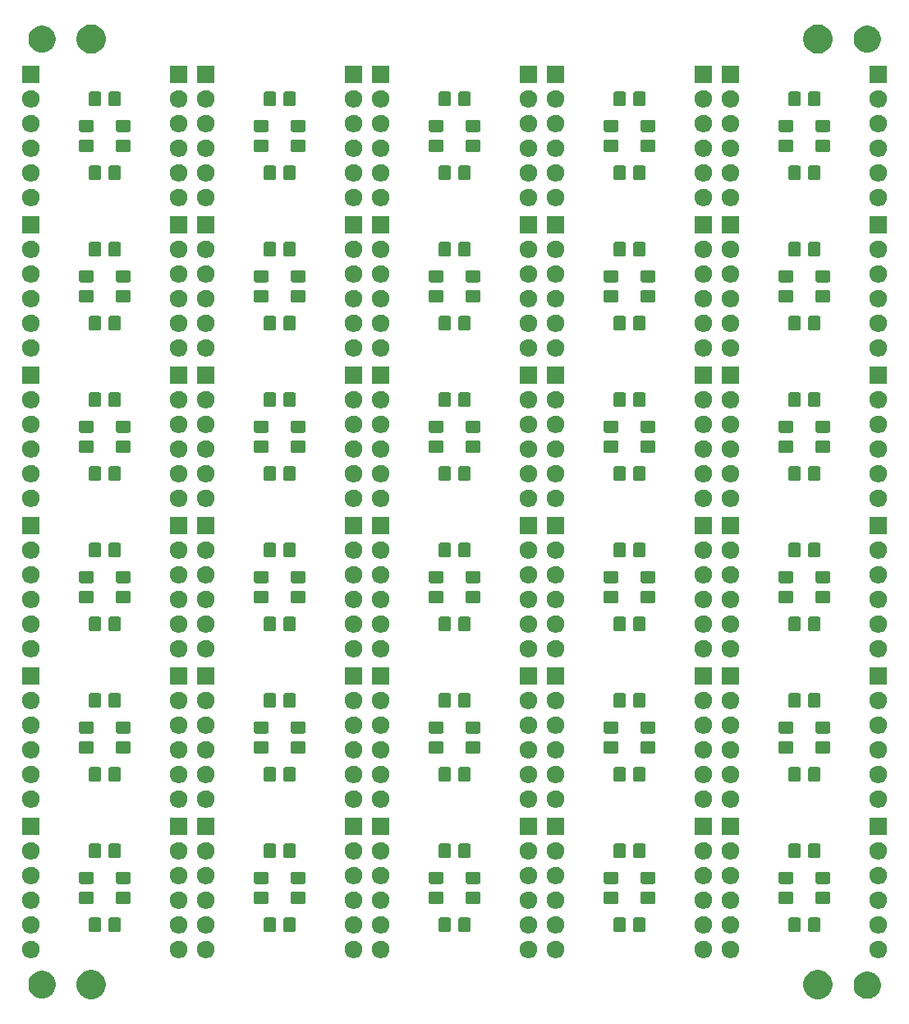
<source format=gbs>
G04 #@! TF.GenerationSoftware,KiCad,Pcbnew,(5.1.5)-3*
G04 #@! TF.CreationDate,2019-12-30T22:26:53-08:00*
G04 #@! TF.ProjectId,hc05-adapter-panel,68633035-2d61-4646-9170-7465722d7061,A*
G04 #@! TF.SameCoordinates,Original*
G04 #@! TF.FileFunction,Soldermask,Bot*
G04 #@! TF.FilePolarity,Negative*
%FSLAX46Y46*%
G04 Gerber Fmt 4.6, Leading zero omitted, Abs format (unit mm)*
G04 Created by KiCad (PCBNEW (5.1.5)-3) date 2019-12-30 22:26:53*
%MOMM*%
%LPD*%
G04 APERTURE LIST*
%ADD10C,0.100000*%
G04 APERTURE END LIST*
D10*
G36*
X183190534Y-137305144D02*
G01*
X183463517Y-137418217D01*
X183709194Y-137582374D01*
X183918126Y-137791306D01*
X184082283Y-138036983D01*
X184195356Y-138309966D01*
X184253000Y-138599763D01*
X184253000Y-138895237D01*
X184195356Y-139185034D01*
X184082283Y-139458017D01*
X183918126Y-139703694D01*
X183709194Y-139912626D01*
X183463517Y-140076783D01*
X183190534Y-140189856D01*
X182900737Y-140247500D01*
X182605263Y-140247500D01*
X182315466Y-140189856D01*
X182042483Y-140076783D01*
X181796806Y-139912626D01*
X181587874Y-139703694D01*
X181423717Y-139458017D01*
X181310644Y-139185034D01*
X181253000Y-138895237D01*
X181253000Y-138599763D01*
X181310644Y-138309966D01*
X181423717Y-138036983D01*
X181587874Y-137791306D01*
X181796806Y-137582374D01*
X182042483Y-137418217D01*
X182315466Y-137305144D01*
X182605263Y-137247500D01*
X182900737Y-137247500D01*
X183190534Y-137305144D01*
G37*
G36*
X108260534Y-137305144D02*
G01*
X108533517Y-137418217D01*
X108779194Y-137582374D01*
X108988126Y-137791306D01*
X109152283Y-138036983D01*
X109265356Y-138309966D01*
X109323000Y-138599763D01*
X109323000Y-138895237D01*
X109265356Y-139185034D01*
X109152283Y-139458017D01*
X108988126Y-139703694D01*
X108779194Y-139912626D01*
X108533517Y-140076783D01*
X108260534Y-140189856D01*
X107970737Y-140247500D01*
X107675263Y-140247500D01*
X107385466Y-140189856D01*
X107112483Y-140076783D01*
X106866806Y-139912626D01*
X106657874Y-139703694D01*
X106493717Y-139458017D01*
X106380644Y-139185034D01*
X106323000Y-138895237D01*
X106323000Y-138599763D01*
X106380644Y-138309966D01*
X106493717Y-138036983D01*
X106657874Y-137791306D01*
X106866806Y-137582374D01*
X107112483Y-137418217D01*
X107385466Y-137305144D01*
X107675263Y-137247500D01*
X107970737Y-137247500D01*
X108260534Y-137305144D01*
G37*
G36*
X188241598Y-137464032D02*
G01*
X188496528Y-137569627D01*
X188725958Y-137722927D01*
X188921073Y-137918042D01*
X189074373Y-138147472D01*
X189179968Y-138402402D01*
X189233800Y-138673033D01*
X189233800Y-138948967D01*
X189179968Y-139219598D01*
X189074373Y-139474528D01*
X188921073Y-139703958D01*
X188725958Y-139899073D01*
X188496528Y-140052373D01*
X188241598Y-140157968D01*
X187970967Y-140211800D01*
X187695033Y-140211800D01*
X187424402Y-140157968D01*
X187169472Y-140052373D01*
X186940042Y-139899073D01*
X186744927Y-139703958D01*
X186591627Y-139474528D01*
X186486032Y-139219598D01*
X186432200Y-138948967D01*
X186432200Y-138673033D01*
X186486032Y-138402402D01*
X186591627Y-138147472D01*
X186744927Y-137918042D01*
X186940042Y-137722927D01*
X187169472Y-137569627D01*
X187424402Y-137464032D01*
X187695033Y-137410200D01*
X187970967Y-137410200D01*
X188241598Y-137464032D01*
G37*
G36*
X103151598Y-137400532D02*
G01*
X103406528Y-137506127D01*
X103635958Y-137659427D01*
X103831073Y-137854542D01*
X103984373Y-138083972D01*
X104089968Y-138338902D01*
X104143800Y-138609533D01*
X104143800Y-138885467D01*
X104089968Y-139156098D01*
X103984373Y-139411028D01*
X103831073Y-139640458D01*
X103635958Y-139835573D01*
X103406528Y-139988873D01*
X103151598Y-140094468D01*
X102880967Y-140148300D01*
X102605033Y-140148300D01*
X102334402Y-140094468D01*
X102079472Y-139988873D01*
X101850042Y-139835573D01*
X101654927Y-139640458D01*
X101501627Y-139411028D01*
X101396032Y-139156098D01*
X101342200Y-138885467D01*
X101342200Y-138609533D01*
X101396032Y-138338902D01*
X101501627Y-138083972D01*
X101654927Y-137854542D01*
X101850042Y-137659427D01*
X102079472Y-137506127D01*
X102334402Y-137400532D01*
X102605033Y-137346700D01*
X102880967Y-137346700D01*
X103151598Y-137400532D01*
G37*
G36*
X137930754Y-134261817D02*
G01*
X138094689Y-134329721D01*
X138242227Y-134428303D01*
X138367697Y-134553773D01*
X138466279Y-134701311D01*
X138534183Y-134865246D01*
X138568800Y-135039279D01*
X138568800Y-135216721D01*
X138534183Y-135390754D01*
X138466279Y-135554689D01*
X138367697Y-135702227D01*
X138242227Y-135827697D01*
X138094689Y-135926279D01*
X137930754Y-135994183D01*
X137756721Y-136028800D01*
X137579279Y-136028800D01*
X137405246Y-135994183D01*
X137241311Y-135926279D01*
X137093773Y-135827697D01*
X136968303Y-135702227D01*
X136869721Y-135554689D01*
X136801817Y-135390754D01*
X136767200Y-135216721D01*
X136767200Y-135039279D01*
X136801817Y-134865246D01*
X136869721Y-134701311D01*
X136968303Y-134553773D01*
X137093773Y-134428303D01*
X137241311Y-134329721D01*
X137405246Y-134261817D01*
X137579279Y-134227200D01*
X137756721Y-134227200D01*
X137930754Y-134261817D01*
G37*
G36*
X117102754Y-134261817D02*
G01*
X117266689Y-134329721D01*
X117414227Y-134428303D01*
X117539697Y-134553773D01*
X117638279Y-134701311D01*
X117706183Y-134865246D01*
X117740800Y-135039279D01*
X117740800Y-135216721D01*
X117706183Y-135390754D01*
X117638279Y-135554689D01*
X117539697Y-135702227D01*
X117414227Y-135827697D01*
X117266689Y-135926279D01*
X117102754Y-135994183D01*
X116928721Y-136028800D01*
X116751279Y-136028800D01*
X116577246Y-135994183D01*
X116413311Y-135926279D01*
X116265773Y-135827697D01*
X116140303Y-135702227D01*
X116041721Y-135554689D01*
X115973817Y-135390754D01*
X115939200Y-135216721D01*
X115939200Y-135039279D01*
X115973817Y-134865246D01*
X116041721Y-134701311D01*
X116140303Y-134553773D01*
X116265773Y-134428303D01*
X116413311Y-134329721D01*
X116577246Y-134261817D01*
X116751279Y-134227200D01*
X116928721Y-134227200D01*
X117102754Y-134261817D01*
G37*
G36*
X101862754Y-134261817D02*
G01*
X102026689Y-134329721D01*
X102174227Y-134428303D01*
X102299697Y-134553773D01*
X102398279Y-134701311D01*
X102466183Y-134865246D01*
X102500800Y-135039279D01*
X102500800Y-135216721D01*
X102466183Y-135390754D01*
X102398279Y-135554689D01*
X102299697Y-135702227D01*
X102174227Y-135827697D01*
X102026689Y-135926279D01*
X101862754Y-135994183D01*
X101688721Y-136028800D01*
X101511279Y-136028800D01*
X101337246Y-135994183D01*
X101173311Y-135926279D01*
X101025773Y-135827697D01*
X100900303Y-135702227D01*
X100801721Y-135554689D01*
X100733817Y-135390754D01*
X100699200Y-135216721D01*
X100699200Y-135039279D01*
X100733817Y-134865246D01*
X100801721Y-134701311D01*
X100900303Y-134553773D01*
X101025773Y-134428303D01*
X101173311Y-134329721D01*
X101337246Y-134261817D01*
X101511279Y-134227200D01*
X101688721Y-134227200D01*
X101862754Y-134261817D01*
G37*
G36*
X135136754Y-134261817D02*
G01*
X135300689Y-134329721D01*
X135448227Y-134428303D01*
X135573697Y-134553773D01*
X135672279Y-134701311D01*
X135740183Y-134865246D01*
X135774800Y-135039279D01*
X135774800Y-135216721D01*
X135740183Y-135390754D01*
X135672279Y-135554689D01*
X135573697Y-135702227D01*
X135448227Y-135827697D01*
X135300689Y-135926279D01*
X135136754Y-135994183D01*
X134962721Y-136028800D01*
X134785279Y-136028800D01*
X134611246Y-135994183D01*
X134447311Y-135926279D01*
X134299773Y-135827697D01*
X134174303Y-135702227D01*
X134075721Y-135554689D01*
X134007817Y-135390754D01*
X133973200Y-135216721D01*
X133973200Y-135039279D01*
X134007817Y-134865246D01*
X134075721Y-134701311D01*
X134174303Y-134553773D01*
X134299773Y-134428303D01*
X134447311Y-134329721D01*
X134611246Y-134261817D01*
X134785279Y-134227200D01*
X134962721Y-134227200D01*
X135136754Y-134261817D01*
G37*
G36*
X119896754Y-134261817D02*
G01*
X120060689Y-134329721D01*
X120208227Y-134428303D01*
X120333697Y-134553773D01*
X120432279Y-134701311D01*
X120500183Y-134865246D01*
X120534800Y-135039279D01*
X120534800Y-135216721D01*
X120500183Y-135390754D01*
X120432279Y-135554689D01*
X120333697Y-135702227D01*
X120208227Y-135827697D01*
X120060689Y-135926279D01*
X119896754Y-135994183D01*
X119722721Y-136028800D01*
X119545279Y-136028800D01*
X119371246Y-135994183D01*
X119207311Y-135926279D01*
X119059773Y-135827697D01*
X118934303Y-135702227D01*
X118835721Y-135554689D01*
X118767817Y-135390754D01*
X118733200Y-135216721D01*
X118733200Y-135039279D01*
X118767817Y-134865246D01*
X118835721Y-134701311D01*
X118934303Y-134553773D01*
X119059773Y-134428303D01*
X119207311Y-134329721D01*
X119371246Y-134261817D01*
X119545279Y-134227200D01*
X119722721Y-134227200D01*
X119896754Y-134261817D01*
G37*
G36*
X155964754Y-134261817D02*
G01*
X156128689Y-134329721D01*
X156276227Y-134428303D01*
X156401697Y-134553773D01*
X156500279Y-134701311D01*
X156568183Y-134865246D01*
X156602800Y-135039279D01*
X156602800Y-135216721D01*
X156568183Y-135390754D01*
X156500279Y-135554689D01*
X156401697Y-135702227D01*
X156276227Y-135827697D01*
X156128689Y-135926279D01*
X155964754Y-135994183D01*
X155790721Y-136028800D01*
X155613279Y-136028800D01*
X155439246Y-135994183D01*
X155275311Y-135926279D01*
X155127773Y-135827697D01*
X155002303Y-135702227D01*
X154903721Y-135554689D01*
X154835817Y-135390754D01*
X154801200Y-135216721D01*
X154801200Y-135039279D01*
X154835817Y-134865246D01*
X154903721Y-134701311D01*
X155002303Y-134553773D01*
X155127773Y-134428303D01*
X155275311Y-134329721D01*
X155439246Y-134261817D01*
X155613279Y-134227200D01*
X155790721Y-134227200D01*
X155964754Y-134261817D01*
G37*
G36*
X189238754Y-134261817D02*
G01*
X189402689Y-134329721D01*
X189550227Y-134428303D01*
X189675697Y-134553773D01*
X189774279Y-134701311D01*
X189842183Y-134865246D01*
X189876800Y-135039279D01*
X189876800Y-135216721D01*
X189842183Y-135390754D01*
X189774279Y-135554689D01*
X189675697Y-135702227D01*
X189550227Y-135827697D01*
X189402689Y-135926279D01*
X189238754Y-135994183D01*
X189064721Y-136028800D01*
X188887279Y-136028800D01*
X188713246Y-135994183D01*
X188549311Y-135926279D01*
X188401773Y-135827697D01*
X188276303Y-135702227D01*
X188177721Y-135554689D01*
X188109817Y-135390754D01*
X188075200Y-135216721D01*
X188075200Y-135039279D01*
X188109817Y-134865246D01*
X188177721Y-134701311D01*
X188276303Y-134553773D01*
X188401773Y-134428303D01*
X188549311Y-134329721D01*
X188713246Y-134261817D01*
X188887279Y-134227200D01*
X189064721Y-134227200D01*
X189238754Y-134261817D01*
G37*
G36*
X173998754Y-134261817D02*
G01*
X174162689Y-134329721D01*
X174310227Y-134428303D01*
X174435697Y-134553773D01*
X174534279Y-134701311D01*
X174602183Y-134865246D01*
X174636800Y-135039279D01*
X174636800Y-135216721D01*
X174602183Y-135390754D01*
X174534279Y-135554689D01*
X174435697Y-135702227D01*
X174310227Y-135827697D01*
X174162689Y-135926279D01*
X173998754Y-135994183D01*
X173824721Y-136028800D01*
X173647279Y-136028800D01*
X173473246Y-135994183D01*
X173309311Y-135926279D01*
X173161773Y-135827697D01*
X173036303Y-135702227D01*
X172937721Y-135554689D01*
X172869817Y-135390754D01*
X172835200Y-135216721D01*
X172835200Y-135039279D01*
X172869817Y-134865246D01*
X172937721Y-134701311D01*
X173036303Y-134553773D01*
X173161773Y-134428303D01*
X173309311Y-134329721D01*
X173473246Y-134261817D01*
X173647279Y-134227200D01*
X173824721Y-134227200D01*
X173998754Y-134261817D01*
G37*
G36*
X171204754Y-134261817D02*
G01*
X171368689Y-134329721D01*
X171516227Y-134428303D01*
X171641697Y-134553773D01*
X171740279Y-134701311D01*
X171808183Y-134865246D01*
X171842800Y-135039279D01*
X171842800Y-135216721D01*
X171808183Y-135390754D01*
X171740279Y-135554689D01*
X171641697Y-135702227D01*
X171516227Y-135827697D01*
X171368689Y-135926279D01*
X171204754Y-135994183D01*
X171030721Y-136028800D01*
X170853279Y-136028800D01*
X170679246Y-135994183D01*
X170515311Y-135926279D01*
X170367773Y-135827697D01*
X170242303Y-135702227D01*
X170143721Y-135554689D01*
X170075817Y-135390754D01*
X170041200Y-135216721D01*
X170041200Y-135039279D01*
X170075817Y-134865246D01*
X170143721Y-134701311D01*
X170242303Y-134553773D01*
X170367773Y-134428303D01*
X170515311Y-134329721D01*
X170679246Y-134261817D01*
X170853279Y-134227200D01*
X171030721Y-134227200D01*
X171204754Y-134261817D01*
G37*
G36*
X153170754Y-134261817D02*
G01*
X153334689Y-134329721D01*
X153482227Y-134428303D01*
X153607697Y-134553773D01*
X153706279Y-134701311D01*
X153774183Y-134865246D01*
X153808800Y-135039279D01*
X153808800Y-135216721D01*
X153774183Y-135390754D01*
X153706279Y-135554689D01*
X153607697Y-135702227D01*
X153482227Y-135827697D01*
X153334689Y-135926279D01*
X153170754Y-135994183D01*
X152996721Y-136028800D01*
X152819279Y-136028800D01*
X152645246Y-135994183D01*
X152481311Y-135926279D01*
X152333773Y-135827697D01*
X152208303Y-135702227D01*
X152109721Y-135554689D01*
X152041817Y-135390754D01*
X152007200Y-135216721D01*
X152007200Y-135039279D01*
X152041817Y-134865246D01*
X152109721Y-134701311D01*
X152208303Y-134553773D01*
X152333773Y-134428303D01*
X152481311Y-134329721D01*
X152645246Y-134261817D01*
X152819279Y-134227200D01*
X152996721Y-134227200D01*
X153170754Y-134261817D01*
G37*
G36*
X155964754Y-131721817D02*
G01*
X156128689Y-131789721D01*
X156276227Y-131888303D01*
X156401697Y-132013773D01*
X156500279Y-132161311D01*
X156568183Y-132325246D01*
X156602800Y-132499279D01*
X156602800Y-132676721D01*
X156568183Y-132850754D01*
X156500279Y-133014689D01*
X156401697Y-133162227D01*
X156276227Y-133287697D01*
X156128689Y-133386279D01*
X155964754Y-133454183D01*
X155790721Y-133488800D01*
X155613279Y-133488800D01*
X155439246Y-133454183D01*
X155275311Y-133386279D01*
X155127773Y-133287697D01*
X155002303Y-133162227D01*
X154903721Y-133014689D01*
X154835817Y-132850754D01*
X154801200Y-132676721D01*
X154801200Y-132499279D01*
X154835817Y-132325246D01*
X154903721Y-132161311D01*
X155002303Y-132013773D01*
X155127773Y-131888303D01*
X155275311Y-131789721D01*
X155439246Y-131721817D01*
X155613279Y-131687200D01*
X155790721Y-131687200D01*
X155964754Y-131721817D01*
G37*
G36*
X173998754Y-131721817D02*
G01*
X174162689Y-131789721D01*
X174310227Y-131888303D01*
X174435697Y-132013773D01*
X174534279Y-132161311D01*
X174602183Y-132325246D01*
X174636800Y-132499279D01*
X174636800Y-132676721D01*
X174602183Y-132850754D01*
X174534279Y-133014689D01*
X174435697Y-133162227D01*
X174310227Y-133287697D01*
X174162689Y-133386279D01*
X173998754Y-133454183D01*
X173824721Y-133488800D01*
X173647279Y-133488800D01*
X173473246Y-133454183D01*
X173309311Y-133386279D01*
X173161773Y-133287697D01*
X173036303Y-133162227D01*
X172937721Y-133014689D01*
X172869817Y-132850754D01*
X172835200Y-132676721D01*
X172835200Y-132499279D01*
X172869817Y-132325246D01*
X172937721Y-132161311D01*
X173036303Y-132013773D01*
X173161773Y-131888303D01*
X173309311Y-131789721D01*
X173473246Y-131721817D01*
X173647279Y-131687200D01*
X173824721Y-131687200D01*
X173998754Y-131721817D01*
G37*
G36*
X119896754Y-131721817D02*
G01*
X120060689Y-131789721D01*
X120208227Y-131888303D01*
X120333697Y-132013773D01*
X120432279Y-132161311D01*
X120500183Y-132325246D01*
X120534800Y-132499279D01*
X120534800Y-132676721D01*
X120500183Y-132850754D01*
X120432279Y-133014689D01*
X120333697Y-133162227D01*
X120208227Y-133287697D01*
X120060689Y-133386279D01*
X119896754Y-133454183D01*
X119722721Y-133488800D01*
X119545279Y-133488800D01*
X119371246Y-133454183D01*
X119207311Y-133386279D01*
X119059773Y-133287697D01*
X118934303Y-133162227D01*
X118835721Y-133014689D01*
X118767817Y-132850754D01*
X118733200Y-132676721D01*
X118733200Y-132499279D01*
X118767817Y-132325246D01*
X118835721Y-132161311D01*
X118934303Y-132013773D01*
X119059773Y-131888303D01*
X119207311Y-131789721D01*
X119371246Y-131721817D01*
X119545279Y-131687200D01*
X119722721Y-131687200D01*
X119896754Y-131721817D01*
G37*
G36*
X101862754Y-131721817D02*
G01*
X102026689Y-131789721D01*
X102174227Y-131888303D01*
X102299697Y-132013773D01*
X102398279Y-132161311D01*
X102466183Y-132325246D01*
X102500800Y-132499279D01*
X102500800Y-132676721D01*
X102466183Y-132850754D01*
X102398279Y-133014689D01*
X102299697Y-133162227D01*
X102174227Y-133287697D01*
X102026689Y-133386279D01*
X101862754Y-133454183D01*
X101688721Y-133488800D01*
X101511279Y-133488800D01*
X101337246Y-133454183D01*
X101173311Y-133386279D01*
X101025773Y-133287697D01*
X100900303Y-133162227D01*
X100801721Y-133014689D01*
X100733817Y-132850754D01*
X100699200Y-132676721D01*
X100699200Y-132499279D01*
X100733817Y-132325246D01*
X100801721Y-132161311D01*
X100900303Y-132013773D01*
X101025773Y-131888303D01*
X101173311Y-131789721D01*
X101337246Y-131721817D01*
X101511279Y-131687200D01*
X101688721Y-131687200D01*
X101862754Y-131721817D01*
G37*
G36*
X189238754Y-131721817D02*
G01*
X189402689Y-131789721D01*
X189550227Y-131888303D01*
X189675697Y-132013773D01*
X189774279Y-132161311D01*
X189842183Y-132325246D01*
X189876800Y-132499279D01*
X189876800Y-132676721D01*
X189842183Y-132850754D01*
X189774279Y-133014689D01*
X189675697Y-133162227D01*
X189550227Y-133287697D01*
X189402689Y-133386279D01*
X189238754Y-133454183D01*
X189064721Y-133488800D01*
X188887279Y-133488800D01*
X188713246Y-133454183D01*
X188549311Y-133386279D01*
X188401773Y-133287697D01*
X188276303Y-133162227D01*
X188177721Y-133014689D01*
X188109817Y-132850754D01*
X188075200Y-132676721D01*
X188075200Y-132499279D01*
X188109817Y-132325246D01*
X188177721Y-132161311D01*
X188276303Y-132013773D01*
X188401773Y-131888303D01*
X188549311Y-131789721D01*
X188713246Y-131721817D01*
X188887279Y-131687200D01*
X189064721Y-131687200D01*
X189238754Y-131721817D01*
G37*
G36*
X171204754Y-131721817D02*
G01*
X171368689Y-131789721D01*
X171516227Y-131888303D01*
X171641697Y-132013773D01*
X171740279Y-132161311D01*
X171808183Y-132325246D01*
X171842800Y-132499279D01*
X171842800Y-132676721D01*
X171808183Y-132850754D01*
X171740279Y-133014689D01*
X171641697Y-133162227D01*
X171516227Y-133287697D01*
X171368689Y-133386279D01*
X171204754Y-133454183D01*
X171030721Y-133488800D01*
X170853279Y-133488800D01*
X170679246Y-133454183D01*
X170515311Y-133386279D01*
X170367773Y-133287697D01*
X170242303Y-133162227D01*
X170143721Y-133014689D01*
X170075817Y-132850754D01*
X170041200Y-132676721D01*
X170041200Y-132499279D01*
X170075817Y-132325246D01*
X170143721Y-132161311D01*
X170242303Y-132013773D01*
X170367773Y-131888303D01*
X170515311Y-131789721D01*
X170679246Y-131721817D01*
X170853279Y-131687200D01*
X171030721Y-131687200D01*
X171204754Y-131721817D01*
G37*
G36*
X153170754Y-131721817D02*
G01*
X153334689Y-131789721D01*
X153482227Y-131888303D01*
X153607697Y-132013773D01*
X153706279Y-132161311D01*
X153774183Y-132325246D01*
X153808800Y-132499279D01*
X153808800Y-132676721D01*
X153774183Y-132850754D01*
X153706279Y-133014689D01*
X153607697Y-133162227D01*
X153482227Y-133287697D01*
X153334689Y-133386279D01*
X153170754Y-133454183D01*
X152996721Y-133488800D01*
X152819279Y-133488800D01*
X152645246Y-133454183D01*
X152481311Y-133386279D01*
X152333773Y-133287697D01*
X152208303Y-133162227D01*
X152109721Y-133014689D01*
X152041817Y-132850754D01*
X152007200Y-132676721D01*
X152007200Y-132499279D01*
X152041817Y-132325246D01*
X152109721Y-132161311D01*
X152208303Y-132013773D01*
X152333773Y-131888303D01*
X152481311Y-131789721D01*
X152645246Y-131721817D01*
X152819279Y-131687200D01*
X152996721Y-131687200D01*
X153170754Y-131721817D01*
G37*
G36*
X137930754Y-131721817D02*
G01*
X138094689Y-131789721D01*
X138242227Y-131888303D01*
X138367697Y-132013773D01*
X138466279Y-132161311D01*
X138534183Y-132325246D01*
X138568800Y-132499279D01*
X138568800Y-132676721D01*
X138534183Y-132850754D01*
X138466279Y-133014689D01*
X138367697Y-133162227D01*
X138242227Y-133287697D01*
X138094689Y-133386279D01*
X137930754Y-133454183D01*
X137756721Y-133488800D01*
X137579279Y-133488800D01*
X137405246Y-133454183D01*
X137241311Y-133386279D01*
X137093773Y-133287697D01*
X136968303Y-133162227D01*
X136869721Y-133014689D01*
X136801817Y-132850754D01*
X136767200Y-132676721D01*
X136767200Y-132499279D01*
X136801817Y-132325246D01*
X136869721Y-132161311D01*
X136968303Y-132013773D01*
X137093773Y-131888303D01*
X137241311Y-131789721D01*
X137405246Y-131721817D01*
X137579279Y-131687200D01*
X137756721Y-131687200D01*
X137930754Y-131721817D01*
G37*
G36*
X135136754Y-131721817D02*
G01*
X135300689Y-131789721D01*
X135448227Y-131888303D01*
X135573697Y-132013773D01*
X135672279Y-132161311D01*
X135740183Y-132325246D01*
X135774800Y-132499279D01*
X135774800Y-132676721D01*
X135740183Y-132850754D01*
X135672279Y-133014689D01*
X135573697Y-133162227D01*
X135448227Y-133287697D01*
X135300689Y-133386279D01*
X135136754Y-133454183D01*
X134962721Y-133488800D01*
X134785279Y-133488800D01*
X134611246Y-133454183D01*
X134447311Y-133386279D01*
X134299773Y-133287697D01*
X134174303Y-133162227D01*
X134075721Y-133014689D01*
X134007817Y-132850754D01*
X133973200Y-132676721D01*
X133973200Y-132499279D01*
X134007817Y-132325246D01*
X134075721Y-132161311D01*
X134174303Y-132013773D01*
X134299773Y-131888303D01*
X134447311Y-131789721D01*
X134611246Y-131721817D01*
X134785279Y-131687200D01*
X134962721Y-131687200D01*
X135136754Y-131721817D01*
G37*
G36*
X117102754Y-131721817D02*
G01*
X117266689Y-131789721D01*
X117414227Y-131888303D01*
X117539697Y-132013773D01*
X117638279Y-132161311D01*
X117706183Y-132325246D01*
X117740800Y-132499279D01*
X117740800Y-132676721D01*
X117706183Y-132850754D01*
X117638279Y-133014689D01*
X117539697Y-133162227D01*
X117414227Y-133287697D01*
X117266689Y-133386279D01*
X117102754Y-133454183D01*
X116928721Y-133488800D01*
X116751279Y-133488800D01*
X116577246Y-133454183D01*
X116413311Y-133386279D01*
X116265773Y-133287697D01*
X116140303Y-133162227D01*
X116041721Y-133014689D01*
X115973817Y-132850754D01*
X115939200Y-132676721D01*
X115939200Y-132499279D01*
X115973817Y-132325246D01*
X116041721Y-132161311D01*
X116140303Y-132013773D01*
X116265773Y-131888303D01*
X116413311Y-131789721D01*
X116577246Y-131721817D01*
X116751279Y-131687200D01*
X116928721Y-131687200D01*
X117102754Y-131721817D01*
G37*
G36*
X128746949Y-131838150D02*
G01*
X128784414Y-131849515D01*
X128818938Y-131867969D01*
X128849198Y-131892802D01*
X128874031Y-131923062D01*
X128892485Y-131957586D01*
X128903850Y-131995051D01*
X128908300Y-132040238D01*
X128908300Y-133128762D01*
X128903850Y-133173949D01*
X128892485Y-133211414D01*
X128874031Y-133245938D01*
X128849198Y-133276198D01*
X128818938Y-133301031D01*
X128784414Y-133319485D01*
X128746949Y-133330850D01*
X128701762Y-133335300D01*
X127863238Y-133335300D01*
X127818051Y-133330850D01*
X127780586Y-133319485D01*
X127746062Y-133301031D01*
X127715802Y-133276198D01*
X127690969Y-133245938D01*
X127672515Y-133211414D01*
X127661150Y-133173949D01*
X127656700Y-133128762D01*
X127656700Y-132040238D01*
X127661150Y-131995051D01*
X127672515Y-131957586D01*
X127690969Y-131923062D01*
X127715802Y-131892802D01*
X127746062Y-131867969D01*
X127780586Y-131849515D01*
X127818051Y-131838150D01*
X127863238Y-131833700D01*
X128701762Y-131833700D01*
X128746949Y-131838150D01*
G37*
G36*
X182848949Y-131838150D02*
G01*
X182886414Y-131849515D01*
X182920938Y-131867969D01*
X182951198Y-131892802D01*
X182976031Y-131923062D01*
X182994485Y-131957586D01*
X183005850Y-131995051D01*
X183010300Y-132040238D01*
X183010300Y-133128762D01*
X183005850Y-133173949D01*
X182994485Y-133211414D01*
X182976031Y-133245938D01*
X182951198Y-133276198D01*
X182920938Y-133301031D01*
X182886414Y-133319485D01*
X182848949Y-133330850D01*
X182803762Y-133335300D01*
X181965238Y-133335300D01*
X181920051Y-133330850D01*
X181882586Y-133319485D01*
X181848062Y-133301031D01*
X181817802Y-133276198D01*
X181792969Y-133245938D01*
X181774515Y-133211414D01*
X181763150Y-133173949D01*
X181758700Y-133128762D01*
X181758700Y-132040238D01*
X181763150Y-131995051D01*
X181774515Y-131957586D01*
X181792969Y-131923062D01*
X181817802Y-131892802D01*
X181848062Y-131867969D01*
X181882586Y-131849515D01*
X181920051Y-131838150D01*
X181965238Y-131833700D01*
X182803762Y-131833700D01*
X182848949Y-131838150D01*
G37*
G36*
X108662949Y-131838150D02*
G01*
X108700414Y-131849515D01*
X108734938Y-131867969D01*
X108765198Y-131892802D01*
X108790031Y-131923062D01*
X108808485Y-131957586D01*
X108819850Y-131995051D01*
X108824300Y-132040238D01*
X108824300Y-133128762D01*
X108819850Y-133173949D01*
X108808485Y-133211414D01*
X108790031Y-133245938D01*
X108765198Y-133276198D01*
X108734938Y-133301031D01*
X108700414Y-133319485D01*
X108662949Y-133330850D01*
X108617762Y-133335300D01*
X107779238Y-133335300D01*
X107734051Y-133330850D01*
X107696586Y-133319485D01*
X107662062Y-133301031D01*
X107631802Y-133276198D01*
X107606969Y-133245938D01*
X107588515Y-133211414D01*
X107577150Y-133173949D01*
X107572700Y-133128762D01*
X107572700Y-132040238D01*
X107577150Y-131995051D01*
X107588515Y-131957586D01*
X107606969Y-131923062D01*
X107631802Y-131892802D01*
X107662062Y-131867969D01*
X107696586Y-131849515D01*
X107734051Y-131838150D01*
X107779238Y-131833700D01*
X108617762Y-131833700D01*
X108662949Y-131838150D01*
G37*
G36*
X110712949Y-131838150D02*
G01*
X110750414Y-131849515D01*
X110784938Y-131867969D01*
X110815198Y-131892802D01*
X110840031Y-131923062D01*
X110858485Y-131957586D01*
X110869850Y-131995051D01*
X110874300Y-132040238D01*
X110874300Y-133128762D01*
X110869850Y-133173949D01*
X110858485Y-133211414D01*
X110840031Y-133245938D01*
X110815198Y-133276198D01*
X110784938Y-133301031D01*
X110750414Y-133319485D01*
X110712949Y-133330850D01*
X110667762Y-133335300D01*
X109829238Y-133335300D01*
X109784051Y-133330850D01*
X109746586Y-133319485D01*
X109712062Y-133301031D01*
X109681802Y-133276198D01*
X109656969Y-133245938D01*
X109638515Y-133211414D01*
X109627150Y-133173949D01*
X109622700Y-133128762D01*
X109622700Y-132040238D01*
X109627150Y-131995051D01*
X109638515Y-131957586D01*
X109656969Y-131923062D01*
X109681802Y-131892802D01*
X109712062Y-131867969D01*
X109746586Y-131849515D01*
X109784051Y-131838150D01*
X109829238Y-131833700D01*
X110667762Y-131833700D01*
X110712949Y-131838150D01*
G37*
G36*
X126696949Y-131838150D02*
G01*
X126734414Y-131849515D01*
X126768938Y-131867969D01*
X126799198Y-131892802D01*
X126824031Y-131923062D01*
X126842485Y-131957586D01*
X126853850Y-131995051D01*
X126858300Y-132040238D01*
X126858300Y-133128762D01*
X126853850Y-133173949D01*
X126842485Y-133211414D01*
X126824031Y-133245938D01*
X126799198Y-133276198D01*
X126768938Y-133301031D01*
X126734414Y-133319485D01*
X126696949Y-133330850D01*
X126651762Y-133335300D01*
X125813238Y-133335300D01*
X125768051Y-133330850D01*
X125730586Y-133319485D01*
X125696062Y-133301031D01*
X125665802Y-133276198D01*
X125640969Y-133245938D01*
X125622515Y-133211414D01*
X125611150Y-133173949D01*
X125606700Y-133128762D01*
X125606700Y-132040238D01*
X125611150Y-131995051D01*
X125622515Y-131957586D01*
X125640969Y-131923062D01*
X125665802Y-131892802D01*
X125696062Y-131867969D01*
X125730586Y-131849515D01*
X125768051Y-131838150D01*
X125813238Y-131833700D01*
X126651762Y-131833700D01*
X126696949Y-131838150D01*
G37*
G36*
X144730949Y-131838150D02*
G01*
X144768414Y-131849515D01*
X144802938Y-131867969D01*
X144833198Y-131892802D01*
X144858031Y-131923062D01*
X144876485Y-131957586D01*
X144887850Y-131995051D01*
X144892300Y-132040238D01*
X144892300Y-133128762D01*
X144887850Y-133173949D01*
X144876485Y-133211414D01*
X144858031Y-133245938D01*
X144833198Y-133276198D01*
X144802938Y-133301031D01*
X144768414Y-133319485D01*
X144730949Y-133330850D01*
X144685762Y-133335300D01*
X143847238Y-133335300D01*
X143802051Y-133330850D01*
X143764586Y-133319485D01*
X143730062Y-133301031D01*
X143699802Y-133276198D01*
X143674969Y-133245938D01*
X143656515Y-133211414D01*
X143645150Y-133173949D01*
X143640700Y-133128762D01*
X143640700Y-132040238D01*
X143645150Y-131995051D01*
X143656515Y-131957586D01*
X143674969Y-131923062D01*
X143699802Y-131892802D01*
X143730062Y-131867969D01*
X143764586Y-131849515D01*
X143802051Y-131838150D01*
X143847238Y-131833700D01*
X144685762Y-131833700D01*
X144730949Y-131838150D01*
G37*
G36*
X146780949Y-131838150D02*
G01*
X146818414Y-131849515D01*
X146852938Y-131867969D01*
X146883198Y-131892802D01*
X146908031Y-131923062D01*
X146926485Y-131957586D01*
X146937850Y-131995051D01*
X146942300Y-132040238D01*
X146942300Y-133128762D01*
X146937850Y-133173949D01*
X146926485Y-133211414D01*
X146908031Y-133245938D01*
X146883198Y-133276198D01*
X146852938Y-133301031D01*
X146818414Y-133319485D01*
X146780949Y-133330850D01*
X146735762Y-133335300D01*
X145897238Y-133335300D01*
X145852051Y-133330850D01*
X145814586Y-133319485D01*
X145780062Y-133301031D01*
X145749802Y-133276198D01*
X145724969Y-133245938D01*
X145706515Y-133211414D01*
X145695150Y-133173949D01*
X145690700Y-133128762D01*
X145690700Y-132040238D01*
X145695150Y-131995051D01*
X145706515Y-131957586D01*
X145724969Y-131923062D01*
X145749802Y-131892802D01*
X145780062Y-131867969D01*
X145814586Y-131849515D01*
X145852051Y-131838150D01*
X145897238Y-131833700D01*
X146735762Y-131833700D01*
X146780949Y-131838150D01*
G37*
G36*
X162764949Y-131838150D02*
G01*
X162802414Y-131849515D01*
X162836938Y-131867969D01*
X162867198Y-131892802D01*
X162892031Y-131923062D01*
X162910485Y-131957586D01*
X162921850Y-131995051D01*
X162926300Y-132040238D01*
X162926300Y-133128762D01*
X162921850Y-133173949D01*
X162910485Y-133211414D01*
X162892031Y-133245938D01*
X162867198Y-133276198D01*
X162836938Y-133301031D01*
X162802414Y-133319485D01*
X162764949Y-133330850D01*
X162719762Y-133335300D01*
X161881238Y-133335300D01*
X161836051Y-133330850D01*
X161798586Y-133319485D01*
X161764062Y-133301031D01*
X161733802Y-133276198D01*
X161708969Y-133245938D01*
X161690515Y-133211414D01*
X161679150Y-133173949D01*
X161674700Y-133128762D01*
X161674700Y-132040238D01*
X161679150Y-131995051D01*
X161690515Y-131957586D01*
X161708969Y-131923062D01*
X161733802Y-131892802D01*
X161764062Y-131867969D01*
X161798586Y-131849515D01*
X161836051Y-131838150D01*
X161881238Y-131833700D01*
X162719762Y-131833700D01*
X162764949Y-131838150D01*
G37*
G36*
X164814949Y-131838150D02*
G01*
X164852414Y-131849515D01*
X164886938Y-131867969D01*
X164917198Y-131892802D01*
X164942031Y-131923062D01*
X164960485Y-131957586D01*
X164971850Y-131995051D01*
X164976300Y-132040238D01*
X164976300Y-133128762D01*
X164971850Y-133173949D01*
X164960485Y-133211414D01*
X164942031Y-133245938D01*
X164917198Y-133276198D01*
X164886938Y-133301031D01*
X164852414Y-133319485D01*
X164814949Y-133330850D01*
X164769762Y-133335300D01*
X163931238Y-133335300D01*
X163886051Y-133330850D01*
X163848586Y-133319485D01*
X163814062Y-133301031D01*
X163783802Y-133276198D01*
X163758969Y-133245938D01*
X163740515Y-133211414D01*
X163729150Y-133173949D01*
X163724700Y-133128762D01*
X163724700Y-132040238D01*
X163729150Y-131995051D01*
X163740515Y-131957586D01*
X163758969Y-131923062D01*
X163783802Y-131892802D01*
X163814062Y-131867969D01*
X163848586Y-131849515D01*
X163886051Y-131838150D01*
X163931238Y-131833700D01*
X164769762Y-131833700D01*
X164814949Y-131838150D01*
G37*
G36*
X180798949Y-131838150D02*
G01*
X180836414Y-131849515D01*
X180870938Y-131867969D01*
X180901198Y-131892802D01*
X180926031Y-131923062D01*
X180944485Y-131957586D01*
X180955850Y-131995051D01*
X180960300Y-132040238D01*
X180960300Y-133128762D01*
X180955850Y-133173949D01*
X180944485Y-133211414D01*
X180926031Y-133245938D01*
X180901198Y-133276198D01*
X180870938Y-133301031D01*
X180836414Y-133319485D01*
X180798949Y-133330850D01*
X180753762Y-133335300D01*
X179915238Y-133335300D01*
X179870051Y-133330850D01*
X179832586Y-133319485D01*
X179798062Y-133301031D01*
X179767802Y-133276198D01*
X179742969Y-133245938D01*
X179724515Y-133211414D01*
X179713150Y-133173949D01*
X179708700Y-133128762D01*
X179708700Y-132040238D01*
X179713150Y-131995051D01*
X179724515Y-131957586D01*
X179742969Y-131923062D01*
X179767802Y-131892802D01*
X179798062Y-131867969D01*
X179832586Y-131849515D01*
X179870051Y-131838150D01*
X179915238Y-131833700D01*
X180753762Y-131833700D01*
X180798949Y-131838150D01*
G37*
G36*
X189238754Y-129181817D02*
G01*
X189402689Y-129249721D01*
X189550227Y-129348303D01*
X189675697Y-129473773D01*
X189774279Y-129621311D01*
X189842183Y-129785246D01*
X189876800Y-129959279D01*
X189876800Y-130136721D01*
X189842183Y-130310754D01*
X189774279Y-130474689D01*
X189675697Y-130622227D01*
X189550227Y-130747697D01*
X189402689Y-130846279D01*
X189238754Y-130914183D01*
X189064721Y-130948800D01*
X188887279Y-130948800D01*
X188713246Y-130914183D01*
X188549311Y-130846279D01*
X188401773Y-130747697D01*
X188276303Y-130622227D01*
X188177721Y-130474689D01*
X188109817Y-130310754D01*
X188075200Y-130136721D01*
X188075200Y-129959279D01*
X188109817Y-129785246D01*
X188177721Y-129621311D01*
X188276303Y-129473773D01*
X188401773Y-129348303D01*
X188549311Y-129249721D01*
X188713246Y-129181817D01*
X188887279Y-129147200D01*
X189064721Y-129147200D01*
X189238754Y-129181817D01*
G37*
G36*
X173998754Y-129181817D02*
G01*
X174162689Y-129249721D01*
X174310227Y-129348303D01*
X174435697Y-129473773D01*
X174534279Y-129621311D01*
X174602183Y-129785246D01*
X174636800Y-129959279D01*
X174636800Y-130136721D01*
X174602183Y-130310754D01*
X174534279Y-130474689D01*
X174435697Y-130622227D01*
X174310227Y-130747697D01*
X174162689Y-130846279D01*
X173998754Y-130914183D01*
X173824721Y-130948800D01*
X173647279Y-130948800D01*
X173473246Y-130914183D01*
X173309311Y-130846279D01*
X173161773Y-130747697D01*
X173036303Y-130622227D01*
X172937721Y-130474689D01*
X172869817Y-130310754D01*
X172835200Y-130136721D01*
X172835200Y-129959279D01*
X172869817Y-129785246D01*
X172937721Y-129621311D01*
X173036303Y-129473773D01*
X173161773Y-129348303D01*
X173309311Y-129249721D01*
X173473246Y-129181817D01*
X173647279Y-129147200D01*
X173824721Y-129147200D01*
X173998754Y-129181817D01*
G37*
G36*
X171204754Y-129181817D02*
G01*
X171368689Y-129249721D01*
X171516227Y-129348303D01*
X171641697Y-129473773D01*
X171740279Y-129621311D01*
X171808183Y-129785246D01*
X171842800Y-129959279D01*
X171842800Y-130136721D01*
X171808183Y-130310754D01*
X171740279Y-130474689D01*
X171641697Y-130622227D01*
X171516227Y-130747697D01*
X171368689Y-130846279D01*
X171204754Y-130914183D01*
X171030721Y-130948800D01*
X170853279Y-130948800D01*
X170679246Y-130914183D01*
X170515311Y-130846279D01*
X170367773Y-130747697D01*
X170242303Y-130622227D01*
X170143721Y-130474689D01*
X170075817Y-130310754D01*
X170041200Y-130136721D01*
X170041200Y-129959279D01*
X170075817Y-129785246D01*
X170143721Y-129621311D01*
X170242303Y-129473773D01*
X170367773Y-129348303D01*
X170515311Y-129249721D01*
X170679246Y-129181817D01*
X170853279Y-129147200D01*
X171030721Y-129147200D01*
X171204754Y-129181817D01*
G37*
G36*
X155964754Y-129181817D02*
G01*
X156128689Y-129249721D01*
X156276227Y-129348303D01*
X156401697Y-129473773D01*
X156500279Y-129621311D01*
X156568183Y-129785246D01*
X156602800Y-129959279D01*
X156602800Y-130136721D01*
X156568183Y-130310754D01*
X156500279Y-130474689D01*
X156401697Y-130622227D01*
X156276227Y-130747697D01*
X156128689Y-130846279D01*
X155964754Y-130914183D01*
X155790721Y-130948800D01*
X155613279Y-130948800D01*
X155439246Y-130914183D01*
X155275311Y-130846279D01*
X155127773Y-130747697D01*
X155002303Y-130622227D01*
X154903721Y-130474689D01*
X154835817Y-130310754D01*
X154801200Y-130136721D01*
X154801200Y-129959279D01*
X154835817Y-129785246D01*
X154903721Y-129621311D01*
X155002303Y-129473773D01*
X155127773Y-129348303D01*
X155275311Y-129249721D01*
X155439246Y-129181817D01*
X155613279Y-129147200D01*
X155790721Y-129147200D01*
X155964754Y-129181817D01*
G37*
G36*
X153170754Y-129181817D02*
G01*
X153334689Y-129249721D01*
X153482227Y-129348303D01*
X153607697Y-129473773D01*
X153706279Y-129621311D01*
X153774183Y-129785246D01*
X153808800Y-129959279D01*
X153808800Y-130136721D01*
X153774183Y-130310754D01*
X153706279Y-130474689D01*
X153607697Y-130622227D01*
X153482227Y-130747697D01*
X153334689Y-130846279D01*
X153170754Y-130914183D01*
X152996721Y-130948800D01*
X152819279Y-130948800D01*
X152645246Y-130914183D01*
X152481311Y-130846279D01*
X152333773Y-130747697D01*
X152208303Y-130622227D01*
X152109721Y-130474689D01*
X152041817Y-130310754D01*
X152007200Y-130136721D01*
X152007200Y-129959279D01*
X152041817Y-129785246D01*
X152109721Y-129621311D01*
X152208303Y-129473773D01*
X152333773Y-129348303D01*
X152481311Y-129249721D01*
X152645246Y-129181817D01*
X152819279Y-129147200D01*
X152996721Y-129147200D01*
X153170754Y-129181817D01*
G37*
G36*
X137930754Y-129181817D02*
G01*
X138094689Y-129249721D01*
X138242227Y-129348303D01*
X138367697Y-129473773D01*
X138466279Y-129621311D01*
X138534183Y-129785246D01*
X138568800Y-129959279D01*
X138568800Y-130136721D01*
X138534183Y-130310754D01*
X138466279Y-130474689D01*
X138367697Y-130622227D01*
X138242227Y-130747697D01*
X138094689Y-130846279D01*
X137930754Y-130914183D01*
X137756721Y-130948800D01*
X137579279Y-130948800D01*
X137405246Y-130914183D01*
X137241311Y-130846279D01*
X137093773Y-130747697D01*
X136968303Y-130622227D01*
X136869721Y-130474689D01*
X136801817Y-130310754D01*
X136767200Y-130136721D01*
X136767200Y-129959279D01*
X136801817Y-129785246D01*
X136869721Y-129621311D01*
X136968303Y-129473773D01*
X137093773Y-129348303D01*
X137241311Y-129249721D01*
X137405246Y-129181817D01*
X137579279Y-129147200D01*
X137756721Y-129147200D01*
X137930754Y-129181817D01*
G37*
G36*
X135136754Y-129181817D02*
G01*
X135300689Y-129249721D01*
X135448227Y-129348303D01*
X135573697Y-129473773D01*
X135672279Y-129621311D01*
X135740183Y-129785246D01*
X135774800Y-129959279D01*
X135774800Y-130136721D01*
X135740183Y-130310754D01*
X135672279Y-130474689D01*
X135573697Y-130622227D01*
X135448227Y-130747697D01*
X135300689Y-130846279D01*
X135136754Y-130914183D01*
X134962721Y-130948800D01*
X134785279Y-130948800D01*
X134611246Y-130914183D01*
X134447311Y-130846279D01*
X134299773Y-130747697D01*
X134174303Y-130622227D01*
X134075721Y-130474689D01*
X134007817Y-130310754D01*
X133973200Y-130136721D01*
X133973200Y-129959279D01*
X134007817Y-129785246D01*
X134075721Y-129621311D01*
X134174303Y-129473773D01*
X134299773Y-129348303D01*
X134447311Y-129249721D01*
X134611246Y-129181817D01*
X134785279Y-129147200D01*
X134962721Y-129147200D01*
X135136754Y-129181817D01*
G37*
G36*
X101862754Y-129181817D02*
G01*
X102026689Y-129249721D01*
X102174227Y-129348303D01*
X102299697Y-129473773D01*
X102398279Y-129621311D01*
X102466183Y-129785246D01*
X102500800Y-129959279D01*
X102500800Y-130136721D01*
X102466183Y-130310754D01*
X102398279Y-130474689D01*
X102299697Y-130622227D01*
X102174227Y-130747697D01*
X102026689Y-130846279D01*
X101862754Y-130914183D01*
X101688721Y-130948800D01*
X101511279Y-130948800D01*
X101337246Y-130914183D01*
X101173311Y-130846279D01*
X101025773Y-130747697D01*
X100900303Y-130622227D01*
X100801721Y-130474689D01*
X100733817Y-130310754D01*
X100699200Y-130136721D01*
X100699200Y-129959279D01*
X100733817Y-129785246D01*
X100801721Y-129621311D01*
X100900303Y-129473773D01*
X101025773Y-129348303D01*
X101173311Y-129249721D01*
X101337246Y-129181817D01*
X101511279Y-129147200D01*
X101688721Y-129147200D01*
X101862754Y-129181817D01*
G37*
G36*
X117102754Y-129181817D02*
G01*
X117266689Y-129249721D01*
X117414227Y-129348303D01*
X117539697Y-129473773D01*
X117638279Y-129621311D01*
X117706183Y-129785246D01*
X117740800Y-129959279D01*
X117740800Y-130136721D01*
X117706183Y-130310754D01*
X117638279Y-130474689D01*
X117539697Y-130622227D01*
X117414227Y-130747697D01*
X117266689Y-130846279D01*
X117102754Y-130914183D01*
X116928721Y-130948800D01*
X116751279Y-130948800D01*
X116577246Y-130914183D01*
X116413311Y-130846279D01*
X116265773Y-130747697D01*
X116140303Y-130622227D01*
X116041721Y-130474689D01*
X115973817Y-130310754D01*
X115939200Y-130136721D01*
X115939200Y-129959279D01*
X115973817Y-129785246D01*
X116041721Y-129621311D01*
X116140303Y-129473773D01*
X116265773Y-129348303D01*
X116413311Y-129249721D01*
X116577246Y-129181817D01*
X116751279Y-129147200D01*
X116928721Y-129147200D01*
X117102754Y-129181817D01*
G37*
G36*
X119896754Y-129181817D02*
G01*
X120060689Y-129249721D01*
X120208227Y-129348303D01*
X120333697Y-129473773D01*
X120432279Y-129621311D01*
X120500183Y-129785246D01*
X120534800Y-129959279D01*
X120534800Y-130136721D01*
X120500183Y-130310754D01*
X120432279Y-130474689D01*
X120333697Y-130622227D01*
X120208227Y-130747697D01*
X120060689Y-130846279D01*
X119896754Y-130914183D01*
X119722721Y-130948800D01*
X119545279Y-130948800D01*
X119371246Y-130914183D01*
X119207311Y-130846279D01*
X119059773Y-130747697D01*
X118934303Y-130622227D01*
X118835721Y-130474689D01*
X118767817Y-130310754D01*
X118733200Y-130136721D01*
X118733200Y-129959279D01*
X118767817Y-129785246D01*
X118835721Y-129621311D01*
X118934303Y-129473773D01*
X119059773Y-129348303D01*
X119207311Y-129249721D01*
X119371246Y-129181817D01*
X119545279Y-129147200D01*
X119722721Y-129147200D01*
X119896754Y-129181817D01*
G37*
G36*
X147785949Y-129178150D02*
G01*
X147823414Y-129189515D01*
X147857938Y-129207969D01*
X147888198Y-129232802D01*
X147913031Y-129263062D01*
X147931485Y-129297586D01*
X147942850Y-129335051D01*
X147947300Y-129380238D01*
X147947300Y-130218762D01*
X147942850Y-130263949D01*
X147931485Y-130301414D01*
X147913031Y-130335938D01*
X147888198Y-130366198D01*
X147857938Y-130391031D01*
X147823414Y-130409485D01*
X147785949Y-130420850D01*
X147740762Y-130425300D01*
X146652238Y-130425300D01*
X146607051Y-130420850D01*
X146569586Y-130409485D01*
X146535062Y-130391031D01*
X146504802Y-130366198D01*
X146479969Y-130335938D01*
X146461515Y-130301414D01*
X146450150Y-130263949D01*
X146445700Y-130218762D01*
X146445700Y-129380238D01*
X146450150Y-129335051D01*
X146461515Y-129297586D01*
X146479969Y-129263062D01*
X146504802Y-129232802D01*
X146535062Y-129207969D01*
X146569586Y-129189515D01*
X146607051Y-129178150D01*
X146652238Y-129173700D01*
X147740762Y-129173700D01*
X147785949Y-129178150D01*
G37*
G36*
X180043949Y-129178150D02*
G01*
X180081414Y-129189515D01*
X180115938Y-129207969D01*
X180146198Y-129232802D01*
X180171031Y-129263062D01*
X180189485Y-129297586D01*
X180200850Y-129335051D01*
X180205300Y-129380238D01*
X180205300Y-130218762D01*
X180200850Y-130263949D01*
X180189485Y-130301414D01*
X180171031Y-130335938D01*
X180146198Y-130366198D01*
X180115938Y-130391031D01*
X180081414Y-130409485D01*
X180043949Y-130420850D01*
X179998762Y-130425300D01*
X178910238Y-130425300D01*
X178865051Y-130420850D01*
X178827586Y-130409485D01*
X178793062Y-130391031D01*
X178762802Y-130366198D01*
X178737969Y-130335938D01*
X178719515Y-130301414D01*
X178708150Y-130263949D01*
X178703700Y-130218762D01*
X178703700Y-129380238D01*
X178708150Y-129335051D01*
X178719515Y-129297586D01*
X178737969Y-129263062D01*
X178762802Y-129232802D01*
X178793062Y-129207969D01*
X178827586Y-129189515D01*
X178865051Y-129178150D01*
X178910238Y-129173700D01*
X179998762Y-129173700D01*
X180043949Y-129178150D01*
G37*
G36*
X162009949Y-129178150D02*
G01*
X162047414Y-129189515D01*
X162081938Y-129207969D01*
X162112198Y-129232802D01*
X162137031Y-129263062D01*
X162155485Y-129297586D01*
X162166850Y-129335051D01*
X162171300Y-129380238D01*
X162171300Y-130218762D01*
X162166850Y-130263949D01*
X162155485Y-130301414D01*
X162137031Y-130335938D01*
X162112198Y-130366198D01*
X162081938Y-130391031D01*
X162047414Y-130409485D01*
X162009949Y-130420850D01*
X161964762Y-130425300D01*
X160876238Y-130425300D01*
X160831051Y-130420850D01*
X160793586Y-130409485D01*
X160759062Y-130391031D01*
X160728802Y-130366198D01*
X160703969Y-130335938D01*
X160685515Y-130301414D01*
X160674150Y-130263949D01*
X160669700Y-130218762D01*
X160669700Y-129380238D01*
X160674150Y-129335051D01*
X160685515Y-129297586D01*
X160703969Y-129263062D01*
X160728802Y-129232802D01*
X160759062Y-129207969D01*
X160793586Y-129189515D01*
X160831051Y-129178150D01*
X160876238Y-129173700D01*
X161964762Y-129173700D01*
X162009949Y-129178150D01*
G37*
G36*
X143975949Y-129178150D02*
G01*
X144013414Y-129189515D01*
X144047938Y-129207969D01*
X144078198Y-129232802D01*
X144103031Y-129263062D01*
X144121485Y-129297586D01*
X144132850Y-129335051D01*
X144137300Y-129380238D01*
X144137300Y-130218762D01*
X144132850Y-130263949D01*
X144121485Y-130301414D01*
X144103031Y-130335938D01*
X144078198Y-130366198D01*
X144047938Y-130391031D01*
X144013414Y-130409485D01*
X143975949Y-130420850D01*
X143930762Y-130425300D01*
X142842238Y-130425300D01*
X142797051Y-130420850D01*
X142759586Y-130409485D01*
X142725062Y-130391031D01*
X142694802Y-130366198D01*
X142669969Y-130335938D01*
X142651515Y-130301414D01*
X142640150Y-130263949D01*
X142635700Y-130218762D01*
X142635700Y-129380238D01*
X142640150Y-129335051D01*
X142651515Y-129297586D01*
X142669969Y-129263062D01*
X142694802Y-129232802D01*
X142725062Y-129207969D01*
X142759586Y-129189515D01*
X142797051Y-129178150D01*
X142842238Y-129173700D01*
X143930762Y-129173700D01*
X143975949Y-129178150D01*
G37*
G36*
X129751949Y-129178150D02*
G01*
X129789414Y-129189515D01*
X129823938Y-129207969D01*
X129854198Y-129232802D01*
X129879031Y-129263062D01*
X129897485Y-129297586D01*
X129908850Y-129335051D01*
X129913300Y-129380238D01*
X129913300Y-130218762D01*
X129908850Y-130263949D01*
X129897485Y-130301414D01*
X129879031Y-130335938D01*
X129854198Y-130366198D01*
X129823938Y-130391031D01*
X129789414Y-130409485D01*
X129751949Y-130420850D01*
X129706762Y-130425300D01*
X128618238Y-130425300D01*
X128573051Y-130420850D01*
X128535586Y-130409485D01*
X128501062Y-130391031D01*
X128470802Y-130366198D01*
X128445969Y-130335938D01*
X128427515Y-130301414D01*
X128416150Y-130263949D01*
X128411700Y-130218762D01*
X128411700Y-129380238D01*
X128416150Y-129335051D01*
X128427515Y-129297586D01*
X128445969Y-129263062D01*
X128470802Y-129232802D01*
X128501062Y-129207969D01*
X128535586Y-129189515D01*
X128573051Y-129178150D01*
X128618238Y-129173700D01*
X129706762Y-129173700D01*
X129751949Y-129178150D01*
G37*
G36*
X165819949Y-129178150D02*
G01*
X165857414Y-129189515D01*
X165891938Y-129207969D01*
X165922198Y-129232802D01*
X165947031Y-129263062D01*
X165965485Y-129297586D01*
X165976850Y-129335051D01*
X165981300Y-129380238D01*
X165981300Y-130218762D01*
X165976850Y-130263949D01*
X165965485Y-130301414D01*
X165947031Y-130335938D01*
X165922198Y-130366198D01*
X165891938Y-130391031D01*
X165857414Y-130409485D01*
X165819949Y-130420850D01*
X165774762Y-130425300D01*
X164686238Y-130425300D01*
X164641051Y-130420850D01*
X164603586Y-130409485D01*
X164569062Y-130391031D01*
X164538802Y-130366198D01*
X164513969Y-130335938D01*
X164495515Y-130301414D01*
X164484150Y-130263949D01*
X164479700Y-130218762D01*
X164479700Y-129380238D01*
X164484150Y-129335051D01*
X164495515Y-129297586D01*
X164513969Y-129263062D01*
X164538802Y-129232802D01*
X164569062Y-129207969D01*
X164603586Y-129189515D01*
X164641051Y-129178150D01*
X164686238Y-129173700D01*
X165774762Y-129173700D01*
X165819949Y-129178150D01*
G37*
G36*
X183853949Y-129178150D02*
G01*
X183891414Y-129189515D01*
X183925938Y-129207969D01*
X183956198Y-129232802D01*
X183981031Y-129263062D01*
X183999485Y-129297586D01*
X184010850Y-129335051D01*
X184015300Y-129380238D01*
X184015300Y-130218762D01*
X184010850Y-130263949D01*
X183999485Y-130301414D01*
X183981031Y-130335938D01*
X183956198Y-130366198D01*
X183925938Y-130391031D01*
X183891414Y-130409485D01*
X183853949Y-130420850D01*
X183808762Y-130425300D01*
X182720238Y-130425300D01*
X182675051Y-130420850D01*
X182637586Y-130409485D01*
X182603062Y-130391031D01*
X182572802Y-130366198D01*
X182547969Y-130335938D01*
X182529515Y-130301414D01*
X182518150Y-130263949D01*
X182513700Y-130218762D01*
X182513700Y-129380238D01*
X182518150Y-129335051D01*
X182529515Y-129297586D01*
X182547969Y-129263062D01*
X182572802Y-129232802D01*
X182603062Y-129207969D01*
X182637586Y-129189515D01*
X182675051Y-129178150D01*
X182720238Y-129173700D01*
X183808762Y-129173700D01*
X183853949Y-129178150D01*
G37*
G36*
X125941949Y-129178150D02*
G01*
X125979414Y-129189515D01*
X126013938Y-129207969D01*
X126044198Y-129232802D01*
X126069031Y-129263062D01*
X126087485Y-129297586D01*
X126098850Y-129335051D01*
X126103300Y-129380238D01*
X126103300Y-130218762D01*
X126098850Y-130263949D01*
X126087485Y-130301414D01*
X126069031Y-130335938D01*
X126044198Y-130366198D01*
X126013938Y-130391031D01*
X125979414Y-130409485D01*
X125941949Y-130420850D01*
X125896762Y-130425300D01*
X124808238Y-130425300D01*
X124763051Y-130420850D01*
X124725586Y-130409485D01*
X124691062Y-130391031D01*
X124660802Y-130366198D01*
X124635969Y-130335938D01*
X124617515Y-130301414D01*
X124606150Y-130263949D01*
X124601700Y-130218762D01*
X124601700Y-129380238D01*
X124606150Y-129335051D01*
X124617515Y-129297586D01*
X124635969Y-129263062D01*
X124660802Y-129232802D01*
X124691062Y-129207969D01*
X124725586Y-129189515D01*
X124763051Y-129178150D01*
X124808238Y-129173700D01*
X125896762Y-129173700D01*
X125941949Y-129178150D01*
G37*
G36*
X111717949Y-129178150D02*
G01*
X111755414Y-129189515D01*
X111789938Y-129207969D01*
X111820198Y-129232802D01*
X111845031Y-129263062D01*
X111863485Y-129297586D01*
X111874850Y-129335051D01*
X111879300Y-129380238D01*
X111879300Y-130218762D01*
X111874850Y-130263949D01*
X111863485Y-130301414D01*
X111845031Y-130335938D01*
X111820198Y-130366198D01*
X111789938Y-130391031D01*
X111755414Y-130409485D01*
X111717949Y-130420850D01*
X111672762Y-130425300D01*
X110584238Y-130425300D01*
X110539051Y-130420850D01*
X110501586Y-130409485D01*
X110467062Y-130391031D01*
X110436802Y-130366198D01*
X110411969Y-130335938D01*
X110393515Y-130301414D01*
X110382150Y-130263949D01*
X110377700Y-130218762D01*
X110377700Y-129380238D01*
X110382150Y-129335051D01*
X110393515Y-129297586D01*
X110411969Y-129263062D01*
X110436802Y-129232802D01*
X110467062Y-129207969D01*
X110501586Y-129189515D01*
X110539051Y-129178150D01*
X110584238Y-129173700D01*
X111672762Y-129173700D01*
X111717949Y-129178150D01*
G37*
G36*
X107907949Y-129178150D02*
G01*
X107945414Y-129189515D01*
X107979938Y-129207969D01*
X108010198Y-129232802D01*
X108035031Y-129263062D01*
X108053485Y-129297586D01*
X108064850Y-129335051D01*
X108069300Y-129380238D01*
X108069300Y-130218762D01*
X108064850Y-130263949D01*
X108053485Y-130301414D01*
X108035031Y-130335938D01*
X108010198Y-130366198D01*
X107979938Y-130391031D01*
X107945414Y-130409485D01*
X107907949Y-130420850D01*
X107862762Y-130425300D01*
X106774238Y-130425300D01*
X106729051Y-130420850D01*
X106691586Y-130409485D01*
X106657062Y-130391031D01*
X106626802Y-130366198D01*
X106601969Y-130335938D01*
X106583515Y-130301414D01*
X106572150Y-130263949D01*
X106567700Y-130218762D01*
X106567700Y-129380238D01*
X106572150Y-129335051D01*
X106583515Y-129297586D01*
X106601969Y-129263062D01*
X106626802Y-129232802D01*
X106657062Y-129207969D01*
X106691586Y-129189515D01*
X106729051Y-129178150D01*
X106774238Y-129173700D01*
X107862762Y-129173700D01*
X107907949Y-129178150D01*
G37*
G36*
X153170754Y-126641817D02*
G01*
X153334689Y-126709721D01*
X153482227Y-126808303D01*
X153607697Y-126933773D01*
X153706279Y-127081311D01*
X153774183Y-127245246D01*
X153808800Y-127419279D01*
X153808800Y-127596721D01*
X153774183Y-127770754D01*
X153706279Y-127934689D01*
X153607697Y-128082227D01*
X153482227Y-128207697D01*
X153334689Y-128306279D01*
X153170754Y-128374183D01*
X152996721Y-128408800D01*
X152819279Y-128408800D01*
X152645246Y-128374183D01*
X152481311Y-128306279D01*
X152333773Y-128207697D01*
X152208303Y-128082227D01*
X152109721Y-127934689D01*
X152041817Y-127770754D01*
X152007200Y-127596721D01*
X152007200Y-127419279D01*
X152041817Y-127245246D01*
X152109721Y-127081311D01*
X152208303Y-126933773D01*
X152333773Y-126808303D01*
X152481311Y-126709721D01*
X152645246Y-126641817D01*
X152819279Y-126607200D01*
X152996721Y-126607200D01*
X153170754Y-126641817D01*
G37*
G36*
X101862754Y-126641817D02*
G01*
X102026689Y-126709721D01*
X102174227Y-126808303D01*
X102299697Y-126933773D01*
X102398279Y-127081311D01*
X102466183Y-127245246D01*
X102500800Y-127419279D01*
X102500800Y-127596721D01*
X102466183Y-127770754D01*
X102398279Y-127934689D01*
X102299697Y-128082227D01*
X102174227Y-128207697D01*
X102026689Y-128306279D01*
X101862754Y-128374183D01*
X101688721Y-128408800D01*
X101511279Y-128408800D01*
X101337246Y-128374183D01*
X101173311Y-128306279D01*
X101025773Y-128207697D01*
X100900303Y-128082227D01*
X100801721Y-127934689D01*
X100733817Y-127770754D01*
X100699200Y-127596721D01*
X100699200Y-127419279D01*
X100733817Y-127245246D01*
X100801721Y-127081311D01*
X100900303Y-126933773D01*
X101025773Y-126808303D01*
X101173311Y-126709721D01*
X101337246Y-126641817D01*
X101511279Y-126607200D01*
X101688721Y-126607200D01*
X101862754Y-126641817D01*
G37*
G36*
X119896754Y-126641817D02*
G01*
X120060689Y-126709721D01*
X120208227Y-126808303D01*
X120333697Y-126933773D01*
X120432279Y-127081311D01*
X120500183Y-127245246D01*
X120534800Y-127419279D01*
X120534800Y-127596721D01*
X120500183Y-127770754D01*
X120432279Y-127934689D01*
X120333697Y-128082227D01*
X120208227Y-128207697D01*
X120060689Y-128306279D01*
X119896754Y-128374183D01*
X119722721Y-128408800D01*
X119545279Y-128408800D01*
X119371246Y-128374183D01*
X119207311Y-128306279D01*
X119059773Y-128207697D01*
X118934303Y-128082227D01*
X118835721Y-127934689D01*
X118767817Y-127770754D01*
X118733200Y-127596721D01*
X118733200Y-127419279D01*
X118767817Y-127245246D01*
X118835721Y-127081311D01*
X118934303Y-126933773D01*
X119059773Y-126808303D01*
X119207311Y-126709721D01*
X119371246Y-126641817D01*
X119545279Y-126607200D01*
X119722721Y-126607200D01*
X119896754Y-126641817D01*
G37*
G36*
X189238754Y-126641817D02*
G01*
X189402689Y-126709721D01*
X189550227Y-126808303D01*
X189675697Y-126933773D01*
X189774279Y-127081311D01*
X189842183Y-127245246D01*
X189876800Y-127419279D01*
X189876800Y-127596721D01*
X189842183Y-127770754D01*
X189774279Y-127934689D01*
X189675697Y-128082227D01*
X189550227Y-128207697D01*
X189402689Y-128306279D01*
X189238754Y-128374183D01*
X189064721Y-128408800D01*
X188887279Y-128408800D01*
X188713246Y-128374183D01*
X188549311Y-128306279D01*
X188401773Y-128207697D01*
X188276303Y-128082227D01*
X188177721Y-127934689D01*
X188109817Y-127770754D01*
X188075200Y-127596721D01*
X188075200Y-127419279D01*
X188109817Y-127245246D01*
X188177721Y-127081311D01*
X188276303Y-126933773D01*
X188401773Y-126808303D01*
X188549311Y-126709721D01*
X188713246Y-126641817D01*
X188887279Y-126607200D01*
X189064721Y-126607200D01*
X189238754Y-126641817D01*
G37*
G36*
X171204754Y-126641817D02*
G01*
X171368689Y-126709721D01*
X171516227Y-126808303D01*
X171641697Y-126933773D01*
X171740279Y-127081311D01*
X171808183Y-127245246D01*
X171842800Y-127419279D01*
X171842800Y-127596721D01*
X171808183Y-127770754D01*
X171740279Y-127934689D01*
X171641697Y-128082227D01*
X171516227Y-128207697D01*
X171368689Y-128306279D01*
X171204754Y-128374183D01*
X171030721Y-128408800D01*
X170853279Y-128408800D01*
X170679246Y-128374183D01*
X170515311Y-128306279D01*
X170367773Y-128207697D01*
X170242303Y-128082227D01*
X170143721Y-127934689D01*
X170075817Y-127770754D01*
X170041200Y-127596721D01*
X170041200Y-127419279D01*
X170075817Y-127245246D01*
X170143721Y-127081311D01*
X170242303Y-126933773D01*
X170367773Y-126808303D01*
X170515311Y-126709721D01*
X170679246Y-126641817D01*
X170853279Y-126607200D01*
X171030721Y-126607200D01*
X171204754Y-126641817D01*
G37*
G36*
X137930754Y-126641817D02*
G01*
X138094689Y-126709721D01*
X138242227Y-126808303D01*
X138367697Y-126933773D01*
X138466279Y-127081311D01*
X138534183Y-127245246D01*
X138568800Y-127419279D01*
X138568800Y-127596721D01*
X138534183Y-127770754D01*
X138466279Y-127934689D01*
X138367697Y-128082227D01*
X138242227Y-128207697D01*
X138094689Y-128306279D01*
X137930754Y-128374183D01*
X137756721Y-128408800D01*
X137579279Y-128408800D01*
X137405246Y-128374183D01*
X137241311Y-128306279D01*
X137093773Y-128207697D01*
X136968303Y-128082227D01*
X136869721Y-127934689D01*
X136801817Y-127770754D01*
X136767200Y-127596721D01*
X136767200Y-127419279D01*
X136801817Y-127245246D01*
X136869721Y-127081311D01*
X136968303Y-126933773D01*
X137093773Y-126808303D01*
X137241311Y-126709721D01*
X137405246Y-126641817D01*
X137579279Y-126607200D01*
X137756721Y-126607200D01*
X137930754Y-126641817D01*
G37*
G36*
X155964754Y-126641817D02*
G01*
X156128689Y-126709721D01*
X156276227Y-126808303D01*
X156401697Y-126933773D01*
X156500279Y-127081311D01*
X156568183Y-127245246D01*
X156602800Y-127419279D01*
X156602800Y-127596721D01*
X156568183Y-127770754D01*
X156500279Y-127934689D01*
X156401697Y-128082227D01*
X156276227Y-128207697D01*
X156128689Y-128306279D01*
X155964754Y-128374183D01*
X155790721Y-128408800D01*
X155613279Y-128408800D01*
X155439246Y-128374183D01*
X155275311Y-128306279D01*
X155127773Y-128207697D01*
X155002303Y-128082227D01*
X154903721Y-127934689D01*
X154835817Y-127770754D01*
X154801200Y-127596721D01*
X154801200Y-127419279D01*
X154835817Y-127245246D01*
X154903721Y-127081311D01*
X155002303Y-126933773D01*
X155127773Y-126808303D01*
X155275311Y-126709721D01*
X155439246Y-126641817D01*
X155613279Y-126607200D01*
X155790721Y-126607200D01*
X155964754Y-126641817D01*
G37*
G36*
X117102754Y-126641817D02*
G01*
X117266689Y-126709721D01*
X117414227Y-126808303D01*
X117539697Y-126933773D01*
X117638279Y-127081311D01*
X117706183Y-127245246D01*
X117740800Y-127419279D01*
X117740800Y-127596721D01*
X117706183Y-127770754D01*
X117638279Y-127934689D01*
X117539697Y-128082227D01*
X117414227Y-128207697D01*
X117266689Y-128306279D01*
X117102754Y-128374183D01*
X116928721Y-128408800D01*
X116751279Y-128408800D01*
X116577246Y-128374183D01*
X116413311Y-128306279D01*
X116265773Y-128207697D01*
X116140303Y-128082227D01*
X116041721Y-127934689D01*
X115973817Y-127770754D01*
X115939200Y-127596721D01*
X115939200Y-127419279D01*
X115973817Y-127245246D01*
X116041721Y-127081311D01*
X116140303Y-126933773D01*
X116265773Y-126808303D01*
X116413311Y-126709721D01*
X116577246Y-126641817D01*
X116751279Y-126607200D01*
X116928721Y-126607200D01*
X117102754Y-126641817D01*
G37*
G36*
X173998754Y-126641817D02*
G01*
X174162689Y-126709721D01*
X174310227Y-126808303D01*
X174435697Y-126933773D01*
X174534279Y-127081311D01*
X174602183Y-127245246D01*
X174636800Y-127419279D01*
X174636800Y-127596721D01*
X174602183Y-127770754D01*
X174534279Y-127934689D01*
X174435697Y-128082227D01*
X174310227Y-128207697D01*
X174162689Y-128306279D01*
X173998754Y-128374183D01*
X173824721Y-128408800D01*
X173647279Y-128408800D01*
X173473246Y-128374183D01*
X173309311Y-128306279D01*
X173161773Y-128207697D01*
X173036303Y-128082227D01*
X172937721Y-127934689D01*
X172869817Y-127770754D01*
X172835200Y-127596721D01*
X172835200Y-127419279D01*
X172869817Y-127245246D01*
X172937721Y-127081311D01*
X173036303Y-126933773D01*
X173161773Y-126808303D01*
X173309311Y-126709721D01*
X173473246Y-126641817D01*
X173647279Y-126607200D01*
X173824721Y-126607200D01*
X173998754Y-126641817D01*
G37*
G36*
X135136754Y-126641817D02*
G01*
X135300689Y-126709721D01*
X135448227Y-126808303D01*
X135573697Y-126933773D01*
X135672279Y-127081311D01*
X135740183Y-127245246D01*
X135774800Y-127419279D01*
X135774800Y-127596721D01*
X135740183Y-127770754D01*
X135672279Y-127934689D01*
X135573697Y-128082227D01*
X135448227Y-128207697D01*
X135300689Y-128306279D01*
X135136754Y-128374183D01*
X134962721Y-128408800D01*
X134785279Y-128408800D01*
X134611246Y-128374183D01*
X134447311Y-128306279D01*
X134299773Y-128207697D01*
X134174303Y-128082227D01*
X134075721Y-127934689D01*
X134007817Y-127770754D01*
X133973200Y-127596721D01*
X133973200Y-127419279D01*
X134007817Y-127245246D01*
X134075721Y-127081311D01*
X134174303Y-126933773D01*
X134299773Y-126808303D01*
X134447311Y-126709721D01*
X134611246Y-126641817D01*
X134785279Y-126607200D01*
X134962721Y-126607200D01*
X135136754Y-126641817D01*
G37*
G36*
X165819949Y-127128150D02*
G01*
X165857414Y-127139515D01*
X165891938Y-127157969D01*
X165922198Y-127182802D01*
X165947031Y-127213062D01*
X165965485Y-127247586D01*
X165976850Y-127285051D01*
X165981300Y-127330238D01*
X165981300Y-128168762D01*
X165976850Y-128213949D01*
X165965485Y-128251414D01*
X165947031Y-128285938D01*
X165922198Y-128316198D01*
X165891938Y-128341031D01*
X165857414Y-128359485D01*
X165819949Y-128370850D01*
X165774762Y-128375300D01*
X164686238Y-128375300D01*
X164641051Y-128370850D01*
X164603586Y-128359485D01*
X164569062Y-128341031D01*
X164538802Y-128316198D01*
X164513969Y-128285938D01*
X164495515Y-128251414D01*
X164484150Y-128213949D01*
X164479700Y-128168762D01*
X164479700Y-127330238D01*
X164484150Y-127285051D01*
X164495515Y-127247586D01*
X164513969Y-127213062D01*
X164538802Y-127182802D01*
X164569062Y-127157969D01*
X164603586Y-127139515D01*
X164641051Y-127128150D01*
X164686238Y-127123700D01*
X165774762Y-127123700D01*
X165819949Y-127128150D01*
G37*
G36*
X111717949Y-127128150D02*
G01*
X111755414Y-127139515D01*
X111789938Y-127157969D01*
X111820198Y-127182802D01*
X111845031Y-127213062D01*
X111863485Y-127247586D01*
X111874850Y-127285051D01*
X111879300Y-127330238D01*
X111879300Y-128168762D01*
X111874850Y-128213949D01*
X111863485Y-128251414D01*
X111845031Y-128285938D01*
X111820198Y-128316198D01*
X111789938Y-128341031D01*
X111755414Y-128359485D01*
X111717949Y-128370850D01*
X111672762Y-128375300D01*
X110584238Y-128375300D01*
X110539051Y-128370850D01*
X110501586Y-128359485D01*
X110467062Y-128341031D01*
X110436802Y-128316198D01*
X110411969Y-128285938D01*
X110393515Y-128251414D01*
X110382150Y-128213949D01*
X110377700Y-128168762D01*
X110377700Y-127330238D01*
X110382150Y-127285051D01*
X110393515Y-127247586D01*
X110411969Y-127213062D01*
X110436802Y-127182802D01*
X110467062Y-127157969D01*
X110501586Y-127139515D01*
X110539051Y-127128150D01*
X110584238Y-127123700D01*
X111672762Y-127123700D01*
X111717949Y-127128150D01*
G37*
G36*
X129751949Y-127128150D02*
G01*
X129789414Y-127139515D01*
X129823938Y-127157969D01*
X129854198Y-127182802D01*
X129879031Y-127213062D01*
X129897485Y-127247586D01*
X129908850Y-127285051D01*
X129913300Y-127330238D01*
X129913300Y-128168762D01*
X129908850Y-128213949D01*
X129897485Y-128251414D01*
X129879031Y-128285938D01*
X129854198Y-128316198D01*
X129823938Y-128341031D01*
X129789414Y-128359485D01*
X129751949Y-128370850D01*
X129706762Y-128375300D01*
X128618238Y-128375300D01*
X128573051Y-128370850D01*
X128535586Y-128359485D01*
X128501062Y-128341031D01*
X128470802Y-128316198D01*
X128445969Y-128285938D01*
X128427515Y-128251414D01*
X128416150Y-128213949D01*
X128411700Y-128168762D01*
X128411700Y-127330238D01*
X128416150Y-127285051D01*
X128427515Y-127247586D01*
X128445969Y-127213062D01*
X128470802Y-127182802D01*
X128501062Y-127157969D01*
X128535586Y-127139515D01*
X128573051Y-127128150D01*
X128618238Y-127123700D01*
X129706762Y-127123700D01*
X129751949Y-127128150D01*
G37*
G36*
X147785949Y-127128150D02*
G01*
X147823414Y-127139515D01*
X147857938Y-127157969D01*
X147888198Y-127182802D01*
X147913031Y-127213062D01*
X147931485Y-127247586D01*
X147942850Y-127285051D01*
X147947300Y-127330238D01*
X147947300Y-128168762D01*
X147942850Y-128213949D01*
X147931485Y-128251414D01*
X147913031Y-128285938D01*
X147888198Y-128316198D01*
X147857938Y-128341031D01*
X147823414Y-128359485D01*
X147785949Y-128370850D01*
X147740762Y-128375300D01*
X146652238Y-128375300D01*
X146607051Y-128370850D01*
X146569586Y-128359485D01*
X146535062Y-128341031D01*
X146504802Y-128316198D01*
X146479969Y-128285938D01*
X146461515Y-128251414D01*
X146450150Y-128213949D01*
X146445700Y-128168762D01*
X146445700Y-127330238D01*
X146450150Y-127285051D01*
X146461515Y-127247586D01*
X146479969Y-127213062D01*
X146504802Y-127182802D01*
X146535062Y-127157969D01*
X146569586Y-127139515D01*
X146607051Y-127128150D01*
X146652238Y-127123700D01*
X147740762Y-127123700D01*
X147785949Y-127128150D01*
G37*
G36*
X107907949Y-127128150D02*
G01*
X107945414Y-127139515D01*
X107979938Y-127157969D01*
X108010198Y-127182802D01*
X108035031Y-127213062D01*
X108053485Y-127247586D01*
X108064850Y-127285051D01*
X108069300Y-127330238D01*
X108069300Y-128168762D01*
X108064850Y-128213949D01*
X108053485Y-128251414D01*
X108035031Y-128285938D01*
X108010198Y-128316198D01*
X107979938Y-128341031D01*
X107945414Y-128359485D01*
X107907949Y-128370850D01*
X107862762Y-128375300D01*
X106774238Y-128375300D01*
X106729051Y-128370850D01*
X106691586Y-128359485D01*
X106657062Y-128341031D01*
X106626802Y-128316198D01*
X106601969Y-128285938D01*
X106583515Y-128251414D01*
X106572150Y-128213949D01*
X106567700Y-128168762D01*
X106567700Y-127330238D01*
X106572150Y-127285051D01*
X106583515Y-127247586D01*
X106601969Y-127213062D01*
X106626802Y-127182802D01*
X106657062Y-127157969D01*
X106691586Y-127139515D01*
X106729051Y-127128150D01*
X106774238Y-127123700D01*
X107862762Y-127123700D01*
X107907949Y-127128150D01*
G37*
G36*
X143975949Y-127128150D02*
G01*
X144013414Y-127139515D01*
X144047938Y-127157969D01*
X144078198Y-127182802D01*
X144103031Y-127213062D01*
X144121485Y-127247586D01*
X144132850Y-127285051D01*
X144137300Y-127330238D01*
X144137300Y-128168762D01*
X144132850Y-128213949D01*
X144121485Y-128251414D01*
X144103031Y-128285938D01*
X144078198Y-128316198D01*
X144047938Y-128341031D01*
X144013414Y-128359485D01*
X143975949Y-128370850D01*
X143930762Y-128375300D01*
X142842238Y-128375300D01*
X142797051Y-128370850D01*
X142759586Y-128359485D01*
X142725062Y-128341031D01*
X142694802Y-128316198D01*
X142669969Y-128285938D01*
X142651515Y-128251414D01*
X142640150Y-128213949D01*
X142635700Y-128168762D01*
X142635700Y-127330238D01*
X142640150Y-127285051D01*
X142651515Y-127247586D01*
X142669969Y-127213062D01*
X142694802Y-127182802D01*
X142725062Y-127157969D01*
X142759586Y-127139515D01*
X142797051Y-127128150D01*
X142842238Y-127123700D01*
X143930762Y-127123700D01*
X143975949Y-127128150D01*
G37*
G36*
X180043949Y-127128150D02*
G01*
X180081414Y-127139515D01*
X180115938Y-127157969D01*
X180146198Y-127182802D01*
X180171031Y-127213062D01*
X180189485Y-127247586D01*
X180200850Y-127285051D01*
X180205300Y-127330238D01*
X180205300Y-128168762D01*
X180200850Y-128213949D01*
X180189485Y-128251414D01*
X180171031Y-128285938D01*
X180146198Y-128316198D01*
X180115938Y-128341031D01*
X180081414Y-128359485D01*
X180043949Y-128370850D01*
X179998762Y-128375300D01*
X178910238Y-128375300D01*
X178865051Y-128370850D01*
X178827586Y-128359485D01*
X178793062Y-128341031D01*
X178762802Y-128316198D01*
X178737969Y-128285938D01*
X178719515Y-128251414D01*
X178708150Y-128213949D01*
X178703700Y-128168762D01*
X178703700Y-127330238D01*
X178708150Y-127285051D01*
X178719515Y-127247586D01*
X178737969Y-127213062D01*
X178762802Y-127182802D01*
X178793062Y-127157969D01*
X178827586Y-127139515D01*
X178865051Y-127128150D01*
X178910238Y-127123700D01*
X179998762Y-127123700D01*
X180043949Y-127128150D01*
G37*
G36*
X125941949Y-127128150D02*
G01*
X125979414Y-127139515D01*
X126013938Y-127157969D01*
X126044198Y-127182802D01*
X126069031Y-127213062D01*
X126087485Y-127247586D01*
X126098850Y-127285051D01*
X126103300Y-127330238D01*
X126103300Y-128168762D01*
X126098850Y-128213949D01*
X126087485Y-128251414D01*
X126069031Y-128285938D01*
X126044198Y-128316198D01*
X126013938Y-128341031D01*
X125979414Y-128359485D01*
X125941949Y-128370850D01*
X125896762Y-128375300D01*
X124808238Y-128375300D01*
X124763051Y-128370850D01*
X124725586Y-128359485D01*
X124691062Y-128341031D01*
X124660802Y-128316198D01*
X124635969Y-128285938D01*
X124617515Y-128251414D01*
X124606150Y-128213949D01*
X124601700Y-128168762D01*
X124601700Y-127330238D01*
X124606150Y-127285051D01*
X124617515Y-127247586D01*
X124635969Y-127213062D01*
X124660802Y-127182802D01*
X124691062Y-127157969D01*
X124725586Y-127139515D01*
X124763051Y-127128150D01*
X124808238Y-127123700D01*
X125896762Y-127123700D01*
X125941949Y-127128150D01*
G37*
G36*
X183853949Y-127128150D02*
G01*
X183891414Y-127139515D01*
X183925938Y-127157969D01*
X183956198Y-127182802D01*
X183981031Y-127213062D01*
X183999485Y-127247586D01*
X184010850Y-127285051D01*
X184015300Y-127330238D01*
X184015300Y-128168762D01*
X184010850Y-128213949D01*
X183999485Y-128251414D01*
X183981031Y-128285938D01*
X183956198Y-128316198D01*
X183925938Y-128341031D01*
X183891414Y-128359485D01*
X183853949Y-128370850D01*
X183808762Y-128375300D01*
X182720238Y-128375300D01*
X182675051Y-128370850D01*
X182637586Y-128359485D01*
X182603062Y-128341031D01*
X182572802Y-128316198D01*
X182547969Y-128285938D01*
X182529515Y-128251414D01*
X182518150Y-128213949D01*
X182513700Y-128168762D01*
X182513700Y-127330238D01*
X182518150Y-127285051D01*
X182529515Y-127247586D01*
X182547969Y-127213062D01*
X182572802Y-127182802D01*
X182603062Y-127157969D01*
X182637586Y-127139515D01*
X182675051Y-127128150D01*
X182720238Y-127123700D01*
X183808762Y-127123700D01*
X183853949Y-127128150D01*
G37*
G36*
X162009949Y-127128150D02*
G01*
X162047414Y-127139515D01*
X162081938Y-127157969D01*
X162112198Y-127182802D01*
X162137031Y-127213062D01*
X162155485Y-127247586D01*
X162166850Y-127285051D01*
X162171300Y-127330238D01*
X162171300Y-128168762D01*
X162166850Y-128213949D01*
X162155485Y-128251414D01*
X162137031Y-128285938D01*
X162112198Y-128316198D01*
X162081938Y-128341031D01*
X162047414Y-128359485D01*
X162009949Y-128370850D01*
X161964762Y-128375300D01*
X160876238Y-128375300D01*
X160831051Y-128370850D01*
X160793586Y-128359485D01*
X160759062Y-128341031D01*
X160728802Y-128316198D01*
X160703969Y-128285938D01*
X160685515Y-128251414D01*
X160674150Y-128213949D01*
X160669700Y-128168762D01*
X160669700Y-127330238D01*
X160674150Y-127285051D01*
X160685515Y-127247586D01*
X160703969Y-127213062D01*
X160728802Y-127182802D01*
X160759062Y-127157969D01*
X160793586Y-127139515D01*
X160831051Y-127128150D01*
X160876238Y-127123700D01*
X161964762Y-127123700D01*
X162009949Y-127128150D01*
G37*
G36*
X101862754Y-124101817D02*
G01*
X102026689Y-124169721D01*
X102174227Y-124268303D01*
X102299697Y-124393773D01*
X102398279Y-124541311D01*
X102466183Y-124705246D01*
X102500800Y-124879279D01*
X102500800Y-125056721D01*
X102466183Y-125230754D01*
X102398279Y-125394689D01*
X102299697Y-125542227D01*
X102174227Y-125667697D01*
X102026689Y-125766279D01*
X101862754Y-125834183D01*
X101688721Y-125868800D01*
X101511279Y-125868800D01*
X101337246Y-125834183D01*
X101173311Y-125766279D01*
X101025773Y-125667697D01*
X100900303Y-125542227D01*
X100801721Y-125394689D01*
X100733817Y-125230754D01*
X100699200Y-125056721D01*
X100699200Y-124879279D01*
X100733817Y-124705246D01*
X100801721Y-124541311D01*
X100900303Y-124393773D01*
X101025773Y-124268303D01*
X101173311Y-124169721D01*
X101337246Y-124101817D01*
X101511279Y-124067200D01*
X101688721Y-124067200D01*
X101862754Y-124101817D01*
G37*
G36*
X135136754Y-124101817D02*
G01*
X135300689Y-124169721D01*
X135448227Y-124268303D01*
X135573697Y-124393773D01*
X135672279Y-124541311D01*
X135740183Y-124705246D01*
X135774800Y-124879279D01*
X135774800Y-125056721D01*
X135740183Y-125230754D01*
X135672279Y-125394689D01*
X135573697Y-125542227D01*
X135448227Y-125667697D01*
X135300689Y-125766279D01*
X135136754Y-125834183D01*
X134962721Y-125868800D01*
X134785279Y-125868800D01*
X134611246Y-125834183D01*
X134447311Y-125766279D01*
X134299773Y-125667697D01*
X134174303Y-125542227D01*
X134075721Y-125394689D01*
X134007817Y-125230754D01*
X133973200Y-125056721D01*
X133973200Y-124879279D01*
X134007817Y-124705246D01*
X134075721Y-124541311D01*
X134174303Y-124393773D01*
X134299773Y-124268303D01*
X134447311Y-124169721D01*
X134611246Y-124101817D01*
X134785279Y-124067200D01*
X134962721Y-124067200D01*
X135136754Y-124101817D01*
G37*
G36*
X171204754Y-124101817D02*
G01*
X171368689Y-124169721D01*
X171516227Y-124268303D01*
X171641697Y-124393773D01*
X171740279Y-124541311D01*
X171808183Y-124705246D01*
X171842800Y-124879279D01*
X171842800Y-125056721D01*
X171808183Y-125230754D01*
X171740279Y-125394689D01*
X171641697Y-125542227D01*
X171516227Y-125667697D01*
X171368689Y-125766279D01*
X171204754Y-125834183D01*
X171030721Y-125868800D01*
X170853279Y-125868800D01*
X170679246Y-125834183D01*
X170515311Y-125766279D01*
X170367773Y-125667697D01*
X170242303Y-125542227D01*
X170143721Y-125394689D01*
X170075817Y-125230754D01*
X170041200Y-125056721D01*
X170041200Y-124879279D01*
X170075817Y-124705246D01*
X170143721Y-124541311D01*
X170242303Y-124393773D01*
X170367773Y-124268303D01*
X170515311Y-124169721D01*
X170679246Y-124101817D01*
X170853279Y-124067200D01*
X171030721Y-124067200D01*
X171204754Y-124101817D01*
G37*
G36*
X119896754Y-124101817D02*
G01*
X120060689Y-124169721D01*
X120208227Y-124268303D01*
X120333697Y-124393773D01*
X120432279Y-124541311D01*
X120500183Y-124705246D01*
X120534800Y-124879279D01*
X120534800Y-125056721D01*
X120500183Y-125230754D01*
X120432279Y-125394689D01*
X120333697Y-125542227D01*
X120208227Y-125667697D01*
X120060689Y-125766279D01*
X119896754Y-125834183D01*
X119722721Y-125868800D01*
X119545279Y-125868800D01*
X119371246Y-125834183D01*
X119207311Y-125766279D01*
X119059773Y-125667697D01*
X118934303Y-125542227D01*
X118835721Y-125394689D01*
X118767817Y-125230754D01*
X118733200Y-125056721D01*
X118733200Y-124879279D01*
X118767817Y-124705246D01*
X118835721Y-124541311D01*
X118934303Y-124393773D01*
X119059773Y-124268303D01*
X119207311Y-124169721D01*
X119371246Y-124101817D01*
X119545279Y-124067200D01*
X119722721Y-124067200D01*
X119896754Y-124101817D01*
G37*
G36*
X189238754Y-124101817D02*
G01*
X189402689Y-124169721D01*
X189550227Y-124268303D01*
X189675697Y-124393773D01*
X189774279Y-124541311D01*
X189842183Y-124705246D01*
X189876800Y-124879279D01*
X189876800Y-125056721D01*
X189842183Y-125230754D01*
X189774279Y-125394689D01*
X189675697Y-125542227D01*
X189550227Y-125667697D01*
X189402689Y-125766279D01*
X189238754Y-125834183D01*
X189064721Y-125868800D01*
X188887279Y-125868800D01*
X188713246Y-125834183D01*
X188549311Y-125766279D01*
X188401773Y-125667697D01*
X188276303Y-125542227D01*
X188177721Y-125394689D01*
X188109817Y-125230754D01*
X188075200Y-125056721D01*
X188075200Y-124879279D01*
X188109817Y-124705246D01*
X188177721Y-124541311D01*
X188276303Y-124393773D01*
X188401773Y-124268303D01*
X188549311Y-124169721D01*
X188713246Y-124101817D01*
X188887279Y-124067200D01*
X189064721Y-124067200D01*
X189238754Y-124101817D01*
G37*
G36*
X117102754Y-124101817D02*
G01*
X117266689Y-124169721D01*
X117414227Y-124268303D01*
X117539697Y-124393773D01*
X117638279Y-124541311D01*
X117706183Y-124705246D01*
X117740800Y-124879279D01*
X117740800Y-125056721D01*
X117706183Y-125230754D01*
X117638279Y-125394689D01*
X117539697Y-125542227D01*
X117414227Y-125667697D01*
X117266689Y-125766279D01*
X117102754Y-125834183D01*
X116928721Y-125868800D01*
X116751279Y-125868800D01*
X116577246Y-125834183D01*
X116413311Y-125766279D01*
X116265773Y-125667697D01*
X116140303Y-125542227D01*
X116041721Y-125394689D01*
X115973817Y-125230754D01*
X115939200Y-125056721D01*
X115939200Y-124879279D01*
X115973817Y-124705246D01*
X116041721Y-124541311D01*
X116140303Y-124393773D01*
X116265773Y-124268303D01*
X116413311Y-124169721D01*
X116577246Y-124101817D01*
X116751279Y-124067200D01*
X116928721Y-124067200D01*
X117102754Y-124101817D01*
G37*
G36*
X153170754Y-124101817D02*
G01*
X153334689Y-124169721D01*
X153482227Y-124268303D01*
X153607697Y-124393773D01*
X153706279Y-124541311D01*
X153774183Y-124705246D01*
X153808800Y-124879279D01*
X153808800Y-125056721D01*
X153774183Y-125230754D01*
X153706279Y-125394689D01*
X153607697Y-125542227D01*
X153482227Y-125667697D01*
X153334689Y-125766279D01*
X153170754Y-125834183D01*
X152996721Y-125868800D01*
X152819279Y-125868800D01*
X152645246Y-125834183D01*
X152481311Y-125766279D01*
X152333773Y-125667697D01*
X152208303Y-125542227D01*
X152109721Y-125394689D01*
X152041817Y-125230754D01*
X152007200Y-125056721D01*
X152007200Y-124879279D01*
X152041817Y-124705246D01*
X152109721Y-124541311D01*
X152208303Y-124393773D01*
X152333773Y-124268303D01*
X152481311Y-124169721D01*
X152645246Y-124101817D01*
X152819279Y-124067200D01*
X152996721Y-124067200D01*
X153170754Y-124101817D01*
G37*
G36*
X155964754Y-124101817D02*
G01*
X156128689Y-124169721D01*
X156276227Y-124268303D01*
X156401697Y-124393773D01*
X156500279Y-124541311D01*
X156568183Y-124705246D01*
X156602800Y-124879279D01*
X156602800Y-125056721D01*
X156568183Y-125230754D01*
X156500279Y-125394689D01*
X156401697Y-125542227D01*
X156276227Y-125667697D01*
X156128689Y-125766279D01*
X155964754Y-125834183D01*
X155790721Y-125868800D01*
X155613279Y-125868800D01*
X155439246Y-125834183D01*
X155275311Y-125766279D01*
X155127773Y-125667697D01*
X155002303Y-125542227D01*
X154903721Y-125394689D01*
X154835817Y-125230754D01*
X154801200Y-125056721D01*
X154801200Y-124879279D01*
X154835817Y-124705246D01*
X154903721Y-124541311D01*
X155002303Y-124393773D01*
X155127773Y-124268303D01*
X155275311Y-124169721D01*
X155439246Y-124101817D01*
X155613279Y-124067200D01*
X155790721Y-124067200D01*
X155964754Y-124101817D01*
G37*
G36*
X137930754Y-124101817D02*
G01*
X138094689Y-124169721D01*
X138242227Y-124268303D01*
X138367697Y-124393773D01*
X138466279Y-124541311D01*
X138534183Y-124705246D01*
X138568800Y-124879279D01*
X138568800Y-125056721D01*
X138534183Y-125230754D01*
X138466279Y-125394689D01*
X138367697Y-125542227D01*
X138242227Y-125667697D01*
X138094689Y-125766279D01*
X137930754Y-125834183D01*
X137756721Y-125868800D01*
X137579279Y-125868800D01*
X137405246Y-125834183D01*
X137241311Y-125766279D01*
X137093773Y-125667697D01*
X136968303Y-125542227D01*
X136869721Y-125394689D01*
X136801817Y-125230754D01*
X136767200Y-125056721D01*
X136767200Y-124879279D01*
X136801817Y-124705246D01*
X136869721Y-124541311D01*
X136968303Y-124393773D01*
X137093773Y-124268303D01*
X137241311Y-124169721D01*
X137405246Y-124101817D01*
X137579279Y-124067200D01*
X137756721Y-124067200D01*
X137930754Y-124101817D01*
G37*
G36*
X173998754Y-124101817D02*
G01*
X174162689Y-124169721D01*
X174310227Y-124268303D01*
X174435697Y-124393773D01*
X174534279Y-124541311D01*
X174602183Y-124705246D01*
X174636800Y-124879279D01*
X174636800Y-125056721D01*
X174602183Y-125230754D01*
X174534279Y-125394689D01*
X174435697Y-125542227D01*
X174310227Y-125667697D01*
X174162689Y-125766279D01*
X173998754Y-125834183D01*
X173824721Y-125868800D01*
X173647279Y-125868800D01*
X173473246Y-125834183D01*
X173309311Y-125766279D01*
X173161773Y-125667697D01*
X173036303Y-125542227D01*
X172937721Y-125394689D01*
X172869817Y-125230754D01*
X172835200Y-125056721D01*
X172835200Y-124879279D01*
X172869817Y-124705246D01*
X172937721Y-124541311D01*
X173036303Y-124393773D01*
X173161773Y-124268303D01*
X173309311Y-124169721D01*
X173473246Y-124101817D01*
X173647279Y-124067200D01*
X173824721Y-124067200D01*
X173998754Y-124101817D01*
G37*
G36*
X144730949Y-124218150D02*
G01*
X144768414Y-124229515D01*
X144802938Y-124247969D01*
X144833198Y-124272802D01*
X144858031Y-124303062D01*
X144876485Y-124337586D01*
X144887850Y-124375051D01*
X144892300Y-124420238D01*
X144892300Y-125508762D01*
X144887850Y-125553949D01*
X144876485Y-125591414D01*
X144858031Y-125625938D01*
X144833198Y-125656198D01*
X144802938Y-125681031D01*
X144768414Y-125699485D01*
X144730949Y-125710850D01*
X144685762Y-125715300D01*
X143847238Y-125715300D01*
X143802051Y-125710850D01*
X143764586Y-125699485D01*
X143730062Y-125681031D01*
X143699802Y-125656198D01*
X143674969Y-125625938D01*
X143656515Y-125591414D01*
X143645150Y-125553949D01*
X143640700Y-125508762D01*
X143640700Y-124420238D01*
X143645150Y-124375051D01*
X143656515Y-124337586D01*
X143674969Y-124303062D01*
X143699802Y-124272802D01*
X143730062Y-124247969D01*
X143764586Y-124229515D01*
X143802051Y-124218150D01*
X143847238Y-124213700D01*
X144685762Y-124213700D01*
X144730949Y-124218150D01*
G37*
G36*
X108662949Y-124218150D02*
G01*
X108700414Y-124229515D01*
X108734938Y-124247969D01*
X108765198Y-124272802D01*
X108790031Y-124303062D01*
X108808485Y-124337586D01*
X108819850Y-124375051D01*
X108824300Y-124420238D01*
X108824300Y-125508762D01*
X108819850Y-125553949D01*
X108808485Y-125591414D01*
X108790031Y-125625938D01*
X108765198Y-125656198D01*
X108734938Y-125681031D01*
X108700414Y-125699485D01*
X108662949Y-125710850D01*
X108617762Y-125715300D01*
X107779238Y-125715300D01*
X107734051Y-125710850D01*
X107696586Y-125699485D01*
X107662062Y-125681031D01*
X107631802Y-125656198D01*
X107606969Y-125625938D01*
X107588515Y-125591414D01*
X107577150Y-125553949D01*
X107572700Y-125508762D01*
X107572700Y-124420238D01*
X107577150Y-124375051D01*
X107588515Y-124337586D01*
X107606969Y-124303062D01*
X107631802Y-124272802D01*
X107662062Y-124247969D01*
X107696586Y-124229515D01*
X107734051Y-124218150D01*
X107779238Y-124213700D01*
X108617762Y-124213700D01*
X108662949Y-124218150D01*
G37*
G36*
X182848949Y-124218150D02*
G01*
X182886414Y-124229515D01*
X182920938Y-124247969D01*
X182951198Y-124272802D01*
X182976031Y-124303062D01*
X182994485Y-124337586D01*
X183005850Y-124375051D01*
X183010300Y-124420238D01*
X183010300Y-125508762D01*
X183005850Y-125553949D01*
X182994485Y-125591414D01*
X182976031Y-125625938D01*
X182951198Y-125656198D01*
X182920938Y-125681031D01*
X182886414Y-125699485D01*
X182848949Y-125710850D01*
X182803762Y-125715300D01*
X181965238Y-125715300D01*
X181920051Y-125710850D01*
X181882586Y-125699485D01*
X181848062Y-125681031D01*
X181817802Y-125656198D01*
X181792969Y-125625938D01*
X181774515Y-125591414D01*
X181763150Y-125553949D01*
X181758700Y-125508762D01*
X181758700Y-124420238D01*
X181763150Y-124375051D01*
X181774515Y-124337586D01*
X181792969Y-124303062D01*
X181817802Y-124272802D01*
X181848062Y-124247969D01*
X181882586Y-124229515D01*
X181920051Y-124218150D01*
X181965238Y-124213700D01*
X182803762Y-124213700D01*
X182848949Y-124218150D01*
G37*
G36*
X110712949Y-124218150D02*
G01*
X110750414Y-124229515D01*
X110784938Y-124247969D01*
X110815198Y-124272802D01*
X110840031Y-124303062D01*
X110858485Y-124337586D01*
X110869850Y-124375051D01*
X110874300Y-124420238D01*
X110874300Y-125508762D01*
X110869850Y-125553949D01*
X110858485Y-125591414D01*
X110840031Y-125625938D01*
X110815198Y-125656198D01*
X110784938Y-125681031D01*
X110750414Y-125699485D01*
X110712949Y-125710850D01*
X110667762Y-125715300D01*
X109829238Y-125715300D01*
X109784051Y-125710850D01*
X109746586Y-125699485D01*
X109712062Y-125681031D01*
X109681802Y-125656198D01*
X109656969Y-125625938D01*
X109638515Y-125591414D01*
X109627150Y-125553949D01*
X109622700Y-125508762D01*
X109622700Y-124420238D01*
X109627150Y-124375051D01*
X109638515Y-124337586D01*
X109656969Y-124303062D01*
X109681802Y-124272802D01*
X109712062Y-124247969D01*
X109746586Y-124229515D01*
X109784051Y-124218150D01*
X109829238Y-124213700D01*
X110667762Y-124213700D01*
X110712949Y-124218150D01*
G37*
G36*
X180798949Y-124218150D02*
G01*
X180836414Y-124229515D01*
X180870938Y-124247969D01*
X180901198Y-124272802D01*
X180926031Y-124303062D01*
X180944485Y-124337586D01*
X180955850Y-124375051D01*
X180960300Y-124420238D01*
X180960300Y-125508762D01*
X180955850Y-125553949D01*
X180944485Y-125591414D01*
X180926031Y-125625938D01*
X180901198Y-125656198D01*
X180870938Y-125681031D01*
X180836414Y-125699485D01*
X180798949Y-125710850D01*
X180753762Y-125715300D01*
X179915238Y-125715300D01*
X179870051Y-125710850D01*
X179832586Y-125699485D01*
X179798062Y-125681031D01*
X179767802Y-125656198D01*
X179742969Y-125625938D01*
X179724515Y-125591414D01*
X179713150Y-125553949D01*
X179708700Y-125508762D01*
X179708700Y-124420238D01*
X179713150Y-124375051D01*
X179724515Y-124337586D01*
X179742969Y-124303062D01*
X179767802Y-124272802D01*
X179798062Y-124247969D01*
X179832586Y-124229515D01*
X179870051Y-124218150D01*
X179915238Y-124213700D01*
X180753762Y-124213700D01*
X180798949Y-124218150D01*
G37*
G36*
X128746949Y-124218150D02*
G01*
X128784414Y-124229515D01*
X128818938Y-124247969D01*
X128849198Y-124272802D01*
X128874031Y-124303062D01*
X128892485Y-124337586D01*
X128903850Y-124375051D01*
X128908300Y-124420238D01*
X128908300Y-125508762D01*
X128903850Y-125553949D01*
X128892485Y-125591414D01*
X128874031Y-125625938D01*
X128849198Y-125656198D01*
X128818938Y-125681031D01*
X128784414Y-125699485D01*
X128746949Y-125710850D01*
X128701762Y-125715300D01*
X127863238Y-125715300D01*
X127818051Y-125710850D01*
X127780586Y-125699485D01*
X127746062Y-125681031D01*
X127715802Y-125656198D01*
X127690969Y-125625938D01*
X127672515Y-125591414D01*
X127661150Y-125553949D01*
X127656700Y-125508762D01*
X127656700Y-124420238D01*
X127661150Y-124375051D01*
X127672515Y-124337586D01*
X127690969Y-124303062D01*
X127715802Y-124272802D01*
X127746062Y-124247969D01*
X127780586Y-124229515D01*
X127818051Y-124218150D01*
X127863238Y-124213700D01*
X128701762Y-124213700D01*
X128746949Y-124218150D01*
G37*
G36*
X162764949Y-124218150D02*
G01*
X162802414Y-124229515D01*
X162836938Y-124247969D01*
X162867198Y-124272802D01*
X162892031Y-124303062D01*
X162910485Y-124337586D01*
X162921850Y-124375051D01*
X162926300Y-124420238D01*
X162926300Y-125508762D01*
X162921850Y-125553949D01*
X162910485Y-125591414D01*
X162892031Y-125625938D01*
X162867198Y-125656198D01*
X162836938Y-125681031D01*
X162802414Y-125699485D01*
X162764949Y-125710850D01*
X162719762Y-125715300D01*
X161881238Y-125715300D01*
X161836051Y-125710850D01*
X161798586Y-125699485D01*
X161764062Y-125681031D01*
X161733802Y-125656198D01*
X161708969Y-125625938D01*
X161690515Y-125591414D01*
X161679150Y-125553949D01*
X161674700Y-125508762D01*
X161674700Y-124420238D01*
X161679150Y-124375051D01*
X161690515Y-124337586D01*
X161708969Y-124303062D01*
X161733802Y-124272802D01*
X161764062Y-124247969D01*
X161798586Y-124229515D01*
X161836051Y-124218150D01*
X161881238Y-124213700D01*
X162719762Y-124213700D01*
X162764949Y-124218150D01*
G37*
G36*
X164814949Y-124218150D02*
G01*
X164852414Y-124229515D01*
X164886938Y-124247969D01*
X164917198Y-124272802D01*
X164942031Y-124303062D01*
X164960485Y-124337586D01*
X164971850Y-124375051D01*
X164976300Y-124420238D01*
X164976300Y-125508762D01*
X164971850Y-125553949D01*
X164960485Y-125591414D01*
X164942031Y-125625938D01*
X164917198Y-125656198D01*
X164886938Y-125681031D01*
X164852414Y-125699485D01*
X164814949Y-125710850D01*
X164769762Y-125715300D01*
X163931238Y-125715300D01*
X163886051Y-125710850D01*
X163848586Y-125699485D01*
X163814062Y-125681031D01*
X163783802Y-125656198D01*
X163758969Y-125625938D01*
X163740515Y-125591414D01*
X163729150Y-125553949D01*
X163724700Y-125508762D01*
X163724700Y-124420238D01*
X163729150Y-124375051D01*
X163740515Y-124337586D01*
X163758969Y-124303062D01*
X163783802Y-124272802D01*
X163814062Y-124247969D01*
X163848586Y-124229515D01*
X163886051Y-124218150D01*
X163931238Y-124213700D01*
X164769762Y-124213700D01*
X164814949Y-124218150D01*
G37*
G36*
X126696949Y-124218150D02*
G01*
X126734414Y-124229515D01*
X126768938Y-124247969D01*
X126799198Y-124272802D01*
X126824031Y-124303062D01*
X126842485Y-124337586D01*
X126853850Y-124375051D01*
X126858300Y-124420238D01*
X126858300Y-125508762D01*
X126853850Y-125553949D01*
X126842485Y-125591414D01*
X126824031Y-125625938D01*
X126799198Y-125656198D01*
X126768938Y-125681031D01*
X126734414Y-125699485D01*
X126696949Y-125710850D01*
X126651762Y-125715300D01*
X125813238Y-125715300D01*
X125768051Y-125710850D01*
X125730586Y-125699485D01*
X125696062Y-125681031D01*
X125665802Y-125656198D01*
X125640969Y-125625938D01*
X125622515Y-125591414D01*
X125611150Y-125553949D01*
X125606700Y-125508762D01*
X125606700Y-124420238D01*
X125611150Y-124375051D01*
X125622515Y-124337586D01*
X125640969Y-124303062D01*
X125665802Y-124272802D01*
X125696062Y-124247969D01*
X125730586Y-124229515D01*
X125768051Y-124218150D01*
X125813238Y-124213700D01*
X126651762Y-124213700D01*
X126696949Y-124218150D01*
G37*
G36*
X146780949Y-124218150D02*
G01*
X146818414Y-124229515D01*
X146852938Y-124247969D01*
X146883198Y-124272802D01*
X146908031Y-124303062D01*
X146926485Y-124337586D01*
X146937850Y-124375051D01*
X146942300Y-124420238D01*
X146942300Y-125508762D01*
X146937850Y-125553949D01*
X146926485Y-125591414D01*
X146908031Y-125625938D01*
X146883198Y-125656198D01*
X146852938Y-125681031D01*
X146818414Y-125699485D01*
X146780949Y-125710850D01*
X146735762Y-125715300D01*
X145897238Y-125715300D01*
X145852051Y-125710850D01*
X145814586Y-125699485D01*
X145780062Y-125681031D01*
X145749802Y-125656198D01*
X145724969Y-125625938D01*
X145706515Y-125591414D01*
X145695150Y-125553949D01*
X145690700Y-125508762D01*
X145690700Y-124420238D01*
X145695150Y-124375051D01*
X145706515Y-124337586D01*
X145724969Y-124303062D01*
X145749802Y-124272802D01*
X145780062Y-124247969D01*
X145814586Y-124229515D01*
X145852051Y-124218150D01*
X145897238Y-124213700D01*
X146735762Y-124213700D01*
X146780949Y-124218150D01*
G37*
G36*
X174636800Y-123328800D02*
G01*
X172835200Y-123328800D01*
X172835200Y-121527200D01*
X174636800Y-121527200D01*
X174636800Y-123328800D01*
G37*
G36*
X102500800Y-123328800D02*
G01*
X100699200Y-123328800D01*
X100699200Y-121527200D01*
X102500800Y-121527200D01*
X102500800Y-123328800D01*
G37*
G36*
X120534800Y-123328800D02*
G01*
X118733200Y-123328800D01*
X118733200Y-121527200D01*
X120534800Y-121527200D01*
X120534800Y-123328800D01*
G37*
G36*
X135774800Y-123328800D02*
G01*
X133973200Y-123328800D01*
X133973200Y-121527200D01*
X135774800Y-121527200D01*
X135774800Y-123328800D01*
G37*
G36*
X189876800Y-123328800D02*
G01*
X188075200Y-123328800D01*
X188075200Y-121527200D01*
X189876800Y-121527200D01*
X189876800Y-123328800D01*
G37*
G36*
X138568800Y-123328800D02*
G01*
X136767200Y-123328800D01*
X136767200Y-121527200D01*
X138568800Y-121527200D01*
X138568800Y-123328800D01*
G37*
G36*
X153808800Y-123328800D02*
G01*
X152007200Y-123328800D01*
X152007200Y-121527200D01*
X153808800Y-121527200D01*
X153808800Y-123328800D01*
G37*
G36*
X117740800Y-123328800D02*
G01*
X115939200Y-123328800D01*
X115939200Y-121527200D01*
X117740800Y-121527200D01*
X117740800Y-123328800D01*
G37*
G36*
X171842800Y-123328800D02*
G01*
X170041200Y-123328800D01*
X170041200Y-121527200D01*
X171842800Y-121527200D01*
X171842800Y-123328800D01*
G37*
G36*
X156602800Y-123328800D02*
G01*
X154801200Y-123328800D01*
X154801200Y-121527200D01*
X156602800Y-121527200D01*
X156602800Y-123328800D01*
G37*
G36*
X117102754Y-118767817D02*
G01*
X117266689Y-118835721D01*
X117414227Y-118934303D01*
X117539697Y-119059773D01*
X117638279Y-119207311D01*
X117706183Y-119371246D01*
X117740800Y-119545279D01*
X117740800Y-119722721D01*
X117706183Y-119896754D01*
X117638279Y-120060689D01*
X117539697Y-120208227D01*
X117414227Y-120333697D01*
X117266689Y-120432279D01*
X117102754Y-120500183D01*
X116928721Y-120534800D01*
X116751279Y-120534800D01*
X116577246Y-120500183D01*
X116413311Y-120432279D01*
X116265773Y-120333697D01*
X116140303Y-120208227D01*
X116041721Y-120060689D01*
X115973817Y-119896754D01*
X115939200Y-119722721D01*
X115939200Y-119545279D01*
X115973817Y-119371246D01*
X116041721Y-119207311D01*
X116140303Y-119059773D01*
X116265773Y-118934303D01*
X116413311Y-118835721D01*
X116577246Y-118767817D01*
X116751279Y-118733200D01*
X116928721Y-118733200D01*
X117102754Y-118767817D01*
G37*
G36*
X119896754Y-118767817D02*
G01*
X120060689Y-118835721D01*
X120208227Y-118934303D01*
X120333697Y-119059773D01*
X120432279Y-119207311D01*
X120500183Y-119371246D01*
X120534800Y-119545279D01*
X120534800Y-119722721D01*
X120500183Y-119896754D01*
X120432279Y-120060689D01*
X120333697Y-120208227D01*
X120208227Y-120333697D01*
X120060689Y-120432279D01*
X119896754Y-120500183D01*
X119722721Y-120534800D01*
X119545279Y-120534800D01*
X119371246Y-120500183D01*
X119207311Y-120432279D01*
X119059773Y-120333697D01*
X118934303Y-120208227D01*
X118835721Y-120060689D01*
X118767817Y-119896754D01*
X118733200Y-119722721D01*
X118733200Y-119545279D01*
X118767817Y-119371246D01*
X118835721Y-119207311D01*
X118934303Y-119059773D01*
X119059773Y-118934303D01*
X119207311Y-118835721D01*
X119371246Y-118767817D01*
X119545279Y-118733200D01*
X119722721Y-118733200D01*
X119896754Y-118767817D01*
G37*
G36*
X137930754Y-118767817D02*
G01*
X138094689Y-118835721D01*
X138242227Y-118934303D01*
X138367697Y-119059773D01*
X138466279Y-119207311D01*
X138534183Y-119371246D01*
X138568800Y-119545279D01*
X138568800Y-119722721D01*
X138534183Y-119896754D01*
X138466279Y-120060689D01*
X138367697Y-120208227D01*
X138242227Y-120333697D01*
X138094689Y-120432279D01*
X137930754Y-120500183D01*
X137756721Y-120534800D01*
X137579279Y-120534800D01*
X137405246Y-120500183D01*
X137241311Y-120432279D01*
X137093773Y-120333697D01*
X136968303Y-120208227D01*
X136869721Y-120060689D01*
X136801817Y-119896754D01*
X136767200Y-119722721D01*
X136767200Y-119545279D01*
X136801817Y-119371246D01*
X136869721Y-119207311D01*
X136968303Y-119059773D01*
X137093773Y-118934303D01*
X137241311Y-118835721D01*
X137405246Y-118767817D01*
X137579279Y-118733200D01*
X137756721Y-118733200D01*
X137930754Y-118767817D01*
G37*
G36*
X173998754Y-118767817D02*
G01*
X174162689Y-118835721D01*
X174310227Y-118934303D01*
X174435697Y-119059773D01*
X174534279Y-119207311D01*
X174602183Y-119371246D01*
X174636800Y-119545279D01*
X174636800Y-119722721D01*
X174602183Y-119896754D01*
X174534279Y-120060689D01*
X174435697Y-120208227D01*
X174310227Y-120333697D01*
X174162689Y-120432279D01*
X173998754Y-120500183D01*
X173824721Y-120534800D01*
X173647279Y-120534800D01*
X173473246Y-120500183D01*
X173309311Y-120432279D01*
X173161773Y-120333697D01*
X173036303Y-120208227D01*
X172937721Y-120060689D01*
X172869817Y-119896754D01*
X172835200Y-119722721D01*
X172835200Y-119545279D01*
X172869817Y-119371246D01*
X172937721Y-119207311D01*
X173036303Y-119059773D01*
X173161773Y-118934303D01*
X173309311Y-118835721D01*
X173473246Y-118767817D01*
X173647279Y-118733200D01*
X173824721Y-118733200D01*
X173998754Y-118767817D01*
G37*
G36*
X155964754Y-118767817D02*
G01*
X156128689Y-118835721D01*
X156276227Y-118934303D01*
X156401697Y-119059773D01*
X156500279Y-119207311D01*
X156568183Y-119371246D01*
X156602800Y-119545279D01*
X156602800Y-119722721D01*
X156568183Y-119896754D01*
X156500279Y-120060689D01*
X156401697Y-120208227D01*
X156276227Y-120333697D01*
X156128689Y-120432279D01*
X155964754Y-120500183D01*
X155790721Y-120534800D01*
X155613279Y-120534800D01*
X155439246Y-120500183D01*
X155275311Y-120432279D01*
X155127773Y-120333697D01*
X155002303Y-120208227D01*
X154903721Y-120060689D01*
X154835817Y-119896754D01*
X154801200Y-119722721D01*
X154801200Y-119545279D01*
X154835817Y-119371246D01*
X154903721Y-119207311D01*
X155002303Y-119059773D01*
X155127773Y-118934303D01*
X155275311Y-118835721D01*
X155439246Y-118767817D01*
X155613279Y-118733200D01*
X155790721Y-118733200D01*
X155964754Y-118767817D01*
G37*
G36*
X189238754Y-118767817D02*
G01*
X189402689Y-118835721D01*
X189550227Y-118934303D01*
X189675697Y-119059773D01*
X189774279Y-119207311D01*
X189842183Y-119371246D01*
X189876800Y-119545279D01*
X189876800Y-119722721D01*
X189842183Y-119896754D01*
X189774279Y-120060689D01*
X189675697Y-120208227D01*
X189550227Y-120333697D01*
X189402689Y-120432279D01*
X189238754Y-120500183D01*
X189064721Y-120534800D01*
X188887279Y-120534800D01*
X188713246Y-120500183D01*
X188549311Y-120432279D01*
X188401773Y-120333697D01*
X188276303Y-120208227D01*
X188177721Y-120060689D01*
X188109817Y-119896754D01*
X188075200Y-119722721D01*
X188075200Y-119545279D01*
X188109817Y-119371246D01*
X188177721Y-119207311D01*
X188276303Y-119059773D01*
X188401773Y-118934303D01*
X188549311Y-118835721D01*
X188713246Y-118767817D01*
X188887279Y-118733200D01*
X189064721Y-118733200D01*
X189238754Y-118767817D01*
G37*
G36*
X101862754Y-118767817D02*
G01*
X102026689Y-118835721D01*
X102174227Y-118934303D01*
X102299697Y-119059773D01*
X102398279Y-119207311D01*
X102466183Y-119371246D01*
X102500800Y-119545279D01*
X102500800Y-119722721D01*
X102466183Y-119896754D01*
X102398279Y-120060689D01*
X102299697Y-120208227D01*
X102174227Y-120333697D01*
X102026689Y-120432279D01*
X101862754Y-120500183D01*
X101688721Y-120534800D01*
X101511279Y-120534800D01*
X101337246Y-120500183D01*
X101173311Y-120432279D01*
X101025773Y-120333697D01*
X100900303Y-120208227D01*
X100801721Y-120060689D01*
X100733817Y-119896754D01*
X100699200Y-119722721D01*
X100699200Y-119545279D01*
X100733817Y-119371246D01*
X100801721Y-119207311D01*
X100900303Y-119059773D01*
X101025773Y-118934303D01*
X101173311Y-118835721D01*
X101337246Y-118767817D01*
X101511279Y-118733200D01*
X101688721Y-118733200D01*
X101862754Y-118767817D01*
G37*
G36*
X171204754Y-118767817D02*
G01*
X171368689Y-118835721D01*
X171516227Y-118934303D01*
X171641697Y-119059773D01*
X171740279Y-119207311D01*
X171808183Y-119371246D01*
X171842800Y-119545279D01*
X171842800Y-119722721D01*
X171808183Y-119896754D01*
X171740279Y-120060689D01*
X171641697Y-120208227D01*
X171516227Y-120333697D01*
X171368689Y-120432279D01*
X171204754Y-120500183D01*
X171030721Y-120534800D01*
X170853279Y-120534800D01*
X170679246Y-120500183D01*
X170515311Y-120432279D01*
X170367773Y-120333697D01*
X170242303Y-120208227D01*
X170143721Y-120060689D01*
X170075817Y-119896754D01*
X170041200Y-119722721D01*
X170041200Y-119545279D01*
X170075817Y-119371246D01*
X170143721Y-119207311D01*
X170242303Y-119059773D01*
X170367773Y-118934303D01*
X170515311Y-118835721D01*
X170679246Y-118767817D01*
X170853279Y-118733200D01*
X171030721Y-118733200D01*
X171204754Y-118767817D01*
G37*
G36*
X135136754Y-118767817D02*
G01*
X135300689Y-118835721D01*
X135448227Y-118934303D01*
X135573697Y-119059773D01*
X135672279Y-119207311D01*
X135740183Y-119371246D01*
X135774800Y-119545279D01*
X135774800Y-119722721D01*
X135740183Y-119896754D01*
X135672279Y-120060689D01*
X135573697Y-120208227D01*
X135448227Y-120333697D01*
X135300689Y-120432279D01*
X135136754Y-120500183D01*
X134962721Y-120534800D01*
X134785279Y-120534800D01*
X134611246Y-120500183D01*
X134447311Y-120432279D01*
X134299773Y-120333697D01*
X134174303Y-120208227D01*
X134075721Y-120060689D01*
X134007817Y-119896754D01*
X133973200Y-119722721D01*
X133973200Y-119545279D01*
X134007817Y-119371246D01*
X134075721Y-119207311D01*
X134174303Y-119059773D01*
X134299773Y-118934303D01*
X134447311Y-118835721D01*
X134611246Y-118767817D01*
X134785279Y-118733200D01*
X134962721Y-118733200D01*
X135136754Y-118767817D01*
G37*
G36*
X153170754Y-118767817D02*
G01*
X153334689Y-118835721D01*
X153482227Y-118934303D01*
X153607697Y-119059773D01*
X153706279Y-119207311D01*
X153774183Y-119371246D01*
X153808800Y-119545279D01*
X153808800Y-119722721D01*
X153774183Y-119896754D01*
X153706279Y-120060689D01*
X153607697Y-120208227D01*
X153482227Y-120333697D01*
X153334689Y-120432279D01*
X153170754Y-120500183D01*
X152996721Y-120534800D01*
X152819279Y-120534800D01*
X152645246Y-120500183D01*
X152481311Y-120432279D01*
X152333773Y-120333697D01*
X152208303Y-120208227D01*
X152109721Y-120060689D01*
X152041817Y-119896754D01*
X152007200Y-119722721D01*
X152007200Y-119545279D01*
X152041817Y-119371246D01*
X152109721Y-119207311D01*
X152208303Y-119059773D01*
X152333773Y-118934303D01*
X152481311Y-118835721D01*
X152645246Y-118767817D01*
X152819279Y-118733200D01*
X152996721Y-118733200D01*
X153170754Y-118767817D01*
G37*
G36*
X189238754Y-116227817D02*
G01*
X189402689Y-116295721D01*
X189550227Y-116394303D01*
X189675697Y-116519773D01*
X189774279Y-116667311D01*
X189842183Y-116831246D01*
X189876800Y-117005279D01*
X189876800Y-117182721D01*
X189842183Y-117356754D01*
X189774279Y-117520689D01*
X189675697Y-117668227D01*
X189550227Y-117793697D01*
X189402689Y-117892279D01*
X189238754Y-117960183D01*
X189064721Y-117994800D01*
X188887279Y-117994800D01*
X188713246Y-117960183D01*
X188549311Y-117892279D01*
X188401773Y-117793697D01*
X188276303Y-117668227D01*
X188177721Y-117520689D01*
X188109817Y-117356754D01*
X188075200Y-117182721D01*
X188075200Y-117005279D01*
X188109817Y-116831246D01*
X188177721Y-116667311D01*
X188276303Y-116519773D01*
X188401773Y-116394303D01*
X188549311Y-116295721D01*
X188713246Y-116227817D01*
X188887279Y-116193200D01*
X189064721Y-116193200D01*
X189238754Y-116227817D01*
G37*
G36*
X153170754Y-116227817D02*
G01*
X153334689Y-116295721D01*
X153482227Y-116394303D01*
X153607697Y-116519773D01*
X153706279Y-116667311D01*
X153774183Y-116831246D01*
X153808800Y-117005279D01*
X153808800Y-117182721D01*
X153774183Y-117356754D01*
X153706279Y-117520689D01*
X153607697Y-117668227D01*
X153482227Y-117793697D01*
X153334689Y-117892279D01*
X153170754Y-117960183D01*
X152996721Y-117994800D01*
X152819279Y-117994800D01*
X152645246Y-117960183D01*
X152481311Y-117892279D01*
X152333773Y-117793697D01*
X152208303Y-117668227D01*
X152109721Y-117520689D01*
X152041817Y-117356754D01*
X152007200Y-117182721D01*
X152007200Y-117005279D01*
X152041817Y-116831246D01*
X152109721Y-116667311D01*
X152208303Y-116519773D01*
X152333773Y-116394303D01*
X152481311Y-116295721D01*
X152645246Y-116227817D01*
X152819279Y-116193200D01*
X152996721Y-116193200D01*
X153170754Y-116227817D01*
G37*
G36*
X155964754Y-116227817D02*
G01*
X156128689Y-116295721D01*
X156276227Y-116394303D01*
X156401697Y-116519773D01*
X156500279Y-116667311D01*
X156568183Y-116831246D01*
X156602800Y-117005279D01*
X156602800Y-117182721D01*
X156568183Y-117356754D01*
X156500279Y-117520689D01*
X156401697Y-117668227D01*
X156276227Y-117793697D01*
X156128689Y-117892279D01*
X155964754Y-117960183D01*
X155790721Y-117994800D01*
X155613279Y-117994800D01*
X155439246Y-117960183D01*
X155275311Y-117892279D01*
X155127773Y-117793697D01*
X155002303Y-117668227D01*
X154903721Y-117520689D01*
X154835817Y-117356754D01*
X154801200Y-117182721D01*
X154801200Y-117005279D01*
X154835817Y-116831246D01*
X154903721Y-116667311D01*
X155002303Y-116519773D01*
X155127773Y-116394303D01*
X155275311Y-116295721D01*
X155439246Y-116227817D01*
X155613279Y-116193200D01*
X155790721Y-116193200D01*
X155964754Y-116227817D01*
G37*
G36*
X171204754Y-116227817D02*
G01*
X171368689Y-116295721D01*
X171516227Y-116394303D01*
X171641697Y-116519773D01*
X171740279Y-116667311D01*
X171808183Y-116831246D01*
X171842800Y-117005279D01*
X171842800Y-117182721D01*
X171808183Y-117356754D01*
X171740279Y-117520689D01*
X171641697Y-117668227D01*
X171516227Y-117793697D01*
X171368689Y-117892279D01*
X171204754Y-117960183D01*
X171030721Y-117994800D01*
X170853279Y-117994800D01*
X170679246Y-117960183D01*
X170515311Y-117892279D01*
X170367773Y-117793697D01*
X170242303Y-117668227D01*
X170143721Y-117520689D01*
X170075817Y-117356754D01*
X170041200Y-117182721D01*
X170041200Y-117005279D01*
X170075817Y-116831246D01*
X170143721Y-116667311D01*
X170242303Y-116519773D01*
X170367773Y-116394303D01*
X170515311Y-116295721D01*
X170679246Y-116227817D01*
X170853279Y-116193200D01*
X171030721Y-116193200D01*
X171204754Y-116227817D01*
G37*
G36*
X135136754Y-116227817D02*
G01*
X135300689Y-116295721D01*
X135448227Y-116394303D01*
X135573697Y-116519773D01*
X135672279Y-116667311D01*
X135740183Y-116831246D01*
X135774800Y-117005279D01*
X135774800Y-117182721D01*
X135740183Y-117356754D01*
X135672279Y-117520689D01*
X135573697Y-117668227D01*
X135448227Y-117793697D01*
X135300689Y-117892279D01*
X135136754Y-117960183D01*
X134962721Y-117994800D01*
X134785279Y-117994800D01*
X134611246Y-117960183D01*
X134447311Y-117892279D01*
X134299773Y-117793697D01*
X134174303Y-117668227D01*
X134075721Y-117520689D01*
X134007817Y-117356754D01*
X133973200Y-117182721D01*
X133973200Y-117005279D01*
X134007817Y-116831246D01*
X134075721Y-116667311D01*
X134174303Y-116519773D01*
X134299773Y-116394303D01*
X134447311Y-116295721D01*
X134611246Y-116227817D01*
X134785279Y-116193200D01*
X134962721Y-116193200D01*
X135136754Y-116227817D01*
G37*
G36*
X119896754Y-116227817D02*
G01*
X120060689Y-116295721D01*
X120208227Y-116394303D01*
X120333697Y-116519773D01*
X120432279Y-116667311D01*
X120500183Y-116831246D01*
X120534800Y-117005279D01*
X120534800Y-117182721D01*
X120500183Y-117356754D01*
X120432279Y-117520689D01*
X120333697Y-117668227D01*
X120208227Y-117793697D01*
X120060689Y-117892279D01*
X119896754Y-117960183D01*
X119722721Y-117994800D01*
X119545279Y-117994800D01*
X119371246Y-117960183D01*
X119207311Y-117892279D01*
X119059773Y-117793697D01*
X118934303Y-117668227D01*
X118835721Y-117520689D01*
X118767817Y-117356754D01*
X118733200Y-117182721D01*
X118733200Y-117005279D01*
X118767817Y-116831246D01*
X118835721Y-116667311D01*
X118934303Y-116519773D01*
X119059773Y-116394303D01*
X119207311Y-116295721D01*
X119371246Y-116227817D01*
X119545279Y-116193200D01*
X119722721Y-116193200D01*
X119896754Y-116227817D01*
G37*
G36*
X173998754Y-116227817D02*
G01*
X174162689Y-116295721D01*
X174310227Y-116394303D01*
X174435697Y-116519773D01*
X174534279Y-116667311D01*
X174602183Y-116831246D01*
X174636800Y-117005279D01*
X174636800Y-117182721D01*
X174602183Y-117356754D01*
X174534279Y-117520689D01*
X174435697Y-117668227D01*
X174310227Y-117793697D01*
X174162689Y-117892279D01*
X173998754Y-117960183D01*
X173824721Y-117994800D01*
X173647279Y-117994800D01*
X173473246Y-117960183D01*
X173309311Y-117892279D01*
X173161773Y-117793697D01*
X173036303Y-117668227D01*
X172937721Y-117520689D01*
X172869817Y-117356754D01*
X172835200Y-117182721D01*
X172835200Y-117005279D01*
X172869817Y-116831246D01*
X172937721Y-116667311D01*
X173036303Y-116519773D01*
X173161773Y-116394303D01*
X173309311Y-116295721D01*
X173473246Y-116227817D01*
X173647279Y-116193200D01*
X173824721Y-116193200D01*
X173998754Y-116227817D01*
G37*
G36*
X117102754Y-116227817D02*
G01*
X117266689Y-116295721D01*
X117414227Y-116394303D01*
X117539697Y-116519773D01*
X117638279Y-116667311D01*
X117706183Y-116831246D01*
X117740800Y-117005279D01*
X117740800Y-117182721D01*
X117706183Y-117356754D01*
X117638279Y-117520689D01*
X117539697Y-117668227D01*
X117414227Y-117793697D01*
X117266689Y-117892279D01*
X117102754Y-117960183D01*
X116928721Y-117994800D01*
X116751279Y-117994800D01*
X116577246Y-117960183D01*
X116413311Y-117892279D01*
X116265773Y-117793697D01*
X116140303Y-117668227D01*
X116041721Y-117520689D01*
X115973817Y-117356754D01*
X115939200Y-117182721D01*
X115939200Y-117005279D01*
X115973817Y-116831246D01*
X116041721Y-116667311D01*
X116140303Y-116519773D01*
X116265773Y-116394303D01*
X116413311Y-116295721D01*
X116577246Y-116227817D01*
X116751279Y-116193200D01*
X116928721Y-116193200D01*
X117102754Y-116227817D01*
G37*
G36*
X137930754Y-116227817D02*
G01*
X138094689Y-116295721D01*
X138242227Y-116394303D01*
X138367697Y-116519773D01*
X138466279Y-116667311D01*
X138534183Y-116831246D01*
X138568800Y-117005279D01*
X138568800Y-117182721D01*
X138534183Y-117356754D01*
X138466279Y-117520689D01*
X138367697Y-117668227D01*
X138242227Y-117793697D01*
X138094689Y-117892279D01*
X137930754Y-117960183D01*
X137756721Y-117994800D01*
X137579279Y-117994800D01*
X137405246Y-117960183D01*
X137241311Y-117892279D01*
X137093773Y-117793697D01*
X136968303Y-117668227D01*
X136869721Y-117520689D01*
X136801817Y-117356754D01*
X136767200Y-117182721D01*
X136767200Y-117005279D01*
X136801817Y-116831246D01*
X136869721Y-116667311D01*
X136968303Y-116519773D01*
X137093773Y-116394303D01*
X137241311Y-116295721D01*
X137405246Y-116227817D01*
X137579279Y-116193200D01*
X137756721Y-116193200D01*
X137930754Y-116227817D01*
G37*
G36*
X101862754Y-116227817D02*
G01*
X102026689Y-116295721D01*
X102174227Y-116394303D01*
X102299697Y-116519773D01*
X102398279Y-116667311D01*
X102466183Y-116831246D01*
X102500800Y-117005279D01*
X102500800Y-117182721D01*
X102466183Y-117356754D01*
X102398279Y-117520689D01*
X102299697Y-117668227D01*
X102174227Y-117793697D01*
X102026689Y-117892279D01*
X101862754Y-117960183D01*
X101688721Y-117994800D01*
X101511279Y-117994800D01*
X101337246Y-117960183D01*
X101173311Y-117892279D01*
X101025773Y-117793697D01*
X100900303Y-117668227D01*
X100801721Y-117520689D01*
X100733817Y-117356754D01*
X100699200Y-117182721D01*
X100699200Y-117005279D01*
X100733817Y-116831246D01*
X100801721Y-116667311D01*
X100900303Y-116519773D01*
X101025773Y-116394303D01*
X101173311Y-116295721D01*
X101337246Y-116227817D01*
X101511279Y-116193200D01*
X101688721Y-116193200D01*
X101862754Y-116227817D01*
G37*
G36*
X108662949Y-116344150D02*
G01*
X108700414Y-116355515D01*
X108734938Y-116373969D01*
X108765198Y-116398802D01*
X108790031Y-116429062D01*
X108808485Y-116463586D01*
X108819850Y-116501051D01*
X108824300Y-116546238D01*
X108824300Y-117634762D01*
X108819850Y-117679949D01*
X108808485Y-117717414D01*
X108790031Y-117751938D01*
X108765198Y-117782198D01*
X108734938Y-117807031D01*
X108700414Y-117825485D01*
X108662949Y-117836850D01*
X108617762Y-117841300D01*
X107779238Y-117841300D01*
X107734051Y-117836850D01*
X107696586Y-117825485D01*
X107662062Y-117807031D01*
X107631802Y-117782198D01*
X107606969Y-117751938D01*
X107588515Y-117717414D01*
X107577150Y-117679949D01*
X107572700Y-117634762D01*
X107572700Y-116546238D01*
X107577150Y-116501051D01*
X107588515Y-116463586D01*
X107606969Y-116429062D01*
X107631802Y-116398802D01*
X107662062Y-116373969D01*
X107696586Y-116355515D01*
X107734051Y-116344150D01*
X107779238Y-116339700D01*
X108617762Y-116339700D01*
X108662949Y-116344150D01*
G37*
G36*
X182848949Y-116344150D02*
G01*
X182886414Y-116355515D01*
X182920938Y-116373969D01*
X182951198Y-116398802D01*
X182976031Y-116429062D01*
X182994485Y-116463586D01*
X183005850Y-116501051D01*
X183010300Y-116546238D01*
X183010300Y-117634762D01*
X183005850Y-117679949D01*
X182994485Y-117717414D01*
X182976031Y-117751938D01*
X182951198Y-117782198D01*
X182920938Y-117807031D01*
X182886414Y-117825485D01*
X182848949Y-117836850D01*
X182803762Y-117841300D01*
X181965238Y-117841300D01*
X181920051Y-117836850D01*
X181882586Y-117825485D01*
X181848062Y-117807031D01*
X181817802Y-117782198D01*
X181792969Y-117751938D01*
X181774515Y-117717414D01*
X181763150Y-117679949D01*
X181758700Y-117634762D01*
X181758700Y-116546238D01*
X181763150Y-116501051D01*
X181774515Y-116463586D01*
X181792969Y-116429062D01*
X181817802Y-116398802D01*
X181848062Y-116373969D01*
X181882586Y-116355515D01*
X181920051Y-116344150D01*
X181965238Y-116339700D01*
X182803762Y-116339700D01*
X182848949Y-116344150D01*
G37*
G36*
X180798949Y-116344150D02*
G01*
X180836414Y-116355515D01*
X180870938Y-116373969D01*
X180901198Y-116398802D01*
X180926031Y-116429062D01*
X180944485Y-116463586D01*
X180955850Y-116501051D01*
X180960300Y-116546238D01*
X180960300Y-117634762D01*
X180955850Y-117679949D01*
X180944485Y-117717414D01*
X180926031Y-117751938D01*
X180901198Y-117782198D01*
X180870938Y-117807031D01*
X180836414Y-117825485D01*
X180798949Y-117836850D01*
X180753762Y-117841300D01*
X179915238Y-117841300D01*
X179870051Y-117836850D01*
X179832586Y-117825485D01*
X179798062Y-117807031D01*
X179767802Y-117782198D01*
X179742969Y-117751938D01*
X179724515Y-117717414D01*
X179713150Y-117679949D01*
X179708700Y-117634762D01*
X179708700Y-116546238D01*
X179713150Y-116501051D01*
X179724515Y-116463586D01*
X179742969Y-116429062D01*
X179767802Y-116398802D01*
X179798062Y-116373969D01*
X179832586Y-116355515D01*
X179870051Y-116344150D01*
X179915238Y-116339700D01*
X180753762Y-116339700D01*
X180798949Y-116344150D01*
G37*
G36*
X164814949Y-116344150D02*
G01*
X164852414Y-116355515D01*
X164886938Y-116373969D01*
X164917198Y-116398802D01*
X164942031Y-116429062D01*
X164960485Y-116463586D01*
X164971850Y-116501051D01*
X164976300Y-116546238D01*
X164976300Y-117634762D01*
X164971850Y-117679949D01*
X164960485Y-117717414D01*
X164942031Y-117751938D01*
X164917198Y-117782198D01*
X164886938Y-117807031D01*
X164852414Y-117825485D01*
X164814949Y-117836850D01*
X164769762Y-117841300D01*
X163931238Y-117841300D01*
X163886051Y-117836850D01*
X163848586Y-117825485D01*
X163814062Y-117807031D01*
X163783802Y-117782198D01*
X163758969Y-117751938D01*
X163740515Y-117717414D01*
X163729150Y-117679949D01*
X163724700Y-117634762D01*
X163724700Y-116546238D01*
X163729150Y-116501051D01*
X163740515Y-116463586D01*
X163758969Y-116429062D01*
X163783802Y-116398802D01*
X163814062Y-116373969D01*
X163848586Y-116355515D01*
X163886051Y-116344150D01*
X163931238Y-116339700D01*
X164769762Y-116339700D01*
X164814949Y-116344150D01*
G37*
G36*
X162764949Y-116344150D02*
G01*
X162802414Y-116355515D01*
X162836938Y-116373969D01*
X162867198Y-116398802D01*
X162892031Y-116429062D01*
X162910485Y-116463586D01*
X162921850Y-116501051D01*
X162926300Y-116546238D01*
X162926300Y-117634762D01*
X162921850Y-117679949D01*
X162910485Y-117717414D01*
X162892031Y-117751938D01*
X162867198Y-117782198D01*
X162836938Y-117807031D01*
X162802414Y-117825485D01*
X162764949Y-117836850D01*
X162719762Y-117841300D01*
X161881238Y-117841300D01*
X161836051Y-117836850D01*
X161798586Y-117825485D01*
X161764062Y-117807031D01*
X161733802Y-117782198D01*
X161708969Y-117751938D01*
X161690515Y-117717414D01*
X161679150Y-117679949D01*
X161674700Y-117634762D01*
X161674700Y-116546238D01*
X161679150Y-116501051D01*
X161690515Y-116463586D01*
X161708969Y-116429062D01*
X161733802Y-116398802D01*
X161764062Y-116373969D01*
X161798586Y-116355515D01*
X161836051Y-116344150D01*
X161881238Y-116339700D01*
X162719762Y-116339700D01*
X162764949Y-116344150D01*
G37*
G36*
X146780949Y-116344150D02*
G01*
X146818414Y-116355515D01*
X146852938Y-116373969D01*
X146883198Y-116398802D01*
X146908031Y-116429062D01*
X146926485Y-116463586D01*
X146937850Y-116501051D01*
X146942300Y-116546238D01*
X146942300Y-117634762D01*
X146937850Y-117679949D01*
X146926485Y-117717414D01*
X146908031Y-117751938D01*
X146883198Y-117782198D01*
X146852938Y-117807031D01*
X146818414Y-117825485D01*
X146780949Y-117836850D01*
X146735762Y-117841300D01*
X145897238Y-117841300D01*
X145852051Y-117836850D01*
X145814586Y-117825485D01*
X145780062Y-117807031D01*
X145749802Y-117782198D01*
X145724969Y-117751938D01*
X145706515Y-117717414D01*
X145695150Y-117679949D01*
X145690700Y-117634762D01*
X145690700Y-116546238D01*
X145695150Y-116501051D01*
X145706515Y-116463586D01*
X145724969Y-116429062D01*
X145749802Y-116398802D01*
X145780062Y-116373969D01*
X145814586Y-116355515D01*
X145852051Y-116344150D01*
X145897238Y-116339700D01*
X146735762Y-116339700D01*
X146780949Y-116344150D01*
G37*
G36*
X128746949Y-116344150D02*
G01*
X128784414Y-116355515D01*
X128818938Y-116373969D01*
X128849198Y-116398802D01*
X128874031Y-116429062D01*
X128892485Y-116463586D01*
X128903850Y-116501051D01*
X128908300Y-116546238D01*
X128908300Y-117634762D01*
X128903850Y-117679949D01*
X128892485Y-117717414D01*
X128874031Y-117751938D01*
X128849198Y-117782198D01*
X128818938Y-117807031D01*
X128784414Y-117825485D01*
X128746949Y-117836850D01*
X128701762Y-117841300D01*
X127863238Y-117841300D01*
X127818051Y-117836850D01*
X127780586Y-117825485D01*
X127746062Y-117807031D01*
X127715802Y-117782198D01*
X127690969Y-117751938D01*
X127672515Y-117717414D01*
X127661150Y-117679949D01*
X127656700Y-117634762D01*
X127656700Y-116546238D01*
X127661150Y-116501051D01*
X127672515Y-116463586D01*
X127690969Y-116429062D01*
X127715802Y-116398802D01*
X127746062Y-116373969D01*
X127780586Y-116355515D01*
X127818051Y-116344150D01*
X127863238Y-116339700D01*
X128701762Y-116339700D01*
X128746949Y-116344150D01*
G37*
G36*
X110712949Y-116344150D02*
G01*
X110750414Y-116355515D01*
X110784938Y-116373969D01*
X110815198Y-116398802D01*
X110840031Y-116429062D01*
X110858485Y-116463586D01*
X110869850Y-116501051D01*
X110874300Y-116546238D01*
X110874300Y-117634762D01*
X110869850Y-117679949D01*
X110858485Y-117717414D01*
X110840031Y-117751938D01*
X110815198Y-117782198D01*
X110784938Y-117807031D01*
X110750414Y-117825485D01*
X110712949Y-117836850D01*
X110667762Y-117841300D01*
X109829238Y-117841300D01*
X109784051Y-117836850D01*
X109746586Y-117825485D01*
X109712062Y-117807031D01*
X109681802Y-117782198D01*
X109656969Y-117751938D01*
X109638515Y-117717414D01*
X109627150Y-117679949D01*
X109622700Y-117634762D01*
X109622700Y-116546238D01*
X109627150Y-116501051D01*
X109638515Y-116463586D01*
X109656969Y-116429062D01*
X109681802Y-116398802D01*
X109712062Y-116373969D01*
X109746586Y-116355515D01*
X109784051Y-116344150D01*
X109829238Y-116339700D01*
X110667762Y-116339700D01*
X110712949Y-116344150D01*
G37*
G36*
X144730949Y-116344150D02*
G01*
X144768414Y-116355515D01*
X144802938Y-116373969D01*
X144833198Y-116398802D01*
X144858031Y-116429062D01*
X144876485Y-116463586D01*
X144887850Y-116501051D01*
X144892300Y-116546238D01*
X144892300Y-117634762D01*
X144887850Y-117679949D01*
X144876485Y-117717414D01*
X144858031Y-117751938D01*
X144833198Y-117782198D01*
X144802938Y-117807031D01*
X144768414Y-117825485D01*
X144730949Y-117836850D01*
X144685762Y-117841300D01*
X143847238Y-117841300D01*
X143802051Y-117836850D01*
X143764586Y-117825485D01*
X143730062Y-117807031D01*
X143699802Y-117782198D01*
X143674969Y-117751938D01*
X143656515Y-117717414D01*
X143645150Y-117679949D01*
X143640700Y-117634762D01*
X143640700Y-116546238D01*
X143645150Y-116501051D01*
X143656515Y-116463586D01*
X143674969Y-116429062D01*
X143699802Y-116398802D01*
X143730062Y-116373969D01*
X143764586Y-116355515D01*
X143802051Y-116344150D01*
X143847238Y-116339700D01*
X144685762Y-116339700D01*
X144730949Y-116344150D01*
G37*
G36*
X126696949Y-116344150D02*
G01*
X126734414Y-116355515D01*
X126768938Y-116373969D01*
X126799198Y-116398802D01*
X126824031Y-116429062D01*
X126842485Y-116463586D01*
X126853850Y-116501051D01*
X126858300Y-116546238D01*
X126858300Y-117634762D01*
X126853850Y-117679949D01*
X126842485Y-117717414D01*
X126824031Y-117751938D01*
X126799198Y-117782198D01*
X126768938Y-117807031D01*
X126734414Y-117825485D01*
X126696949Y-117836850D01*
X126651762Y-117841300D01*
X125813238Y-117841300D01*
X125768051Y-117836850D01*
X125730586Y-117825485D01*
X125696062Y-117807031D01*
X125665802Y-117782198D01*
X125640969Y-117751938D01*
X125622515Y-117717414D01*
X125611150Y-117679949D01*
X125606700Y-117634762D01*
X125606700Y-116546238D01*
X125611150Y-116501051D01*
X125622515Y-116463586D01*
X125640969Y-116429062D01*
X125665802Y-116398802D01*
X125696062Y-116373969D01*
X125730586Y-116355515D01*
X125768051Y-116344150D01*
X125813238Y-116339700D01*
X126651762Y-116339700D01*
X126696949Y-116344150D01*
G37*
G36*
X153170754Y-113687817D02*
G01*
X153334689Y-113755721D01*
X153482227Y-113854303D01*
X153607697Y-113979773D01*
X153706279Y-114127311D01*
X153774183Y-114291246D01*
X153808800Y-114465279D01*
X153808800Y-114642721D01*
X153774183Y-114816754D01*
X153706279Y-114980689D01*
X153607697Y-115128227D01*
X153482227Y-115253697D01*
X153334689Y-115352279D01*
X153170754Y-115420183D01*
X152996721Y-115454800D01*
X152819279Y-115454800D01*
X152645246Y-115420183D01*
X152481311Y-115352279D01*
X152333773Y-115253697D01*
X152208303Y-115128227D01*
X152109721Y-114980689D01*
X152041817Y-114816754D01*
X152007200Y-114642721D01*
X152007200Y-114465279D01*
X152041817Y-114291246D01*
X152109721Y-114127311D01*
X152208303Y-113979773D01*
X152333773Y-113854303D01*
X152481311Y-113755721D01*
X152645246Y-113687817D01*
X152819279Y-113653200D01*
X152996721Y-113653200D01*
X153170754Y-113687817D01*
G37*
G36*
X117102754Y-113687817D02*
G01*
X117266689Y-113755721D01*
X117414227Y-113854303D01*
X117539697Y-113979773D01*
X117638279Y-114127311D01*
X117706183Y-114291246D01*
X117740800Y-114465279D01*
X117740800Y-114642721D01*
X117706183Y-114816754D01*
X117638279Y-114980689D01*
X117539697Y-115128227D01*
X117414227Y-115253697D01*
X117266689Y-115352279D01*
X117102754Y-115420183D01*
X116928721Y-115454800D01*
X116751279Y-115454800D01*
X116577246Y-115420183D01*
X116413311Y-115352279D01*
X116265773Y-115253697D01*
X116140303Y-115128227D01*
X116041721Y-114980689D01*
X115973817Y-114816754D01*
X115939200Y-114642721D01*
X115939200Y-114465279D01*
X115973817Y-114291246D01*
X116041721Y-114127311D01*
X116140303Y-113979773D01*
X116265773Y-113854303D01*
X116413311Y-113755721D01*
X116577246Y-113687817D01*
X116751279Y-113653200D01*
X116928721Y-113653200D01*
X117102754Y-113687817D01*
G37*
G36*
X119896754Y-113687817D02*
G01*
X120060689Y-113755721D01*
X120208227Y-113854303D01*
X120333697Y-113979773D01*
X120432279Y-114127311D01*
X120500183Y-114291246D01*
X120534800Y-114465279D01*
X120534800Y-114642721D01*
X120500183Y-114816754D01*
X120432279Y-114980689D01*
X120333697Y-115128227D01*
X120208227Y-115253697D01*
X120060689Y-115352279D01*
X119896754Y-115420183D01*
X119722721Y-115454800D01*
X119545279Y-115454800D01*
X119371246Y-115420183D01*
X119207311Y-115352279D01*
X119059773Y-115253697D01*
X118934303Y-115128227D01*
X118835721Y-114980689D01*
X118767817Y-114816754D01*
X118733200Y-114642721D01*
X118733200Y-114465279D01*
X118767817Y-114291246D01*
X118835721Y-114127311D01*
X118934303Y-113979773D01*
X119059773Y-113854303D01*
X119207311Y-113755721D01*
X119371246Y-113687817D01*
X119545279Y-113653200D01*
X119722721Y-113653200D01*
X119896754Y-113687817D01*
G37*
G36*
X135136754Y-113687817D02*
G01*
X135300689Y-113755721D01*
X135448227Y-113854303D01*
X135573697Y-113979773D01*
X135672279Y-114127311D01*
X135740183Y-114291246D01*
X135774800Y-114465279D01*
X135774800Y-114642721D01*
X135740183Y-114816754D01*
X135672279Y-114980689D01*
X135573697Y-115128227D01*
X135448227Y-115253697D01*
X135300689Y-115352279D01*
X135136754Y-115420183D01*
X134962721Y-115454800D01*
X134785279Y-115454800D01*
X134611246Y-115420183D01*
X134447311Y-115352279D01*
X134299773Y-115253697D01*
X134174303Y-115128227D01*
X134075721Y-114980689D01*
X134007817Y-114816754D01*
X133973200Y-114642721D01*
X133973200Y-114465279D01*
X134007817Y-114291246D01*
X134075721Y-114127311D01*
X134174303Y-113979773D01*
X134299773Y-113854303D01*
X134447311Y-113755721D01*
X134611246Y-113687817D01*
X134785279Y-113653200D01*
X134962721Y-113653200D01*
X135136754Y-113687817D01*
G37*
G36*
X137930754Y-113687817D02*
G01*
X138094689Y-113755721D01*
X138242227Y-113854303D01*
X138367697Y-113979773D01*
X138466279Y-114127311D01*
X138534183Y-114291246D01*
X138568800Y-114465279D01*
X138568800Y-114642721D01*
X138534183Y-114816754D01*
X138466279Y-114980689D01*
X138367697Y-115128227D01*
X138242227Y-115253697D01*
X138094689Y-115352279D01*
X137930754Y-115420183D01*
X137756721Y-115454800D01*
X137579279Y-115454800D01*
X137405246Y-115420183D01*
X137241311Y-115352279D01*
X137093773Y-115253697D01*
X136968303Y-115128227D01*
X136869721Y-114980689D01*
X136801817Y-114816754D01*
X136767200Y-114642721D01*
X136767200Y-114465279D01*
X136801817Y-114291246D01*
X136869721Y-114127311D01*
X136968303Y-113979773D01*
X137093773Y-113854303D01*
X137241311Y-113755721D01*
X137405246Y-113687817D01*
X137579279Y-113653200D01*
X137756721Y-113653200D01*
X137930754Y-113687817D01*
G37*
G36*
X171204754Y-113687817D02*
G01*
X171368689Y-113755721D01*
X171516227Y-113854303D01*
X171641697Y-113979773D01*
X171740279Y-114127311D01*
X171808183Y-114291246D01*
X171842800Y-114465279D01*
X171842800Y-114642721D01*
X171808183Y-114816754D01*
X171740279Y-114980689D01*
X171641697Y-115128227D01*
X171516227Y-115253697D01*
X171368689Y-115352279D01*
X171204754Y-115420183D01*
X171030721Y-115454800D01*
X170853279Y-115454800D01*
X170679246Y-115420183D01*
X170515311Y-115352279D01*
X170367773Y-115253697D01*
X170242303Y-115128227D01*
X170143721Y-114980689D01*
X170075817Y-114816754D01*
X170041200Y-114642721D01*
X170041200Y-114465279D01*
X170075817Y-114291246D01*
X170143721Y-114127311D01*
X170242303Y-113979773D01*
X170367773Y-113854303D01*
X170515311Y-113755721D01*
X170679246Y-113687817D01*
X170853279Y-113653200D01*
X171030721Y-113653200D01*
X171204754Y-113687817D01*
G37*
G36*
X155964754Y-113687817D02*
G01*
X156128689Y-113755721D01*
X156276227Y-113854303D01*
X156401697Y-113979773D01*
X156500279Y-114127311D01*
X156568183Y-114291246D01*
X156602800Y-114465279D01*
X156602800Y-114642721D01*
X156568183Y-114816754D01*
X156500279Y-114980689D01*
X156401697Y-115128227D01*
X156276227Y-115253697D01*
X156128689Y-115352279D01*
X155964754Y-115420183D01*
X155790721Y-115454800D01*
X155613279Y-115454800D01*
X155439246Y-115420183D01*
X155275311Y-115352279D01*
X155127773Y-115253697D01*
X155002303Y-115128227D01*
X154903721Y-114980689D01*
X154835817Y-114816754D01*
X154801200Y-114642721D01*
X154801200Y-114465279D01*
X154835817Y-114291246D01*
X154903721Y-114127311D01*
X155002303Y-113979773D01*
X155127773Y-113854303D01*
X155275311Y-113755721D01*
X155439246Y-113687817D01*
X155613279Y-113653200D01*
X155790721Y-113653200D01*
X155964754Y-113687817D01*
G37*
G36*
X101862754Y-113687817D02*
G01*
X102026689Y-113755721D01*
X102174227Y-113854303D01*
X102299697Y-113979773D01*
X102398279Y-114127311D01*
X102466183Y-114291246D01*
X102500800Y-114465279D01*
X102500800Y-114642721D01*
X102466183Y-114816754D01*
X102398279Y-114980689D01*
X102299697Y-115128227D01*
X102174227Y-115253697D01*
X102026689Y-115352279D01*
X101862754Y-115420183D01*
X101688721Y-115454800D01*
X101511279Y-115454800D01*
X101337246Y-115420183D01*
X101173311Y-115352279D01*
X101025773Y-115253697D01*
X100900303Y-115128227D01*
X100801721Y-114980689D01*
X100733817Y-114816754D01*
X100699200Y-114642721D01*
X100699200Y-114465279D01*
X100733817Y-114291246D01*
X100801721Y-114127311D01*
X100900303Y-113979773D01*
X101025773Y-113854303D01*
X101173311Y-113755721D01*
X101337246Y-113687817D01*
X101511279Y-113653200D01*
X101688721Y-113653200D01*
X101862754Y-113687817D01*
G37*
G36*
X189238754Y-113687817D02*
G01*
X189402689Y-113755721D01*
X189550227Y-113854303D01*
X189675697Y-113979773D01*
X189774279Y-114127311D01*
X189842183Y-114291246D01*
X189876800Y-114465279D01*
X189876800Y-114642721D01*
X189842183Y-114816754D01*
X189774279Y-114980689D01*
X189675697Y-115128227D01*
X189550227Y-115253697D01*
X189402689Y-115352279D01*
X189238754Y-115420183D01*
X189064721Y-115454800D01*
X188887279Y-115454800D01*
X188713246Y-115420183D01*
X188549311Y-115352279D01*
X188401773Y-115253697D01*
X188276303Y-115128227D01*
X188177721Y-114980689D01*
X188109817Y-114816754D01*
X188075200Y-114642721D01*
X188075200Y-114465279D01*
X188109817Y-114291246D01*
X188177721Y-114127311D01*
X188276303Y-113979773D01*
X188401773Y-113854303D01*
X188549311Y-113755721D01*
X188713246Y-113687817D01*
X188887279Y-113653200D01*
X189064721Y-113653200D01*
X189238754Y-113687817D01*
G37*
G36*
X173998754Y-113687817D02*
G01*
X174162689Y-113755721D01*
X174310227Y-113854303D01*
X174435697Y-113979773D01*
X174534279Y-114127311D01*
X174602183Y-114291246D01*
X174636800Y-114465279D01*
X174636800Y-114642721D01*
X174602183Y-114816754D01*
X174534279Y-114980689D01*
X174435697Y-115128227D01*
X174310227Y-115253697D01*
X174162689Y-115352279D01*
X173998754Y-115420183D01*
X173824721Y-115454800D01*
X173647279Y-115454800D01*
X173473246Y-115420183D01*
X173309311Y-115352279D01*
X173161773Y-115253697D01*
X173036303Y-115128227D01*
X172937721Y-114980689D01*
X172869817Y-114816754D01*
X172835200Y-114642721D01*
X172835200Y-114465279D01*
X172869817Y-114291246D01*
X172937721Y-114127311D01*
X173036303Y-113979773D01*
X173161773Y-113854303D01*
X173309311Y-113755721D01*
X173473246Y-113687817D01*
X173647279Y-113653200D01*
X173824721Y-113653200D01*
X173998754Y-113687817D01*
G37*
G36*
X162009949Y-113684150D02*
G01*
X162047414Y-113695515D01*
X162081938Y-113713969D01*
X162112198Y-113738802D01*
X162137031Y-113769062D01*
X162155485Y-113803586D01*
X162166850Y-113841051D01*
X162171300Y-113886238D01*
X162171300Y-114724762D01*
X162166850Y-114769949D01*
X162155485Y-114807414D01*
X162137031Y-114841938D01*
X162112198Y-114872198D01*
X162081938Y-114897031D01*
X162047414Y-114915485D01*
X162009949Y-114926850D01*
X161964762Y-114931300D01*
X160876238Y-114931300D01*
X160831051Y-114926850D01*
X160793586Y-114915485D01*
X160759062Y-114897031D01*
X160728802Y-114872198D01*
X160703969Y-114841938D01*
X160685515Y-114807414D01*
X160674150Y-114769949D01*
X160669700Y-114724762D01*
X160669700Y-113886238D01*
X160674150Y-113841051D01*
X160685515Y-113803586D01*
X160703969Y-113769062D01*
X160728802Y-113738802D01*
X160759062Y-113713969D01*
X160793586Y-113695515D01*
X160831051Y-113684150D01*
X160876238Y-113679700D01*
X161964762Y-113679700D01*
X162009949Y-113684150D01*
G37*
G36*
X107907949Y-113684150D02*
G01*
X107945414Y-113695515D01*
X107979938Y-113713969D01*
X108010198Y-113738802D01*
X108035031Y-113769062D01*
X108053485Y-113803586D01*
X108064850Y-113841051D01*
X108069300Y-113886238D01*
X108069300Y-114724762D01*
X108064850Y-114769949D01*
X108053485Y-114807414D01*
X108035031Y-114841938D01*
X108010198Y-114872198D01*
X107979938Y-114897031D01*
X107945414Y-114915485D01*
X107907949Y-114926850D01*
X107862762Y-114931300D01*
X106774238Y-114931300D01*
X106729051Y-114926850D01*
X106691586Y-114915485D01*
X106657062Y-114897031D01*
X106626802Y-114872198D01*
X106601969Y-114841938D01*
X106583515Y-114807414D01*
X106572150Y-114769949D01*
X106567700Y-114724762D01*
X106567700Y-113886238D01*
X106572150Y-113841051D01*
X106583515Y-113803586D01*
X106601969Y-113769062D01*
X106626802Y-113738802D01*
X106657062Y-113713969D01*
X106691586Y-113695515D01*
X106729051Y-113684150D01*
X106774238Y-113679700D01*
X107862762Y-113679700D01*
X107907949Y-113684150D01*
G37*
G36*
X183853949Y-113684150D02*
G01*
X183891414Y-113695515D01*
X183925938Y-113713969D01*
X183956198Y-113738802D01*
X183981031Y-113769062D01*
X183999485Y-113803586D01*
X184010850Y-113841051D01*
X184015300Y-113886238D01*
X184015300Y-114724762D01*
X184010850Y-114769949D01*
X183999485Y-114807414D01*
X183981031Y-114841938D01*
X183956198Y-114872198D01*
X183925938Y-114897031D01*
X183891414Y-114915485D01*
X183853949Y-114926850D01*
X183808762Y-114931300D01*
X182720238Y-114931300D01*
X182675051Y-114926850D01*
X182637586Y-114915485D01*
X182603062Y-114897031D01*
X182572802Y-114872198D01*
X182547969Y-114841938D01*
X182529515Y-114807414D01*
X182518150Y-114769949D01*
X182513700Y-114724762D01*
X182513700Y-113886238D01*
X182518150Y-113841051D01*
X182529515Y-113803586D01*
X182547969Y-113769062D01*
X182572802Y-113738802D01*
X182603062Y-113713969D01*
X182637586Y-113695515D01*
X182675051Y-113684150D01*
X182720238Y-113679700D01*
X183808762Y-113679700D01*
X183853949Y-113684150D01*
G37*
G36*
X180043949Y-113684150D02*
G01*
X180081414Y-113695515D01*
X180115938Y-113713969D01*
X180146198Y-113738802D01*
X180171031Y-113769062D01*
X180189485Y-113803586D01*
X180200850Y-113841051D01*
X180205300Y-113886238D01*
X180205300Y-114724762D01*
X180200850Y-114769949D01*
X180189485Y-114807414D01*
X180171031Y-114841938D01*
X180146198Y-114872198D01*
X180115938Y-114897031D01*
X180081414Y-114915485D01*
X180043949Y-114926850D01*
X179998762Y-114931300D01*
X178910238Y-114931300D01*
X178865051Y-114926850D01*
X178827586Y-114915485D01*
X178793062Y-114897031D01*
X178762802Y-114872198D01*
X178737969Y-114841938D01*
X178719515Y-114807414D01*
X178708150Y-114769949D01*
X178703700Y-114724762D01*
X178703700Y-113886238D01*
X178708150Y-113841051D01*
X178719515Y-113803586D01*
X178737969Y-113769062D01*
X178762802Y-113738802D01*
X178793062Y-113713969D01*
X178827586Y-113695515D01*
X178865051Y-113684150D01*
X178910238Y-113679700D01*
X179998762Y-113679700D01*
X180043949Y-113684150D01*
G37*
G36*
X165819949Y-113684150D02*
G01*
X165857414Y-113695515D01*
X165891938Y-113713969D01*
X165922198Y-113738802D01*
X165947031Y-113769062D01*
X165965485Y-113803586D01*
X165976850Y-113841051D01*
X165981300Y-113886238D01*
X165981300Y-114724762D01*
X165976850Y-114769949D01*
X165965485Y-114807414D01*
X165947031Y-114841938D01*
X165922198Y-114872198D01*
X165891938Y-114897031D01*
X165857414Y-114915485D01*
X165819949Y-114926850D01*
X165774762Y-114931300D01*
X164686238Y-114931300D01*
X164641051Y-114926850D01*
X164603586Y-114915485D01*
X164569062Y-114897031D01*
X164538802Y-114872198D01*
X164513969Y-114841938D01*
X164495515Y-114807414D01*
X164484150Y-114769949D01*
X164479700Y-114724762D01*
X164479700Y-113886238D01*
X164484150Y-113841051D01*
X164495515Y-113803586D01*
X164513969Y-113769062D01*
X164538802Y-113738802D01*
X164569062Y-113713969D01*
X164603586Y-113695515D01*
X164641051Y-113684150D01*
X164686238Y-113679700D01*
X165774762Y-113679700D01*
X165819949Y-113684150D01*
G37*
G36*
X147785949Y-113684150D02*
G01*
X147823414Y-113695515D01*
X147857938Y-113713969D01*
X147888198Y-113738802D01*
X147913031Y-113769062D01*
X147931485Y-113803586D01*
X147942850Y-113841051D01*
X147947300Y-113886238D01*
X147947300Y-114724762D01*
X147942850Y-114769949D01*
X147931485Y-114807414D01*
X147913031Y-114841938D01*
X147888198Y-114872198D01*
X147857938Y-114897031D01*
X147823414Y-114915485D01*
X147785949Y-114926850D01*
X147740762Y-114931300D01*
X146652238Y-114931300D01*
X146607051Y-114926850D01*
X146569586Y-114915485D01*
X146535062Y-114897031D01*
X146504802Y-114872198D01*
X146479969Y-114841938D01*
X146461515Y-114807414D01*
X146450150Y-114769949D01*
X146445700Y-114724762D01*
X146445700Y-113886238D01*
X146450150Y-113841051D01*
X146461515Y-113803586D01*
X146479969Y-113769062D01*
X146504802Y-113738802D01*
X146535062Y-113713969D01*
X146569586Y-113695515D01*
X146607051Y-113684150D01*
X146652238Y-113679700D01*
X147740762Y-113679700D01*
X147785949Y-113684150D01*
G37*
G36*
X143975949Y-113684150D02*
G01*
X144013414Y-113695515D01*
X144047938Y-113713969D01*
X144078198Y-113738802D01*
X144103031Y-113769062D01*
X144121485Y-113803586D01*
X144132850Y-113841051D01*
X144137300Y-113886238D01*
X144137300Y-114724762D01*
X144132850Y-114769949D01*
X144121485Y-114807414D01*
X144103031Y-114841938D01*
X144078198Y-114872198D01*
X144047938Y-114897031D01*
X144013414Y-114915485D01*
X143975949Y-114926850D01*
X143930762Y-114931300D01*
X142842238Y-114931300D01*
X142797051Y-114926850D01*
X142759586Y-114915485D01*
X142725062Y-114897031D01*
X142694802Y-114872198D01*
X142669969Y-114841938D01*
X142651515Y-114807414D01*
X142640150Y-114769949D01*
X142635700Y-114724762D01*
X142635700Y-113886238D01*
X142640150Y-113841051D01*
X142651515Y-113803586D01*
X142669969Y-113769062D01*
X142694802Y-113738802D01*
X142725062Y-113713969D01*
X142759586Y-113695515D01*
X142797051Y-113684150D01*
X142842238Y-113679700D01*
X143930762Y-113679700D01*
X143975949Y-113684150D01*
G37*
G36*
X125941949Y-113684150D02*
G01*
X125979414Y-113695515D01*
X126013938Y-113713969D01*
X126044198Y-113738802D01*
X126069031Y-113769062D01*
X126087485Y-113803586D01*
X126098850Y-113841051D01*
X126103300Y-113886238D01*
X126103300Y-114724762D01*
X126098850Y-114769949D01*
X126087485Y-114807414D01*
X126069031Y-114841938D01*
X126044198Y-114872198D01*
X126013938Y-114897031D01*
X125979414Y-114915485D01*
X125941949Y-114926850D01*
X125896762Y-114931300D01*
X124808238Y-114931300D01*
X124763051Y-114926850D01*
X124725586Y-114915485D01*
X124691062Y-114897031D01*
X124660802Y-114872198D01*
X124635969Y-114841938D01*
X124617515Y-114807414D01*
X124606150Y-114769949D01*
X124601700Y-114724762D01*
X124601700Y-113886238D01*
X124606150Y-113841051D01*
X124617515Y-113803586D01*
X124635969Y-113769062D01*
X124660802Y-113738802D01*
X124691062Y-113713969D01*
X124725586Y-113695515D01*
X124763051Y-113684150D01*
X124808238Y-113679700D01*
X125896762Y-113679700D01*
X125941949Y-113684150D01*
G37*
G36*
X129751949Y-113684150D02*
G01*
X129789414Y-113695515D01*
X129823938Y-113713969D01*
X129854198Y-113738802D01*
X129879031Y-113769062D01*
X129897485Y-113803586D01*
X129908850Y-113841051D01*
X129913300Y-113886238D01*
X129913300Y-114724762D01*
X129908850Y-114769949D01*
X129897485Y-114807414D01*
X129879031Y-114841938D01*
X129854198Y-114872198D01*
X129823938Y-114897031D01*
X129789414Y-114915485D01*
X129751949Y-114926850D01*
X129706762Y-114931300D01*
X128618238Y-114931300D01*
X128573051Y-114926850D01*
X128535586Y-114915485D01*
X128501062Y-114897031D01*
X128470802Y-114872198D01*
X128445969Y-114841938D01*
X128427515Y-114807414D01*
X128416150Y-114769949D01*
X128411700Y-114724762D01*
X128411700Y-113886238D01*
X128416150Y-113841051D01*
X128427515Y-113803586D01*
X128445969Y-113769062D01*
X128470802Y-113738802D01*
X128501062Y-113713969D01*
X128535586Y-113695515D01*
X128573051Y-113684150D01*
X128618238Y-113679700D01*
X129706762Y-113679700D01*
X129751949Y-113684150D01*
G37*
G36*
X111717949Y-113684150D02*
G01*
X111755414Y-113695515D01*
X111789938Y-113713969D01*
X111820198Y-113738802D01*
X111845031Y-113769062D01*
X111863485Y-113803586D01*
X111874850Y-113841051D01*
X111879300Y-113886238D01*
X111879300Y-114724762D01*
X111874850Y-114769949D01*
X111863485Y-114807414D01*
X111845031Y-114841938D01*
X111820198Y-114872198D01*
X111789938Y-114897031D01*
X111755414Y-114915485D01*
X111717949Y-114926850D01*
X111672762Y-114931300D01*
X110584238Y-114931300D01*
X110539051Y-114926850D01*
X110501586Y-114915485D01*
X110467062Y-114897031D01*
X110436802Y-114872198D01*
X110411969Y-114841938D01*
X110393515Y-114807414D01*
X110382150Y-114769949D01*
X110377700Y-114724762D01*
X110377700Y-113886238D01*
X110382150Y-113841051D01*
X110393515Y-113803586D01*
X110411969Y-113769062D01*
X110436802Y-113738802D01*
X110467062Y-113713969D01*
X110501586Y-113695515D01*
X110539051Y-113684150D01*
X110584238Y-113679700D01*
X111672762Y-113679700D01*
X111717949Y-113684150D01*
G37*
G36*
X135136754Y-111147817D02*
G01*
X135300689Y-111215721D01*
X135448227Y-111314303D01*
X135573697Y-111439773D01*
X135672279Y-111587311D01*
X135740183Y-111751246D01*
X135774800Y-111925279D01*
X135774800Y-112102721D01*
X135740183Y-112276754D01*
X135672279Y-112440689D01*
X135573697Y-112588227D01*
X135448227Y-112713697D01*
X135300689Y-112812279D01*
X135136754Y-112880183D01*
X134962721Y-112914800D01*
X134785279Y-112914800D01*
X134611246Y-112880183D01*
X134447311Y-112812279D01*
X134299773Y-112713697D01*
X134174303Y-112588227D01*
X134075721Y-112440689D01*
X134007817Y-112276754D01*
X133973200Y-112102721D01*
X133973200Y-111925279D01*
X134007817Y-111751246D01*
X134075721Y-111587311D01*
X134174303Y-111439773D01*
X134299773Y-111314303D01*
X134447311Y-111215721D01*
X134611246Y-111147817D01*
X134785279Y-111113200D01*
X134962721Y-111113200D01*
X135136754Y-111147817D01*
G37*
G36*
X155964754Y-111147817D02*
G01*
X156128689Y-111215721D01*
X156276227Y-111314303D01*
X156401697Y-111439773D01*
X156500279Y-111587311D01*
X156568183Y-111751246D01*
X156602800Y-111925279D01*
X156602800Y-112102721D01*
X156568183Y-112276754D01*
X156500279Y-112440689D01*
X156401697Y-112588227D01*
X156276227Y-112713697D01*
X156128689Y-112812279D01*
X155964754Y-112880183D01*
X155790721Y-112914800D01*
X155613279Y-112914800D01*
X155439246Y-112880183D01*
X155275311Y-112812279D01*
X155127773Y-112713697D01*
X155002303Y-112588227D01*
X154903721Y-112440689D01*
X154835817Y-112276754D01*
X154801200Y-112102721D01*
X154801200Y-111925279D01*
X154835817Y-111751246D01*
X154903721Y-111587311D01*
X155002303Y-111439773D01*
X155127773Y-111314303D01*
X155275311Y-111215721D01*
X155439246Y-111147817D01*
X155613279Y-111113200D01*
X155790721Y-111113200D01*
X155964754Y-111147817D01*
G37*
G36*
X137930754Y-111147817D02*
G01*
X138094689Y-111215721D01*
X138242227Y-111314303D01*
X138367697Y-111439773D01*
X138466279Y-111587311D01*
X138534183Y-111751246D01*
X138568800Y-111925279D01*
X138568800Y-112102721D01*
X138534183Y-112276754D01*
X138466279Y-112440689D01*
X138367697Y-112588227D01*
X138242227Y-112713697D01*
X138094689Y-112812279D01*
X137930754Y-112880183D01*
X137756721Y-112914800D01*
X137579279Y-112914800D01*
X137405246Y-112880183D01*
X137241311Y-112812279D01*
X137093773Y-112713697D01*
X136968303Y-112588227D01*
X136869721Y-112440689D01*
X136801817Y-112276754D01*
X136767200Y-112102721D01*
X136767200Y-111925279D01*
X136801817Y-111751246D01*
X136869721Y-111587311D01*
X136968303Y-111439773D01*
X137093773Y-111314303D01*
X137241311Y-111215721D01*
X137405246Y-111147817D01*
X137579279Y-111113200D01*
X137756721Y-111113200D01*
X137930754Y-111147817D01*
G37*
G36*
X101862754Y-111147817D02*
G01*
X102026689Y-111215721D01*
X102174227Y-111314303D01*
X102299697Y-111439773D01*
X102398279Y-111587311D01*
X102466183Y-111751246D01*
X102500800Y-111925279D01*
X102500800Y-112102721D01*
X102466183Y-112276754D01*
X102398279Y-112440689D01*
X102299697Y-112588227D01*
X102174227Y-112713697D01*
X102026689Y-112812279D01*
X101862754Y-112880183D01*
X101688721Y-112914800D01*
X101511279Y-112914800D01*
X101337246Y-112880183D01*
X101173311Y-112812279D01*
X101025773Y-112713697D01*
X100900303Y-112588227D01*
X100801721Y-112440689D01*
X100733817Y-112276754D01*
X100699200Y-112102721D01*
X100699200Y-111925279D01*
X100733817Y-111751246D01*
X100801721Y-111587311D01*
X100900303Y-111439773D01*
X101025773Y-111314303D01*
X101173311Y-111215721D01*
X101337246Y-111147817D01*
X101511279Y-111113200D01*
X101688721Y-111113200D01*
X101862754Y-111147817D01*
G37*
G36*
X119896754Y-111147817D02*
G01*
X120060689Y-111215721D01*
X120208227Y-111314303D01*
X120333697Y-111439773D01*
X120432279Y-111587311D01*
X120500183Y-111751246D01*
X120534800Y-111925279D01*
X120534800Y-112102721D01*
X120500183Y-112276754D01*
X120432279Y-112440689D01*
X120333697Y-112588227D01*
X120208227Y-112713697D01*
X120060689Y-112812279D01*
X119896754Y-112880183D01*
X119722721Y-112914800D01*
X119545279Y-112914800D01*
X119371246Y-112880183D01*
X119207311Y-112812279D01*
X119059773Y-112713697D01*
X118934303Y-112588227D01*
X118835721Y-112440689D01*
X118767817Y-112276754D01*
X118733200Y-112102721D01*
X118733200Y-111925279D01*
X118767817Y-111751246D01*
X118835721Y-111587311D01*
X118934303Y-111439773D01*
X119059773Y-111314303D01*
X119207311Y-111215721D01*
X119371246Y-111147817D01*
X119545279Y-111113200D01*
X119722721Y-111113200D01*
X119896754Y-111147817D01*
G37*
G36*
X189238754Y-111147817D02*
G01*
X189402689Y-111215721D01*
X189550227Y-111314303D01*
X189675697Y-111439773D01*
X189774279Y-111587311D01*
X189842183Y-111751246D01*
X189876800Y-111925279D01*
X189876800Y-112102721D01*
X189842183Y-112276754D01*
X189774279Y-112440689D01*
X189675697Y-112588227D01*
X189550227Y-112713697D01*
X189402689Y-112812279D01*
X189238754Y-112880183D01*
X189064721Y-112914800D01*
X188887279Y-112914800D01*
X188713246Y-112880183D01*
X188549311Y-112812279D01*
X188401773Y-112713697D01*
X188276303Y-112588227D01*
X188177721Y-112440689D01*
X188109817Y-112276754D01*
X188075200Y-112102721D01*
X188075200Y-111925279D01*
X188109817Y-111751246D01*
X188177721Y-111587311D01*
X188276303Y-111439773D01*
X188401773Y-111314303D01*
X188549311Y-111215721D01*
X188713246Y-111147817D01*
X188887279Y-111113200D01*
X189064721Y-111113200D01*
X189238754Y-111147817D01*
G37*
G36*
X171204754Y-111147817D02*
G01*
X171368689Y-111215721D01*
X171516227Y-111314303D01*
X171641697Y-111439773D01*
X171740279Y-111587311D01*
X171808183Y-111751246D01*
X171842800Y-111925279D01*
X171842800Y-112102721D01*
X171808183Y-112276754D01*
X171740279Y-112440689D01*
X171641697Y-112588227D01*
X171516227Y-112713697D01*
X171368689Y-112812279D01*
X171204754Y-112880183D01*
X171030721Y-112914800D01*
X170853279Y-112914800D01*
X170679246Y-112880183D01*
X170515311Y-112812279D01*
X170367773Y-112713697D01*
X170242303Y-112588227D01*
X170143721Y-112440689D01*
X170075817Y-112276754D01*
X170041200Y-112102721D01*
X170041200Y-111925279D01*
X170075817Y-111751246D01*
X170143721Y-111587311D01*
X170242303Y-111439773D01*
X170367773Y-111314303D01*
X170515311Y-111215721D01*
X170679246Y-111147817D01*
X170853279Y-111113200D01*
X171030721Y-111113200D01*
X171204754Y-111147817D01*
G37*
G36*
X153170754Y-111147817D02*
G01*
X153334689Y-111215721D01*
X153482227Y-111314303D01*
X153607697Y-111439773D01*
X153706279Y-111587311D01*
X153774183Y-111751246D01*
X153808800Y-111925279D01*
X153808800Y-112102721D01*
X153774183Y-112276754D01*
X153706279Y-112440689D01*
X153607697Y-112588227D01*
X153482227Y-112713697D01*
X153334689Y-112812279D01*
X153170754Y-112880183D01*
X152996721Y-112914800D01*
X152819279Y-112914800D01*
X152645246Y-112880183D01*
X152481311Y-112812279D01*
X152333773Y-112713697D01*
X152208303Y-112588227D01*
X152109721Y-112440689D01*
X152041817Y-112276754D01*
X152007200Y-112102721D01*
X152007200Y-111925279D01*
X152041817Y-111751246D01*
X152109721Y-111587311D01*
X152208303Y-111439773D01*
X152333773Y-111314303D01*
X152481311Y-111215721D01*
X152645246Y-111147817D01*
X152819279Y-111113200D01*
X152996721Y-111113200D01*
X153170754Y-111147817D01*
G37*
G36*
X173998754Y-111147817D02*
G01*
X174162689Y-111215721D01*
X174310227Y-111314303D01*
X174435697Y-111439773D01*
X174534279Y-111587311D01*
X174602183Y-111751246D01*
X174636800Y-111925279D01*
X174636800Y-112102721D01*
X174602183Y-112276754D01*
X174534279Y-112440689D01*
X174435697Y-112588227D01*
X174310227Y-112713697D01*
X174162689Y-112812279D01*
X173998754Y-112880183D01*
X173824721Y-112914800D01*
X173647279Y-112914800D01*
X173473246Y-112880183D01*
X173309311Y-112812279D01*
X173161773Y-112713697D01*
X173036303Y-112588227D01*
X172937721Y-112440689D01*
X172869817Y-112276754D01*
X172835200Y-112102721D01*
X172835200Y-111925279D01*
X172869817Y-111751246D01*
X172937721Y-111587311D01*
X173036303Y-111439773D01*
X173161773Y-111314303D01*
X173309311Y-111215721D01*
X173473246Y-111147817D01*
X173647279Y-111113200D01*
X173824721Y-111113200D01*
X173998754Y-111147817D01*
G37*
G36*
X117102754Y-111147817D02*
G01*
X117266689Y-111215721D01*
X117414227Y-111314303D01*
X117539697Y-111439773D01*
X117638279Y-111587311D01*
X117706183Y-111751246D01*
X117740800Y-111925279D01*
X117740800Y-112102721D01*
X117706183Y-112276754D01*
X117638279Y-112440689D01*
X117539697Y-112588227D01*
X117414227Y-112713697D01*
X117266689Y-112812279D01*
X117102754Y-112880183D01*
X116928721Y-112914800D01*
X116751279Y-112914800D01*
X116577246Y-112880183D01*
X116413311Y-112812279D01*
X116265773Y-112713697D01*
X116140303Y-112588227D01*
X116041721Y-112440689D01*
X115973817Y-112276754D01*
X115939200Y-112102721D01*
X115939200Y-111925279D01*
X115973817Y-111751246D01*
X116041721Y-111587311D01*
X116140303Y-111439773D01*
X116265773Y-111314303D01*
X116413311Y-111215721D01*
X116577246Y-111147817D01*
X116751279Y-111113200D01*
X116928721Y-111113200D01*
X117102754Y-111147817D01*
G37*
G36*
X180043949Y-111634150D02*
G01*
X180081414Y-111645515D01*
X180115938Y-111663969D01*
X180146198Y-111688802D01*
X180171031Y-111719062D01*
X180189485Y-111753586D01*
X180200850Y-111791051D01*
X180205300Y-111836238D01*
X180205300Y-112674762D01*
X180200850Y-112719949D01*
X180189485Y-112757414D01*
X180171031Y-112791938D01*
X180146198Y-112822198D01*
X180115938Y-112847031D01*
X180081414Y-112865485D01*
X180043949Y-112876850D01*
X179998762Y-112881300D01*
X178910238Y-112881300D01*
X178865051Y-112876850D01*
X178827586Y-112865485D01*
X178793062Y-112847031D01*
X178762802Y-112822198D01*
X178737969Y-112791938D01*
X178719515Y-112757414D01*
X178708150Y-112719949D01*
X178703700Y-112674762D01*
X178703700Y-111836238D01*
X178708150Y-111791051D01*
X178719515Y-111753586D01*
X178737969Y-111719062D01*
X178762802Y-111688802D01*
X178793062Y-111663969D01*
X178827586Y-111645515D01*
X178865051Y-111634150D01*
X178910238Y-111629700D01*
X179998762Y-111629700D01*
X180043949Y-111634150D01*
G37*
G36*
X107907949Y-111634150D02*
G01*
X107945414Y-111645515D01*
X107979938Y-111663969D01*
X108010198Y-111688802D01*
X108035031Y-111719062D01*
X108053485Y-111753586D01*
X108064850Y-111791051D01*
X108069300Y-111836238D01*
X108069300Y-112674762D01*
X108064850Y-112719949D01*
X108053485Y-112757414D01*
X108035031Y-112791938D01*
X108010198Y-112822198D01*
X107979938Y-112847031D01*
X107945414Y-112865485D01*
X107907949Y-112876850D01*
X107862762Y-112881300D01*
X106774238Y-112881300D01*
X106729051Y-112876850D01*
X106691586Y-112865485D01*
X106657062Y-112847031D01*
X106626802Y-112822198D01*
X106601969Y-112791938D01*
X106583515Y-112757414D01*
X106572150Y-112719949D01*
X106567700Y-112674762D01*
X106567700Y-111836238D01*
X106572150Y-111791051D01*
X106583515Y-111753586D01*
X106601969Y-111719062D01*
X106626802Y-111688802D01*
X106657062Y-111663969D01*
X106691586Y-111645515D01*
X106729051Y-111634150D01*
X106774238Y-111629700D01*
X107862762Y-111629700D01*
X107907949Y-111634150D01*
G37*
G36*
X165819949Y-111634150D02*
G01*
X165857414Y-111645515D01*
X165891938Y-111663969D01*
X165922198Y-111688802D01*
X165947031Y-111719062D01*
X165965485Y-111753586D01*
X165976850Y-111791051D01*
X165981300Y-111836238D01*
X165981300Y-112674762D01*
X165976850Y-112719949D01*
X165965485Y-112757414D01*
X165947031Y-112791938D01*
X165922198Y-112822198D01*
X165891938Y-112847031D01*
X165857414Y-112865485D01*
X165819949Y-112876850D01*
X165774762Y-112881300D01*
X164686238Y-112881300D01*
X164641051Y-112876850D01*
X164603586Y-112865485D01*
X164569062Y-112847031D01*
X164538802Y-112822198D01*
X164513969Y-112791938D01*
X164495515Y-112757414D01*
X164484150Y-112719949D01*
X164479700Y-112674762D01*
X164479700Y-111836238D01*
X164484150Y-111791051D01*
X164495515Y-111753586D01*
X164513969Y-111719062D01*
X164538802Y-111688802D01*
X164569062Y-111663969D01*
X164603586Y-111645515D01*
X164641051Y-111634150D01*
X164686238Y-111629700D01*
X165774762Y-111629700D01*
X165819949Y-111634150D01*
G37*
G36*
X147785949Y-111634150D02*
G01*
X147823414Y-111645515D01*
X147857938Y-111663969D01*
X147888198Y-111688802D01*
X147913031Y-111719062D01*
X147931485Y-111753586D01*
X147942850Y-111791051D01*
X147947300Y-111836238D01*
X147947300Y-112674762D01*
X147942850Y-112719949D01*
X147931485Y-112757414D01*
X147913031Y-112791938D01*
X147888198Y-112822198D01*
X147857938Y-112847031D01*
X147823414Y-112865485D01*
X147785949Y-112876850D01*
X147740762Y-112881300D01*
X146652238Y-112881300D01*
X146607051Y-112876850D01*
X146569586Y-112865485D01*
X146535062Y-112847031D01*
X146504802Y-112822198D01*
X146479969Y-112791938D01*
X146461515Y-112757414D01*
X146450150Y-112719949D01*
X146445700Y-112674762D01*
X146445700Y-111836238D01*
X146450150Y-111791051D01*
X146461515Y-111753586D01*
X146479969Y-111719062D01*
X146504802Y-111688802D01*
X146535062Y-111663969D01*
X146569586Y-111645515D01*
X146607051Y-111634150D01*
X146652238Y-111629700D01*
X147740762Y-111629700D01*
X147785949Y-111634150D01*
G37*
G36*
X129751949Y-111634150D02*
G01*
X129789414Y-111645515D01*
X129823938Y-111663969D01*
X129854198Y-111688802D01*
X129879031Y-111719062D01*
X129897485Y-111753586D01*
X129908850Y-111791051D01*
X129913300Y-111836238D01*
X129913300Y-112674762D01*
X129908850Y-112719949D01*
X129897485Y-112757414D01*
X129879031Y-112791938D01*
X129854198Y-112822198D01*
X129823938Y-112847031D01*
X129789414Y-112865485D01*
X129751949Y-112876850D01*
X129706762Y-112881300D01*
X128618238Y-112881300D01*
X128573051Y-112876850D01*
X128535586Y-112865485D01*
X128501062Y-112847031D01*
X128470802Y-112822198D01*
X128445969Y-112791938D01*
X128427515Y-112757414D01*
X128416150Y-112719949D01*
X128411700Y-112674762D01*
X128411700Y-111836238D01*
X128416150Y-111791051D01*
X128427515Y-111753586D01*
X128445969Y-111719062D01*
X128470802Y-111688802D01*
X128501062Y-111663969D01*
X128535586Y-111645515D01*
X128573051Y-111634150D01*
X128618238Y-111629700D01*
X129706762Y-111629700D01*
X129751949Y-111634150D01*
G37*
G36*
X162009949Y-111634150D02*
G01*
X162047414Y-111645515D01*
X162081938Y-111663969D01*
X162112198Y-111688802D01*
X162137031Y-111719062D01*
X162155485Y-111753586D01*
X162166850Y-111791051D01*
X162171300Y-111836238D01*
X162171300Y-112674762D01*
X162166850Y-112719949D01*
X162155485Y-112757414D01*
X162137031Y-112791938D01*
X162112198Y-112822198D01*
X162081938Y-112847031D01*
X162047414Y-112865485D01*
X162009949Y-112876850D01*
X161964762Y-112881300D01*
X160876238Y-112881300D01*
X160831051Y-112876850D01*
X160793586Y-112865485D01*
X160759062Y-112847031D01*
X160728802Y-112822198D01*
X160703969Y-112791938D01*
X160685515Y-112757414D01*
X160674150Y-112719949D01*
X160669700Y-112674762D01*
X160669700Y-111836238D01*
X160674150Y-111791051D01*
X160685515Y-111753586D01*
X160703969Y-111719062D01*
X160728802Y-111688802D01*
X160759062Y-111663969D01*
X160793586Y-111645515D01*
X160831051Y-111634150D01*
X160876238Y-111629700D01*
X161964762Y-111629700D01*
X162009949Y-111634150D01*
G37*
G36*
X143975949Y-111634150D02*
G01*
X144013414Y-111645515D01*
X144047938Y-111663969D01*
X144078198Y-111688802D01*
X144103031Y-111719062D01*
X144121485Y-111753586D01*
X144132850Y-111791051D01*
X144137300Y-111836238D01*
X144137300Y-112674762D01*
X144132850Y-112719949D01*
X144121485Y-112757414D01*
X144103031Y-112791938D01*
X144078198Y-112822198D01*
X144047938Y-112847031D01*
X144013414Y-112865485D01*
X143975949Y-112876850D01*
X143930762Y-112881300D01*
X142842238Y-112881300D01*
X142797051Y-112876850D01*
X142759586Y-112865485D01*
X142725062Y-112847031D01*
X142694802Y-112822198D01*
X142669969Y-112791938D01*
X142651515Y-112757414D01*
X142640150Y-112719949D01*
X142635700Y-112674762D01*
X142635700Y-111836238D01*
X142640150Y-111791051D01*
X142651515Y-111753586D01*
X142669969Y-111719062D01*
X142694802Y-111688802D01*
X142725062Y-111663969D01*
X142759586Y-111645515D01*
X142797051Y-111634150D01*
X142842238Y-111629700D01*
X143930762Y-111629700D01*
X143975949Y-111634150D01*
G37*
G36*
X125941949Y-111634150D02*
G01*
X125979414Y-111645515D01*
X126013938Y-111663969D01*
X126044198Y-111688802D01*
X126069031Y-111719062D01*
X126087485Y-111753586D01*
X126098850Y-111791051D01*
X126103300Y-111836238D01*
X126103300Y-112674762D01*
X126098850Y-112719949D01*
X126087485Y-112757414D01*
X126069031Y-112791938D01*
X126044198Y-112822198D01*
X126013938Y-112847031D01*
X125979414Y-112865485D01*
X125941949Y-112876850D01*
X125896762Y-112881300D01*
X124808238Y-112881300D01*
X124763051Y-112876850D01*
X124725586Y-112865485D01*
X124691062Y-112847031D01*
X124660802Y-112822198D01*
X124635969Y-112791938D01*
X124617515Y-112757414D01*
X124606150Y-112719949D01*
X124601700Y-112674762D01*
X124601700Y-111836238D01*
X124606150Y-111791051D01*
X124617515Y-111753586D01*
X124635969Y-111719062D01*
X124660802Y-111688802D01*
X124691062Y-111663969D01*
X124725586Y-111645515D01*
X124763051Y-111634150D01*
X124808238Y-111629700D01*
X125896762Y-111629700D01*
X125941949Y-111634150D01*
G37*
G36*
X183853949Y-111634150D02*
G01*
X183891414Y-111645515D01*
X183925938Y-111663969D01*
X183956198Y-111688802D01*
X183981031Y-111719062D01*
X183999485Y-111753586D01*
X184010850Y-111791051D01*
X184015300Y-111836238D01*
X184015300Y-112674762D01*
X184010850Y-112719949D01*
X183999485Y-112757414D01*
X183981031Y-112791938D01*
X183956198Y-112822198D01*
X183925938Y-112847031D01*
X183891414Y-112865485D01*
X183853949Y-112876850D01*
X183808762Y-112881300D01*
X182720238Y-112881300D01*
X182675051Y-112876850D01*
X182637586Y-112865485D01*
X182603062Y-112847031D01*
X182572802Y-112822198D01*
X182547969Y-112791938D01*
X182529515Y-112757414D01*
X182518150Y-112719949D01*
X182513700Y-112674762D01*
X182513700Y-111836238D01*
X182518150Y-111791051D01*
X182529515Y-111753586D01*
X182547969Y-111719062D01*
X182572802Y-111688802D01*
X182603062Y-111663969D01*
X182637586Y-111645515D01*
X182675051Y-111634150D01*
X182720238Y-111629700D01*
X183808762Y-111629700D01*
X183853949Y-111634150D01*
G37*
G36*
X111717949Y-111634150D02*
G01*
X111755414Y-111645515D01*
X111789938Y-111663969D01*
X111820198Y-111688802D01*
X111845031Y-111719062D01*
X111863485Y-111753586D01*
X111874850Y-111791051D01*
X111879300Y-111836238D01*
X111879300Y-112674762D01*
X111874850Y-112719949D01*
X111863485Y-112757414D01*
X111845031Y-112791938D01*
X111820198Y-112822198D01*
X111789938Y-112847031D01*
X111755414Y-112865485D01*
X111717949Y-112876850D01*
X111672762Y-112881300D01*
X110584238Y-112881300D01*
X110539051Y-112876850D01*
X110501586Y-112865485D01*
X110467062Y-112847031D01*
X110436802Y-112822198D01*
X110411969Y-112791938D01*
X110393515Y-112757414D01*
X110382150Y-112719949D01*
X110377700Y-112674762D01*
X110377700Y-111836238D01*
X110382150Y-111791051D01*
X110393515Y-111753586D01*
X110411969Y-111719062D01*
X110436802Y-111688802D01*
X110467062Y-111663969D01*
X110501586Y-111645515D01*
X110539051Y-111634150D01*
X110584238Y-111629700D01*
X111672762Y-111629700D01*
X111717949Y-111634150D01*
G37*
G36*
X153170754Y-108607817D02*
G01*
X153334689Y-108675721D01*
X153482227Y-108774303D01*
X153607697Y-108899773D01*
X153706279Y-109047311D01*
X153774183Y-109211246D01*
X153808800Y-109385279D01*
X153808800Y-109562721D01*
X153774183Y-109736754D01*
X153706279Y-109900689D01*
X153607697Y-110048227D01*
X153482227Y-110173697D01*
X153334689Y-110272279D01*
X153170754Y-110340183D01*
X152996721Y-110374800D01*
X152819279Y-110374800D01*
X152645246Y-110340183D01*
X152481311Y-110272279D01*
X152333773Y-110173697D01*
X152208303Y-110048227D01*
X152109721Y-109900689D01*
X152041817Y-109736754D01*
X152007200Y-109562721D01*
X152007200Y-109385279D01*
X152041817Y-109211246D01*
X152109721Y-109047311D01*
X152208303Y-108899773D01*
X152333773Y-108774303D01*
X152481311Y-108675721D01*
X152645246Y-108607817D01*
X152819279Y-108573200D01*
X152996721Y-108573200D01*
X153170754Y-108607817D01*
G37*
G36*
X101862754Y-108607817D02*
G01*
X102026689Y-108675721D01*
X102174227Y-108774303D01*
X102299697Y-108899773D01*
X102398279Y-109047311D01*
X102466183Y-109211246D01*
X102500800Y-109385279D01*
X102500800Y-109562721D01*
X102466183Y-109736754D01*
X102398279Y-109900689D01*
X102299697Y-110048227D01*
X102174227Y-110173697D01*
X102026689Y-110272279D01*
X101862754Y-110340183D01*
X101688721Y-110374800D01*
X101511279Y-110374800D01*
X101337246Y-110340183D01*
X101173311Y-110272279D01*
X101025773Y-110173697D01*
X100900303Y-110048227D01*
X100801721Y-109900689D01*
X100733817Y-109736754D01*
X100699200Y-109562721D01*
X100699200Y-109385279D01*
X100733817Y-109211246D01*
X100801721Y-109047311D01*
X100900303Y-108899773D01*
X101025773Y-108774303D01*
X101173311Y-108675721D01*
X101337246Y-108607817D01*
X101511279Y-108573200D01*
X101688721Y-108573200D01*
X101862754Y-108607817D01*
G37*
G36*
X189238754Y-108607817D02*
G01*
X189402689Y-108675721D01*
X189550227Y-108774303D01*
X189675697Y-108899773D01*
X189774279Y-109047311D01*
X189842183Y-109211246D01*
X189876800Y-109385279D01*
X189876800Y-109562721D01*
X189842183Y-109736754D01*
X189774279Y-109900689D01*
X189675697Y-110048227D01*
X189550227Y-110173697D01*
X189402689Y-110272279D01*
X189238754Y-110340183D01*
X189064721Y-110374800D01*
X188887279Y-110374800D01*
X188713246Y-110340183D01*
X188549311Y-110272279D01*
X188401773Y-110173697D01*
X188276303Y-110048227D01*
X188177721Y-109900689D01*
X188109817Y-109736754D01*
X188075200Y-109562721D01*
X188075200Y-109385279D01*
X188109817Y-109211246D01*
X188177721Y-109047311D01*
X188276303Y-108899773D01*
X188401773Y-108774303D01*
X188549311Y-108675721D01*
X188713246Y-108607817D01*
X188887279Y-108573200D01*
X189064721Y-108573200D01*
X189238754Y-108607817D01*
G37*
G36*
X173998754Y-108607817D02*
G01*
X174162689Y-108675721D01*
X174310227Y-108774303D01*
X174435697Y-108899773D01*
X174534279Y-109047311D01*
X174602183Y-109211246D01*
X174636800Y-109385279D01*
X174636800Y-109562721D01*
X174602183Y-109736754D01*
X174534279Y-109900689D01*
X174435697Y-110048227D01*
X174310227Y-110173697D01*
X174162689Y-110272279D01*
X173998754Y-110340183D01*
X173824721Y-110374800D01*
X173647279Y-110374800D01*
X173473246Y-110340183D01*
X173309311Y-110272279D01*
X173161773Y-110173697D01*
X173036303Y-110048227D01*
X172937721Y-109900689D01*
X172869817Y-109736754D01*
X172835200Y-109562721D01*
X172835200Y-109385279D01*
X172869817Y-109211246D01*
X172937721Y-109047311D01*
X173036303Y-108899773D01*
X173161773Y-108774303D01*
X173309311Y-108675721D01*
X173473246Y-108607817D01*
X173647279Y-108573200D01*
X173824721Y-108573200D01*
X173998754Y-108607817D01*
G37*
G36*
X171204754Y-108607817D02*
G01*
X171368689Y-108675721D01*
X171516227Y-108774303D01*
X171641697Y-108899773D01*
X171740279Y-109047311D01*
X171808183Y-109211246D01*
X171842800Y-109385279D01*
X171842800Y-109562721D01*
X171808183Y-109736754D01*
X171740279Y-109900689D01*
X171641697Y-110048227D01*
X171516227Y-110173697D01*
X171368689Y-110272279D01*
X171204754Y-110340183D01*
X171030721Y-110374800D01*
X170853279Y-110374800D01*
X170679246Y-110340183D01*
X170515311Y-110272279D01*
X170367773Y-110173697D01*
X170242303Y-110048227D01*
X170143721Y-109900689D01*
X170075817Y-109736754D01*
X170041200Y-109562721D01*
X170041200Y-109385279D01*
X170075817Y-109211246D01*
X170143721Y-109047311D01*
X170242303Y-108899773D01*
X170367773Y-108774303D01*
X170515311Y-108675721D01*
X170679246Y-108607817D01*
X170853279Y-108573200D01*
X171030721Y-108573200D01*
X171204754Y-108607817D01*
G37*
G36*
X117102754Y-108607817D02*
G01*
X117266689Y-108675721D01*
X117414227Y-108774303D01*
X117539697Y-108899773D01*
X117638279Y-109047311D01*
X117706183Y-109211246D01*
X117740800Y-109385279D01*
X117740800Y-109562721D01*
X117706183Y-109736754D01*
X117638279Y-109900689D01*
X117539697Y-110048227D01*
X117414227Y-110173697D01*
X117266689Y-110272279D01*
X117102754Y-110340183D01*
X116928721Y-110374800D01*
X116751279Y-110374800D01*
X116577246Y-110340183D01*
X116413311Y-110272279D01*
X116265773Y-110173697D01*
X116140303Y-110048227D01*
X116041721Y-109900689D01*
X115973817Y-109736754D01*
X115939200Y-109562721D01*
X115939200Y-109385279D01*
X115973817Y-109211246D01*
X116041721Y-109047311D01*
X116140303Y-108899773D01*
X116265773Y-108774303D01*
X116413311Y-108675721D01*
X116577246Y-108607817D01*
X116751279Y-108573200D01*
X116928721Y-108573200D01*
X117102754Y-108607817D01*
G37*
G36*
X137930754Y-108607817D02*
G01*
X138094689Y-108675721D01*
X138242227Y-108774303D01*
X138367697Y-108899773D01*
X138466279Y-109047311D01*
X138534183Y-109211246D01*
X138568800Y-109385279D01*
X138568800Y-109562721D01*
X138534183Y-109736754D01*
X138466279Y-109900689D01*
X138367697Y-110048227D01*
X138242227Y-110173697D01*
X138094689Y-110272279D01*
X137930754Y-110340183D01*
X137756721Y-110374800D01*
X137579279Y-110374800D01*
X137405246Y-110340183D01*
X137241311Y-110272279D01*
X137093773Y-110173697D01*
X136968303Y-110048227D01*
X136869721Y-109900689D01*
X136801817Y-109736754D01*
X136767200Y-109562721D01*
X136767200Y-109385279D01*
X136801817Y-109211246D01*
X136869721Y-109047311D01*
X136968303Y-108899773D01*
X137093773Y-108774303D01*
X137241311Y-108675721D01*
X137405246Y-108607817D01*
X137579279Y-108573200D01*
X137756721Y-108573200D01*
X137930754Y-108607817D01*
G37*
G36*
X135136754Y-108607817D02*
G01*
X135300689Y-108675721D01*
X135448227Y-108774303D01*
X135573697Y-108899773D01*
X135672279Y-109047311D01*
X135740183Y-109211246D01*
X135774800Y-109385279D01*
X135774800Y-109562721D01*
X135740183Y-109736754D01*
X135672279Y-109900689D01*
X135573697Y-110048227D01*
X135448227Y-110173697D01*
X135300689Y-110272279D01*
X135136754Y-110340183D01*
X134962721Y-110374800D01*
X134785279Y-110374800D01*
X134611246Y-110340183D01*
X134447311Y-110272279D01*
X134299773Y-110173697D01*
X134174303Y-110048227D01*
X134075721Y-109900689D01*
X134007817Y-109736754D01*
X133973200Y-109562721D01*
X133973200Y-109385279D01*
X134007817Y-109211246D01*
X134075721Y-109047311D01*
X134174303Y-108899773D01*
X134299773Y-108774303D01*
X134447311Y-108675721D01*
X134611246Y-108607817D01*
X134785279Y-108573200D01*
X134962721Y-108573200D01*
X135136754Y-108607817D01*
G37*
G36*
X119896754Y-108607817D02*
G01*
X120060689Y-108675721D01*
X120208227Y-108774303D01*
X120333697Y-108899773D01*
X120432279Y-109047311D01*
X120500183Y-109211246D01*
X120534800Y-109385279D01*
X120534800Y-109562721D01*
X120500183Y-109736754D01*
X120432279Y-109900689D01*
X120333697Y-110048227D01*
X120208227Y-110173697D01*
X120060689Y-110272279D01*
X119896754Y-110340183D01*
X119722721Y-110374800D01*
X119545279Y-110374800D01*
X119371246Y-110340183D01*
X119207311Y-110272279D01*
X119059773Y-110173697D01*
X118934303Y-110048227D01*
X118835721Y-109900689D01*
X118767817Y-109736754D01*
X118733200Y-109562721D01*
X118733200Y-109385279D01*
X118767817Y-109211246D01*
X118835721Y-109047311D01*
X118934303Y-108899773D01*
X119059773Y-108774303D01*
X119207311Y-108675721D01*
X119371246Y-108607817D01*
X119545279Y-108573200D01*
X119722721Y-108573200D01*
X119896754Y-108607817D01*
G37*
G36*
X155964754Y-108607817D02*
G01*
X156128689Y-108675721D01*
X156276227Y-108774303D01*
X156401697Y-108899773D01*
X156500279Y-109047311D01*
X156568183Y-109211246D01*
X156602800Y-109385279D01*
X156602800Y-109562721D01*
X156568183Y-109736754D01*
X156500279Y-109900689D01*
X156401697Y-110048227D01*
X156276227Y-110173697D01*
X156128689Y-110272279D01*
X155964754Y-110340183D01*
X155790721Y-110374800D01*
X155613279Y-110374800D01*
X155439246Y-110340183D01*
X155275311Y-110272279D01*
X155127773Y-110173697D01*
X155002303Y-110048227D01*
X154903721Y-109900689D01*
X154835817Y-109736754D01*
X154801200Y-109562721D01*
X154801200Y-109385279D01*
X154835817Y-109211246D01*
X154903721Y-109047311D01*
X155002303Y-108899773D01*
X155127773Y-108774303D01*
X155275311Y-108675721D01*
X155439246Y-108607817D01*
X155613279Y-108573200D01*
X155790721Y-108573200D01*
X155964754Y-108607817D01*
G37*
G36*
X144730949Y-108724150D02*
G01*
X144768414Y-108735515D01*
X144802938Y-108753969D01*
X144833198Y-108778802D01*
X144858031Y-108809062D01*
X144876485Y-108843586D01*
X144887850Y-108881051D01*
X144892300Y-108926238D01*
X144892300Y-110014762D01*
X144887850Y-110059949D01*
X144876485Y-110097414D01*
X144858031Y-110131938D01*
X144833198Y-110162198D01*
X144802938Y-110187031D01*
X144768414Y-110205485D01*
X144730949Y-110216850D01*
X144685762Y-110221300D01*
X143847238Y-110221300D01*
X143802051Y-110216850D01*
X143764586Y-110205485D01*
X143730062Y-110187031D01*
X143699802Y-110162198D01*
X143674969Y-110131938D01*
X143656515Y-110097414D01*
X143645150Y-110059949D01*
X143640700Y-110014762D01*
X143640700Y-108926238D01*
X143645150Y-108881051D01*
X143656515Y-108843586D01*
X143674969Y-108809062D01*
X143699802Y-108778802D01*
X143730062Y-108753969D01*
X143764586Y-108735515D01*
X143802051Y-108724150D01*
X143847238Y-108719700D01*
X144685762Y-108719700D01*
X144730949Y-108724150D01*
G37*
G36*
X110712949Y-108724150D02*
G01*
X110750414Y-108735515D01*
X110784938Y-108753969D01*
X110815198Y-108778802D01*
X110840031Y-108809062D01*
X110858485Y-108843586D01*
X110869850Y-108881051D01*
X110874300Y-108926238D01*
X110874300Y-110014762D01*
X110869850Y-110059949D01*
X110858485Y-110097414D01*
X110840031Y-110131938D01*
X110815198Y-110162198D01*
X110784938Y-110187031D01*
X110750414Y-110205485D01*
X110712949Y-110216850D01*
X110667762Y-110221300D01*
X109829238Y-110221300D01*
X109784051Y-110216850D01*
X109746586Y-110205485D01*
X109712062Y-110187031D01*
X109681802Y-110162198D01*
X109656969Y-110131938D01*
X109638515Y-110097414D01*
X109627150Y-110059949D01*
X109622700Y-110014762D01*
X109622700Y-108926238D01*
X109627150Y-108881051D01*
X109638515Y-108843586D01*
X109656969Y-108809062D01*
X109681802Y-108778802D01*
X109712062Y-108753969D01*
X109746586Y-108735515D01*
X109784051Y-108724150D01*
X109829238Y-108719700D01*
X110667762Y-108719700D01*
X110712949Y-108724150D01*
G37*
G36*
X128746949Y-108724150D02*
G01*
X128784414Y-108735515D01*
X128818938Y-108753969D01*
X128849198Y-108778802D01*
X128874031Y-108809062D01*
X128892485Y-108843586D01*
X128903850Y-108881051D01*
X128908300Y-108926238D01*
X128908300Y-110014762D01*
X128903850Y-110059949D01*
X128892485Y-110097414D01*
X128874031Y-110131938D01*
X128849198Y-110162198D01*
X128818938Y-110187031D01*
X128784414Y-110205485D01*
X128746949Y-110216850D01*
X128701762Y-110221300D01*
X127863238Y-110221300D01*
X127818051Y-110216850D01*
X127780586Y-110205485D01*
X127746062Y-110187031D01*
X127715802Y-110162198D01*
X127690969Y-110131938D01*
X127672515Y-110097414D01*
X127661150Y-110059949D01*
X127656700Y-110014762D01*
X127656700Y-108926238D01*
X127661150Y-108881051D01*
X127672515Y-108843586D01*
X127690969Y-108809062D01*
X127715802Y-108778802D01*
X127746062Y-108753969D01*
X127780586Y-108735515D01*
X127818051Y-108724150D01*
X127863238Y-108719700D01*
X128701762Y-108719700D01*
X128746949Y-108724150D01*
G37*
G36*
X126696949Y-108724150D02*
G01*
X126734414Y-108735515D01*
X126768938Y-108753969D01*
X126799198Y-108778802D01*
X126824031Y-108809062D01*
X126842485Y-108843586D01*
X126853850Y-108881051D01*
X126858300Y-108926238D01*
X126858300Y-110014762D01*
X126853850Y-110059949D01*
X126842485Y-110097414D01*
X126824031Y-110131938D01*
X126799198Y-110162198D01*
X126768938Y-110187031D01*
X126734414Y-110205485D01*
X126696949Y-110216850D01*
X126651762Y-110221300D01*
X125813238Y-110221300D01*
X125768051Y-110216850D01*
X125730586Y-110205485D01*
X125696062Y-110187031D01*
X125665802Y-110162198D01*
X125640969Y-110131938D01*
X125622515Y-110097414D01*
X125611150Y-110059949D01*
X125606700Y-110014762D01*
X125606700Y-108926238D01*
X125611150Y-108881051D01*
X125622515Y-108843586D01*
X125640969Y-108809062D01*
X125665802Y-108778802D01*
X125696062Y-108753969D01*
X125730586Y-108735515D01*
X125768051Y-108724150D01*
X125813238Y-108719700D01*
X126651762Y-108719700D01*
X126696949Y-108724150D01*
G37*
G36*
X146780949Y-108724150D02*
G01*
X146818414Y-108735515D01*
X146852938Y-108753969D01*
X146883198Y-108778802D01*
X146908031Y-108809062D01*
X146926485Y-108843586D01*
X146937850Y-108881051D01*
X146942300Y-108926238D01*
X146942300Y-110014762D01*
X146937850Y-110059949D01*
X146926485Y-110097414D01*
X146908031Y-110131938D01*
X146883198Y-110162198D01*
X146852938Y-110187031D01*
X146818414Y-110205485D01*
X146780949Y-110216850D01*
X146735762Y-110221300D01*
X145897238Y-110221300D01*
X145852051Y-110216850D01*
X145814586Y-110205485D01*
X145780062Y-110187031D01*
X145749802Y-110162198D01*
X145724969Y-110131938D01*
X145706515Y-110097414D01*
X145695150Y-110059949D01*
X145690700Y-110014762D01*
X145690700Y-108926238D01*
X145695150Y-108881051D01*
X145706515Y-108843586D01*
X145724969Y-108809062D01*
X145749802Y-108778802D01*
X145780062Y-108753969D01*
X145814586Y-108735515D01*
X145852051Y-108724150D01*
X145897238Y-108719700D01*
X146735762Y-108719700D01*
X146780949Y-108724150D01*
G37*
G36*
X164814949Y-108724150D02*
G01*
X164852414Y-108735515D01*
X164886938Y-108753969D01*
X164917198Y-108778802D01*
X164942031Y-108809062D01*
X164960485Y-108843586D01*
X164971850Y-108881051D01*
X164976300Y-108926238D01*
X164976300Y-110014762D01*
X164971850Y-110059949D01*
X164960485Y-110097414D01*
X164942031Y-110131938D01*
X164917198Y-110162198D01*
X164886938Y-110187031D01*
X164852414Y-110205485D01*
X164814949Y-110216850D01*
X164769762Y-110221300D01*
X163931238Y-110221300D01*
X163886051Y-110216850D01*
X163848586Y-110205485D01*
X163814062Y-110187031D01*
X163783802Y-110162198D01*
X163758969Y-110131938D01*
X163740515Y-110097414D01*
X163729150Y-110059949D01*
X163724700Y-110014762D01*
X163724700Y-108926238D01*
X163729150Y-108881051D01*
X163740515Y-108843586D01*
X163758969Y-108809062D01*
X163783802Y-108778802D01*
X163814062Y-108753969D01*
X163848586Y-108735515D01*
X163886051Y-108724150D01*
X163931238Y-108719700D01*
X164769762Y-108719700D01*
X164814949Y-108724150D01*
G37*
G36*
X162764949Y-108724150D02*
G01*
X162802414Y-108735515D01*
X162836938Y-108753969D01*
X162867198Y-108778802D01*
X162892031Y-108809062D01*
X162910485Y-108843586D01*
X162921850Y-108881051D01*
X162926300Y-108926238D01*
X162926300Y-110014762D01*
X162921850Y-110059949D01*
X162910485Y-110097414D01*
X162892031Y-110131938D01*
X162867198Y-110162198D01*
X162836938Y-110187031D01*
X162802414Y-110205485D01*
X162764949Y-110216850D01*
X162719762Y-110221300D01*
X161881238Y-110221300D01*
X161836051Y-110216850D01*
X161798586Y-110205485D01*
X161764062Y-110187031D01*
X161733802Y-110162198D01*
X161708969Y-110131938D01*
X161690515Y-110097414D01*
X161679150Y-110059949D01*
X161674700Y-110014762D01*
X161674700Y-108926238D01*
X161679150Y-108881051D01*
X161690515Y-108843586D01*
X161708969Y-108809062D01*
X161733802Y-108778802D01*
X161764062Y-108753969D01*
X161798586Y-108735515D01*
X161836051Y-108724150D01*
X161881238Y-108719700D01*
X162719762Y-108719700D01*
X162764949Y-108724150D01*
G37*
G36*
X180798949Y-108724150D02*
G01*
X180836414Y-108735515D01*
X180870938Y-108753969D01*
X180901198Y-108778802D01*
X180926031Y-108809062D01*
X180944485Y-108843586D01*
X180955850Y-108881051D01*
X180960300Y-108926238D01*
X180960300Y-110014762D01*
X180955850Y-110059949D01*
X180944485Y-110097414D01*
X180926031Y-110131938D01*
X180901198Y-110162198D01*
X180870938Y-110187031D01*
X180836414Y-110205485D01*
X180798949Y-110216850D01*
X180753762Y-110221300D01*
X179915238Y-110221300D01*
X179870051Y-110216850D01*
X179832586Y-110205485D01*
X179798062Y-110187031D01*
X179767802Y-110162198D01*
X179742969Y-110131938D01*
X179724515Y-110097414D01*
X179713150Y-110059949D01*
X179708700Y-110014762D01*
X179708700Y-108926238D01*
X179713150Y-108881051D01*
X179724515Y-108843586D01*
X179742969Y-108809062D01*
X179767802Y-108778802D01*
X179798062Y-108753969D01*
X179832586Y-108735515D01*
X179870051Y-108724150D01*
X179915238Y-108719700D01*
X180753762Y-108719700D01*
X180798949Y-108724150D01*
G37*
G36*
X108662949Y-108724150D02*
G01*
X108700414Y-108735515D01*
X108734938Y-108753969D01*
X108765198Y-108778802D01*
X108790031Y-108809062D01*
X108808485Y-108843586D01*
X108819850Y-108881051D01*
X108824300Y-108926238D01*
X108824300Y-110014762D01*
X108819850Y-110059949D01*
X108808485Y-110097414D01*
X108790031Y-110131938D01*
X108765198Y-110162198D01*
X108734938Y-110187031D01*
X108700414Y-110205485D01*
X108662949Y-110216850D01*
X108617762Y-110221300D01*
X107779238Y-110221300D01*
X107734051Y-110216850D01*
X107696586Y-110205485D01*
X107662062Y-110187031D01*
X107631802Y-110162198D01*
X107606969Y-110131938D01*
X107588515Y-110097414D01*
X107577150Y-110059949D01*
X107572700Y-110014762D01*
X107572700Y-108926238D01*
X107577150Y-108881051D01*
X107588515Y-108843586D01*
X107606969Y-108809062D01*
X107631802Y-108778802D01*
X107662062Y-108753969D01*
X107696586Y-108735515D01*
X107734051Y-108724150D01*
X107779238Y-108719700D01*
X108617762Y-108719700D01*
X108662949Y-108724150D01*
G37*
G36*
X182848949Y-108724150D02*
G01*
X182886414Y-108735515D01*
X182920938Y-108753969D01*
X182951198Y-108778802D01*
X182976031Y-108809062D01*
X182994485Y-108843586D01*
X183005850Y-108881051D01*
X183010300Y-108926238D01*
X183010300Y-110014762D01*
X183005850Y-110059949D01*
X182994485Y-110097414D01*
X182976031Y-110131938D01*
X182951198Y-110162198D01*
X182920938Y-110187031D01*
X182886414Y-110205485D01*
X182848949Y-110216850D01*
X182803762Y-110221300D01*
X181965238Y-110221300D01*
X181920051Y-110216850D01*
X181882586Y-110205485D01*
X181848062Y-110187031D01*
X181817802Y-110162198D01*
X181792969Y-110131938D01*
X181774515Y-110097414D01*
X181763150Y-110059949D01*
X181758700Y-110014762D01*
X181758700Y-108926238D01*
X181763150Y-108881051D01*
X181774515Y-108843586D01*
X181792969Y-108809062D01*
X181817802Y-108778802D01*
X181848062Y-108753969D01*
X181882586Y-108735515D01*
X181920051Y-108724150D01*
X181965238Y-108719700D01*
X182803762Y-108719700D01*
X182848949Y-108724150D01*
G37*
G36*
X171842800Y-107834800D02*
G01*
X170041200Y-107834800D01*
X170041200Y-106033200D01*
X171842800Y-106033200D01*
X171842800Y-107834800D01*
G37*
G36*
X117740800Y-107834800D02*
G01*
X115939200Y-107834800D01*
X115939200Y-106033200D01*
X117740800Y-106033200D01*
X117740800Y-107834800D01*
G37*
G36*
X102500800Y-107834800D02*
G01*
X100699200Y-107834800D01*
X100699200Y-106033200D01*
X102500800Y-106033200D01*
X102500800Y-107834800D01*
G37*
G36*
X135774800Y-107834800D02*
G01*
X133973200Y-107834800D01*
X133973200Y-106033200D01*
X135774800Y-106033200D01*
X135774800Y-107834800D01*
G37*
G36*
X153808800Y-107834800D02*
G01*
X152007200Y-107834800D01*
X152007200Y-106033200D01*
X153808800Y-106033200D01*
X153808800Y-107834800D01*
G37*
G36*
X189876800Y-107834800D02*
G01*
X188075200Y-107834800D01*
X188075200Y-106033200D01*
X189876800Y-106033200D01*
X189876800Y-107834800D01*
G37*
G36*
X120534800Y-107834800D02*
G01*
X118733200Y-107834800D01*
X118733200Y-106033200D01*
X120534800Y-106033200D01*
X120534800Y-107834800D01*
G37*
G36*
X174636800Y-107834800D02*
G01*
X172835200Y-107834800D01*
X172835200Y-106033200D01*
X174636800Y-106033200D01*
X174636800Y-107834800D01*
G37*
G36*
X138568800Y-107834800D02*
G01*
X136767200Y-107834800D01*
X136767200Y-106033200D01*
X138568800Y-106033200D01*
X138568800Y-107834800D01*
G37*
G36*
X156602800Y-107834800D02*
G01*
X154801200Y-107834800D01*
X154801200Y-106033200D01*
X156602800Y-106033200D01*
X156602800Y-107834800D01*
G37*
G36*
X155964754Y-103273817D02*
G01*
X156128689Y-103341721D01*
X156276227Y-103440303D01*
X156401697Y-103565773D01*
X156500279Y-103713311D01*
X156568183Y-103877246D01*
X156602800Y-104051279D01*
X156602800Y-104228721D01*
X156568183Y-104402754D01*
X156500279Y-104566689D01*
X156401697Y-104714227D01*
X156276227Y-104839697D01*
X156128689Y-104938279D01*
X155964754Y-105006183D01*
X155790721Y-105040800D01*
X155613279Y-105040800D01*
X155439246Y-105006183D01*
X155275311Y-104938279D01*
X155127773Y-104839697D01*
X155002303Y-104714227D01*
X154903721Y-104566689D01*
X154835817Y-104402754D01*
X154801200Y-104228721D01*
X154801200Y-104051279D01*
X154835817Y-103877246D01*
X154903721Y-103713311D01*
X155002303Y-103565773D01*
X155127773Y-103440303D01*
X155275311Y-103341721D01*
X155439246Y-103273817D01*
X155613279Y-103239200D01*
X155790721Y-103239200D01*
X155964754Y-103273817D01*
G37*
G36*
X101862754Y-103273817D02*
G01*
X102026689Y-103341721D01*
X102174227Y-103440303D01*
X102299697Y-103565773D01*
X102398279Y-103713311D01*
X102466183Y-103877246D01*
X102500800Y-104051279D01*
X102500800Y-104228721D01*
X102466183Y-104402754D01*
X102398279Y-104566689D01*
X102299697Y-104714227D01*
X102174227Y-104839697D01*
X102026689Y-104938279D01*
X101862754Y-105006183D01*
X101688721Y-105040800D01*
X101511279Y-105040800D01*
X101337246Y-105006183D01*
X101173311Y-104938279D01*
X101025773Y-104839697D01*
X100900303Y-104714227D01*
X100801721Y-104566689D01*
X100733817Y-104402754D01*
X100699200Y-104228721D01*
X100699200Y-104051279D01*
X100733817Y-103877246D01*
X100801721Y-103713311D01*
X100900303Y-103565773D01*
X101025773Y-103440303D01*
X101173311Y-103341721D01*
X101337246Y-103273817D01*
X101511279Y-103239200D01*
X101688721Y-103239200D01*
X101862754Y-103273817D01*
G37*
G36*
X117102754Y-103273817D02*
G01*
X117266689Y-103341721D01*
X117414227Y-103440303D01*
X117539697Y-103565773D01*
X117638279Y-103713311D01*
X117706183Y-103877246D01*
X117740800Y-104051279D01*
X117740800Y-104228721D01*
X117706183Y-104402754D01*
X117638279Y-104566689D01*
X117539697Y-104714227D01*
X117414227Y-104839697D01*
X117266689Y-104938279D01*
X117102754Y-105006183D01*
X116928721Y-105040800D01*
X116751279Y-105040800D01*
X116577246Y-105006183D01*
X116413311Y-104938279D01*
X116265773Y-104839697D01*
X116140303Y-104714227D01*
X116041721Y-104566689D01*
X115973817Y-104402754D01*
X115939200Y-104228721D01*
X115939200Y-104051279D01*
X115973817Y-103877246D01*
X116041721Y-103713311D01*
X116140303Y-103565773D01*
X116265773Y-103440303D01*
X116413311Y-103341721D01*
X116577246Y-103273817D01*
X116751279Y-103239200D01*
X116928721Y-103239200D01*
X117102754Y-103273817D01*
G37*
G36*
X171204754Y-103273817D02*
G01*
X171368689Y-103341721D01*
X171516227Y-103440303D01*
X171641697Y-103565773D01*
X171740279Y-103713311D01*
X171808183Y-103877246D01*
X171842800Y-104051279D01*
X171842800Y-104228721D01*
X171808183Y-104402754D01*
X171740279Y-104566689D01*
X171641697Y-104714227D01*
X171516227Y-104839697D01*
X171368689Y-104938279D01*
X171204754Y-105006183D01*
X171030721Y-105040800D01*
X170853279Y-105040800D01*
X170679246Y-105006183D01*
X170515311Y-104938279D01*
X170367773Y-104839697D01*
X170242303Y-104714227D01*
X170143721Y-104566689D01*
X170075817Y-104402754D01*
X170041200Y-104228721D01*
X170041200Y-104051279D01*
X170075817Y-103877246D01*
X170143721Y-103713311D01*
X170242303Y-103565773D01*
X170367773Y-103440303D01*
X170515311Y-103341721D01*
X170679246Y-103273817D01*
X170853279Y-103239200D01*
X171030721Y-103239200D01*
X171204754Y-103273817D01*
G37*
G36*
X137930754Y-103273817D02*
G01*
X138094689Y-103341721D01*
X138242227Y-103440303D01*
X138367697Y-103565773D01*
X138466279Y-103713311D01*
X138534183Y-103877246D01*
X138568800Y-104051279D01*
X138568800Y-104228721D01*
X138534183Y-104402754D01*
X138466279Y-104566689D01*
X138367697Y-104714227D01*
X138242227Y-104839697D01*
X138094689Y-104938279D01*
X137930754Y-105006183D01*
X137756721Y-105040800D01*
X137579279Y-105040800D01*
X137405246Y-105006183D01*
X137241311Y-104938279D01*
X137093773Y-104839697D01*
X136968303Y-104714227D01*
X136869721Y-104566689D01*
X136801817Y-104402754D01*
X136767200Y-104228721D01*
X136767200Y-104051279D01*
X136801817Y-103877246D01*
X136869721Y-103713311D01*
X136968303Y-103565773D01*
X137093773Y-103440303D01*
X137241311Y-103341721D01*
X137405246Y-103273817D01*
X137579279Y-103239200D01*
X137756721Y-103239200D01*
X137930754Y-103273817D01*
G37*
G36*
X173998754Y-103273817D02*
G01*
X174162689Y-103341721D01*
X174310227Y-103440303D01*
X174435697Y-103565773D01*
X174534279Y-103713311D01*
X174602183Y-103877246D01*
X174636800Y-104051279D01*
X174636800Y-104228721D01*
X174602183Y-104402754D01*
X174534279Y-104566689D01*
X174435697Y-104714227D01*
X174310227Y-104839697D01*
X174162689Y-104938279D01*
X173998754Y-105006183D01*
X173824721Y-105040800D01*
X173647279Y-105040800D01*
X173473246Y-105006183D01*
X173309311Y-104938279D01*
X173161773Y-104839697D01*
X173036303Y-104714227D01*
X172937721Y-104566689D01*
X172869817Y-104402754D01*
X172835200Y-104228721D01*
X172835200Y-104051279D01*
X172869817Y-103877246D01*
X172937721Y-103713311D01*
X173036303Y-103565773D01*
X173161773Y-103440303D01*
X173309311Y-103341721D01*
X173473246Y-103273817D01*
X173647279Y-103239200D01*
X173824721Y-103239200D01*
X173998754Y-103273817D01*
G37*
G36*
X189238754Y-103273817D02*
G01*
X189402689Y-103341721D01*
X189550227Y-103440303D01*
X189675697Y-103565773D01*
X189774279Y-103713311D01*
X189842183Y-103877246D01*
X189876800Y-104051279D01*
X189876800Y-104228721D01*
X189842183Y-104402754D01*
X189774279Y-104566689D01*
X189675697Y-104714227D01*
X189550227Y-104839697D01*
X189402689Y-104938279D01*
X189238754Y-105006183D01*
X189064721Y-105040800D01*
X188887279Y-105040800D01*
X188713246Y-105006183D01*
X188549311Y-104938279D01*
X188401773Y-104839697D01*
X188276303Y-104714227D01*
X188177721Y-104566689D01*
X188109817Y-104402754D01*
X188075200Y-104228721D01*
X188075200Y-104051279D01*
X188109817Y-103877246D01*
X188177721Y-103713311D01*
X188276303Y-103565773D01*
X188401773Y-103440303D01*
X188549311Y-103341721D01*
X188713246Y-103273817D01*
X188887279Y-103239200D01*
X189064721Y-103239200D01*
X189238754Y-103273817D01*
G37*
G36*
X153170754Y-103273817D02*
G01*
X153334689Y-103341721D01*
X153482227Y-103440303D01*
X153607697Y-103565773D01*
X153706279Y-103713311D01*
X153774183Y-103877246D01*
X153808800Y-104051279D01*
X153808800Y-104228721D01*
X153774183Y-104402754D01*
X153706279Y-104566689D01*
X153607697Y-104714227D01*
X153482227Y-104839697D01*
X153334689Y-104938279D01*
X153170754Y-105006183D01*
X152996721Y-105040800D01*
X152819279Y-105040800D01*
X152645246Y-105006183D01*
X152481311Y-104938279D01*
X152333773Y-104839697D01*
X152208303Y-104714227D01*
X152109721Y-104566689D01*
X152041817Y-104402754D01*
X152007200Y-104228721D01*
X152007200Y-104051279D01*
X152041817Y-103877246D01*
X152109721Y-103713311D01*
X152208303Y-103565773D01*
X152333773Y-103440303D01*
X152481311Y-103341721D01*
X152645246Y-103273817D01*
X152819279Y-103239200D01*
X152996721Y-103239200D01*
X153170754Y-103273817D01*
G37*
G36*
X135136754Y-103273817D02*
G01*
X135300689Y-103341721D01*
X135448227Y-103440303D01*
X135573697Y-103565773D01*
X135672279Y-103713311D01*
X135740183Y-103877246D01*
X135774800Y-104051279D01*
X135774800Y-104228721D01*
X135740183Y-104402754D01*
X135672279Y-104566689D01*
X135573697Y-104714227D01*
X135448227Y-104839697D01*
X135300689Y-104938279D01*
X135136754Y-105006183D01*
X134962721Y-105040800D01*
X134785279Y-105040800D01*
X134611246Y-105006183D01*
X134447311Y-104938279D01*
X134299773Y-104839697D01*
X134174303Y-104714227D01*
X134075721Y-104566689D01*
X134007817Y-104402754D01*
X133973200Y-104228721D01*
X133973200Y-104051279D01*
X134007817Y-103877246D01*
X134075721Y-103713311D01*
X134174303Y-103565773D01*
X134299773Y-103440303D01*
X134447311Y-103341721D01*
X134611246Y-103273817D01*
X134785279Y-103239200D01*
X134962721Y-103239200D01*
X135136754Y-103273817D01*
G37*
G36*
X119896754Y-103273817D02*
G01*
X120060689Y-103341721D01*
X120208227Y-103440303D01*
X120333697Y-103565773D01*
X120432279Y-103713311D01*
X120500183Y-103877246D01*
X120534800Y-104051279D01*
X120534800Y-104228721D01*
X120500183Y-104402754D01*
X120432279Y-104566689D01*
X120333697Y-104714227D01*
X120208227Y-104839697D01*
X120060689Y-104938279D01*
X119896754Y-105006183D01*
X119722721Y-105040800D01*
X119545279Y-105040800D01*
X119371246Y-105006183D01*
X119207311Y-104938279D01*
X119059773Y-104839697D01*
X118934303Y-104714227D01*
X118835721Y-104566689D01*
X118767817Y-104402754D01*
X118733200Y-104228721D01*
X118733200Y-104051279D01*
X118767817Y-103877246D01*
X118835721Y-103713311D01*
X118934303Y-103565773D01*
X119059773Y-103440303D01*
X119207311Y-103341721D01*
X119371246Y-103273817D01*
X119545279Y-103239200D01*
X119722721Y-103239200D01*
X119896754Y-103273817D01*
G37*
G36*
X155964754Y-100733817D02*
G01*
X156128689Y-100801721D01*
X156276227Y-100900303D01*
X156401697Y-101025773D01*
X156500279Y-101173311D01*
X156568183Y-101337246D01*
X156602800Y-101511279D01*
X156602800Y-101688721D01*
X156568183Y-101862754D01*
X156500279Y-102026689D01*
X156401697Y-102174227D01*
X156276227Y-102299697D01*
X156128689Y-102398279D01*
X155964754Y-102466183D01*
X155790721Y-102500800D01*
X155613279Y-102500800D01*
X155439246Y-102466183D01*
X155275311Y-102398279D01*
X155127773Y-102299697D01*
X155002303Y-102174227D01*
X154903721Y-102026689D01*
X154835817Y-101862754D01*
X154801200Y-101688721D01*
X154801200Y-101511279D01*
X154835817Y-101337246D01*
X154903721Y-101173311D01*
X155002303Y-101025773D01*
X155127773Y-100900303D01*
X155275311Y-100801721D01*
X155439246Y-100733817D01*
X155613279Y-100699200D01*
X155790721Y-100699200D01*
X155964754Y-100733817D01*
G37*
G36*
X137930754Y-100733817D02*
G01*
X138094689Y-100801721D01*
X138242227Y-100900303D01*
X138367697Y-101025773D01*
X138466279Y-101173311D01*
X138534183Y-101337246D01*
X138568800Y-101511279D01*
X138568800Y-101688721D01*
X138534183Y-101862754D01*
X138466279Y-102026689D01*
X138367697Y-102174227D01*
X138242227Y-102299697D01*
X138094689Y-102398279D01*
X137930754Y-102466183D01*
X137756721Y-102500800D01*
X137579279Y-102500800D01*
X137405246Y-102466183D01*
X137241311Y-102398279D01*
X137093773Y-102299697D01*
X136968303Y-102174227D01*
X136869721Y-102026689D01*
X136801817Y-101862754D01*
X136767200Y-101688721D01*
X136767200Y-101511279D01*
X136801817Y-101337246D01*
X136869721Y-101173311D01*
X136968303Y-101025773D01*
X137093773Y-100900303D01*
X137241311Y-100801721D01*
X137405246Y-100733817D01*
X137579279Y-100699200D01*
X137756721Y-100699200D01*
X137930754Y-100733817D01*
G37*
G36*
X153170754Y-100733817D02*
G01*
X153334689Y-100801721D01*
X153482227Y-100900303D01*
X153607697Y-101025773D01*
X153706279Y-101173311D01*
X153774183Y-101337246D01*
X153808800Y-101511279D01*
X153808800Y-101688721D01*
X153774183Y-101862754D01*
X153706279Y-102026689D01*
X153607697Y-102174227D01*
X153482227Y-102299697D01*
X153334689Y-102398279D01*
X153170754Y-102466183D01*
X152996721Y-102500800D01*
X152819279Y-102500800D01*
X152645246Y-102466183D01*
X152481311Y-102398279D01*
X152333773Y-102299697D01*
X152208303Y-102174227D01*
X152109721Y-102026689D01*
X152041817Y-101862754D01*
X152007200Y-101688721D01*
X152007200Y-101511279D01*
X152041817Y-101337246D01*
X152109721Y-101173311D01*
X152208303Y-101025773D01*
X152333773Y-100900303D01*
X152481311Y-100801721D01*
X152645246Y-100733817D01*
X152819279Y-100699200D01*
X152996721Y-100699200D01*
X153170754Y-100733817D01*
G37*
G36*
X173998754Y-100733817D02*
G01*
X174162689Y-100801721D01*
X174310227Y-100900303D01*
X174435697Y-101025773D01*
X174534279Y-101173311D01*
X174602183Y-101337246D01*
X174636800Y-101511279D01*
X174636800Y-101688721D01*
X174602183Y-101862754D01*
X174534279Y-102026689D01*
X174435697Y-102174227D01*
X174310227Y-102299697D01*
X174162689Y-102398279D01*
X173998754Y-102466183D01*
X173824721Y-102500800D01*
X173647279Y-102500800D01*
X173473246Y-102466183D01*
X173309311Y-102398279D01*
X173161773Y-102299697D01*
X173036303Y-102174227D01*
X172937721Y-102026689D01*
X172869817Y-101862754D01*
X172835200Y-101688721D01*
X172835200Y-101511279D01*
X172869817Y-101337246D01*
X172937721Y-101173311D01*
X173036303Y-101025773D01*
X173161773Y-100900303D01*
X173309311Y-100801721D01*
X173473246Y-100733817D01*
X173647279Y-100699200D01*
X173824721Y-100699200D01*
X173998754Y-100733817D01*
G37*
G36*
X119896754Y-100733817D02*
G01*
X120060689Y-100801721D01*
X120208227Y-100900303D01*
X120333697Y-101025773D01*
X120432279Y-101173311D01*
X120500183Y-101337246D01*
X120534800Y-101511279D01*
X120534800Y-101688721D01*
X120500183Y-101862754D01*
X120432279Y-102026689D01*
X120333697Y-102174227D01*
X120208227Y-102299697D01*
X120060689Y-102398279D01*
X119896754Y-102466183D01*
X119722721Y-102500800D01*
X119545279Y-102500800D01*
X119371246Y-102466183D01*
X119207311Y-102398279D01*
X119059773Y-102299697D01*
X118934303Y-102174227D01*
X118835721Y-102026689D01*
X118767817Y-101862754D01*
X118733200Y-101688721D01*
X118733200Y-101511279D01*
X118767817Y-101337246D01*
X118835721Y-101173311D01*
X118934303Y-101025773D01*
X119059773Y-100900303D01*
X119207311Y-100801721D01*
X119371246Y-100733817D01*
X119545279Y-100699200D01*
X119722721Y-100699200D01*
X119896754Y-100733817D01*
G37*
G36*
X135136754Y-100733817D02*
G01*
X135300689Y-100801721D01*
X135448227Y-100900303D01*
X135573697Y-101025773D01*
X135672279Y-101173311D01*
X135740183Y-101337246D01*
X135774800Y-101511279D01*
X135774800Y-101688721D01*
X135740183Y-101862754D01*
X135672279Y-102026689D01*
X135573697Y-102174227D01*
X135448227Y-102299697D01*
X135300689Y-102398279D01*
X135136754Y-102466183D01*
X134962721Y-102500800D01*
X134785279Y-102500800D01*
X134611246Y-102466183D01*
X134447311Y-102398279D01*
X134299773Y-102299697D01*
X134174303Y-102174227D01*
X134075721Y-102026689D01*
X134007817Y-101862754D01*
X133973200Y-101688721D01*
X133973200Y-101511279D01*
X134007817Y-101337246D01*
X134075721Y-101173311D01*
X134174303Y-101025773D01*
X134299773Y-100900303D01*
X134447311Y-100801721D01*
X134611246Y-100733817D01*
X134785279Y-100699200D01*
X134962721Y-100699200D01*
X135136754Y-100733817D01*
G37*
G36*
X101862754Y-100733817D02*
G01*
X102026689Y-100801721D01*
X102174227Y-100900303D01*
X102299697Y-101025773D01*
X102398279Y-101173311D01*
X102466183Y-101337246D01*
X102500800Y-101511279D01*
X102500800Y-101688721D01*
X102466183Y-101862754D01*
X102398279Y-102026689D01*
X102299697Y-102174227D01*
X102174227Y-102299697D01*
X102026689Y-102398279D01*
X101862754Y-102466183D01*
X101688721Y-102500800D01*
X101511279Y-102500800D01*
X101337246Y-102466183D01*
X101173311Y-102398279D01*
X101025773Y-102299697D01*
X100900303Y-102174227D01*
X100801721Y-102026689D01*
X100733817Y-101862754D01*
X100699200Y-101688721D01*
X100699200Y-101511279D01*
X100733817Y-101337246D01*
X100801721Y-101173311D01*
X100900303Y-101025773D01*
X101025773Y-100900303D01*
X101173311Y-100801721D01*
X101337246Y-100733817D01*
X101511279Y-100699200D01*
X101688721Y-100699200D01*
X101862754Y-100733817D01*
G37*
G36*
X117102754Y-100733817D02*
G01*
X117266689Y-100801721D01*
X117414227Y-100900303D01*
X117539697Y-101025773D01*
X117638279Y-101173311D01*
X117706183Y-101337246D01*
X117740800Y-101511279D01*
X117740800Y-101688721D01*
X117706183Y-101862754D01*
X117638279Y-102026689D01*
X117539697Y-102174227D01*
X117414227Y-102299697D01*
X117266689Y-102398279D01*
X117102754Y-102466183D01*
X116928721Y-102500800D01*
X116751279Y-102500800D01*
X116577246Y-102466183D01*
X116413311Y-102398279D01*
X116265773Y-102299697D01*
X116140303Y-102174227D01*
X116041721Y-102026689D01*
X115973817Y-101862754D01*
X115939200Y-101688721D01*
X115939200Y-101511279D01*
X115973817Y-101337246D01*
X116041721Y-101173311D01*
X116140303Y-101025773D01*
X116265773Y-100900303D01*
X116413311Y-100801721D01*
X116577246Y-100733817D01*
X116751279Y-100699200D01*
X116928721Y-100699200D01*
X117102754Y-100733817D01*
G37*
G36*
X189238754Y-100733817D02*
G01*
X189402689Y-100801721D01*
X189550227Y-100900303D01*
X189675697Y-101025773D01*
X189774279Y-101173311D01*
X189842183Y-101337246D01*
X189876800Y-101511279D01*
X189876800Y-101688721D01*
X189842183Y-101862754D01*
X189774279Y-102026689D01*
X189675697Y-102174227D01*
X189550227Y-102299697D01*
X189402689Y-102398279D01*
X189238754Y-102466183D01*
X189064721Y-102500800D01*
X188887279Y-102500800D01*
X188713246Y-102466183D01*
X188549311Y-102398279D01*
X188401773Y-102299697D01*
X188276303Y-102174227D01*
X188177721Y-102026689D01*
X188109817Y-101862754D01*
X188075200Y-101688721D01*
X188075200Y-101511279D01*
X188109817Y-101337246D01*
X188177721Y-101173311D01*
X188276303Y-101025773D01*
X188401773Y-100900303D01*
X188549311Y-100801721D01*
X188713246Y-100733817D01*
X188887279Y-100699200D01*
X189064721Y-100699200D01*
X189238754Y-100733817D01*
G37*
G36*
X171204754Y-100733817D02*
G01*
X171368689Y-100801721D01*
X171516227Y-100900303D01*
X171641697Y-101025773D01*
X171740279Y-101173311D01*
X171808183Y-101337246D01*
X171842800Y-101511279D01*
X171842800Y-101688721D01*
X171808183Y-101862754D01*
X171740279Y-102026689D01*
X171641697Y-102174227D01*
X171516227Y-102299697D01*
X171368689Y-102398279D01*
X171204754Y-102466183D01*
X171030721Y-102500800D01*
X170853279Y-102500800D01*
X170679246Y-102466183D01*
X170515311Y-102398279D01*
X170367773Y-102299697D01*
X170242303Y-102174227D01*
X170143721Y-102026689D01*
X170075817Y-101862754D01*
X170041200Y-101688721D01*
X170041200Y-101511279D01*
X170075817Y-101337246D01*
X170143721Y-101173311D01*
X170242303Y-101025773D01*
X170367773Y-100900303D01*
X170515311Y-100801721D01*
X170679246Y-100733817D01*
X170853279Y-100699200D01*
X171030721Y-100699200D01*
X171204754Y-100733817D01*
G37*
G36*
X144730949Y-100850150D02*
G01*
X144768414Y-100861515D01*
X144802938Y-100879969D01*
X144833198Y-100904802D01*
X144858031Y-100935062D01*
X144876485Y-100969586D01*
X144887850Y-101007051D01*
X144892300Y-101052238D01*
X144892300Y-102140762D01*
X144887850Y-102185949D01*
X144876485Y-102223414D01*
X144858031Y-102257938D01*
X144833198Y-102288198D01*
X144802938Y-102313031D01*
X144768414Y-102331485D01*
X144730949Y-102342850D01*
X144685762Y-102347300D01*
X143847238Y-102347300D01*
X143802051Y-102342850D01*
X143764586Y-102331485D01*
X143730062Y-102313031D01*
X143699802Y-102288198D01*
X143674969Y-102257938D01*
X143656515Y-102223414D01*
X143645150Y-102185949D01*
X143640700Y-102140762D01*
X143640700Y-101052238D01*
X143645150Y-101007051D01*
X143656515Y-100969586D01*
X143674969Y-100935062D01*
X143699802Y-100904802D01*
X143730062Y-100879969D01*
X143764586Y-100861515D01*
X143802051Y-100850150D01*
X143847238Y-100845700D01*
X144685762Y-100845700D01*
X144730949Y-100850150D01*
G37*
G36*
X128746949Y-100850150D02*
G01*
X128784414Y-100861515D01*
X128818938Y-100879969D01*
X128849198Y-100904802D01*
X128874031Y-100935062D01*
X128892485Y-100969586D01*
X128903850Y-101007051D01*
X128908300Y-101052238D01*
X128908300Y-102140762D01*
X128903850Y-102185949D01*
X128892485Y-102223414D01*
X128874031Y-102257938D01*
X128849198Y-102288198D01*
X128818938Y-102313031D01*
X128784414Y-102331485D01*
X128746949Y-102342850D01*
X128701762Y-102347300D01*
X127863238Y-102347300D01*
X127818051Y-102342850D01*
X127780586Y-102331485D01*
X127746062Y-102313031D01*
X127715802Y-102288198D01*
X127690969Y-102257938D01*
X127672515Y-102223414D01*
X127661150Y-102185949D01*
X127656700Y-102140762D01*
X127656700Y-101052238D01*
X127661150Y-101007051D01*
X127672515Y-100969586D01*
X127690969Y-100935062D01*
X127715802Y-100904802D01*
X127746062Y-100879969D01*
X127780586Y-100861515D01*
X127818051Y-100850150D01*
X127863238Y-100845700D01*
X128701762Y-100845700D01*
X128746949Y-100850150D01*
G37*
G36*
X126696949Y-100850150D02*
G01*
X126734414Y-100861515D01*
X126768938Y-100879969D01*
X126799198Y-100904802D01*
X126824031Y-100935062D01*
X126842485Y-100969586D01*
X126853850Y-101007051D01*
X126858300Y-101052238D01*
X126858300Y-102140762D01*
X126853850Y-102185949D01*
X126842485Y-102223414D01*
X126824031Y-102257938D01*
X126799198Y-102288198D01*
X126768938Y-102313031D01*
X126734414Y-102331485D01*
X126696949Y-102342850D01*
X126651762Y-102347300D01*
X125813238Y-102347300D01*
X125768051Y-102342850D01*
X125730586Y-102331485D01*
X125696062Y-102313031D01*
X125665802Y-102288198D01*
X125640969Y-102257938D01*
X125622515Y-102223414D01*
X125611150Y-102185949D01*
X125606700Y-102140762D01*
X125606700Y-101052238D01*
X125611150Y-101007051D01*
X125622515Y-100969586D01*
X125640969Y-100935062D01*
X125665802Y-100904802D01*
X125696062Y-100879969D01*
X125730586Y-100861515D01*
X125768051Y-100850150D01*
X125813238Y-100845700D01*
X126651762Y-100845700D01*
X126696949Y-100850150D01*
G37*
G36*
X162764949Y-100850150D02*
G01*
X162802414Y-100861515D01*
X162836938Y-100879969D01*
X162867198Y-100904802D01*
X162892031Y-100935062D01*
X162910485Y-100969586D01*
X162921850Y-101007051D01*
X162926300Y-101052238D01*
X162926300Y-102140762D01*
X162921850Y-102185949D01*
X162910485Y-102223414D01*
X162892031Y-102257938D01*
X162867198Y-102288198D01*
X162836938Y-102313031D01*
X162802414Y-102331485D01*
X162764949Y-102342850D01*
X162719762Y-102347300D01*
X161881238Y-102347300D01*
X161836051Y-102342850D01*
X161798586Y-102331485D01*
X161764062Y-102313031D01*
X161733802Y-102288198D01*
X161708969Y-102257938D01*
X161690515Y-102223414D01*
X161679150Y-102185949D01*
X161674700Y-102140762D01*
X161674700Y-101052238D01*
X161679150Y-101007051D01*
X161690515Y-100969586D01*
X161708969Y-100935062D01*
X161733802Y-100904802D01*
X161764062Y-100879969D01*
X161798586Y-100861515D01*
X161836051Y-100850150D01*
X161881238Y-100845700D01*
X162719762Y-100845700D01*
X162764949Y-100850150D01*
G37*
G36*
X164814949Y-100850150D02*
G01*
X164852414Y-100861515D01*
X164886938Y-100879969D01*
X164917198Y-100904802D01*
X164942031Y-100935062D01*
X164960485Y-100969586D01*
X164971850Y-101007051D01*
X164976300Y-101052238D01*
X164976300Y-102140762D01*
X164971850Y-102185949D01*
X164960485Y-102223414D01*
X164942031Y-102257938D01*
X164917198Y-102288198D01*
X164886938Y-102313031D01*
X164852414Y-102331485D01*
X164814949Y-102342850D01*
X164769762Y-102347300D01*
X163931238Y-102347300D01*
X163886051Y-102342850D01*
X163848586Y-102331485D01*
X163814062Y-102313031D01*
X163783802Y-102288198D01*
X163758969Y-102257938D01*
X163740515Y-102223414D01*
X163729150Y-102185949D01*
X163724700Y-102140762D01*
X163724700Y-101052238D01*
X163729150Y-101007051D01*
X163740515Y-100969586D01*
X163758969Y-100935062D01*
X163783802Y-100904802D01*
X163814062Y-100879969D01*
X163848586Y-100861515D01*
X163886051Y-100850150D01*
X163931238Y-100845700D01*
X164769762Y-100845700D01*
X164814949Y-100850150D01*
G37*
G36*
X146780949Y-100850150D02*
G01*
X146818414Y-100861515D01*
X146852938Y-100879969D01*
X146883198Y-100904802D01*
X146908031Y-100935062D01*
X146926485Y-100969586D01*
X146937850Y-101007051D01*
X146942300Y-101052238D01*
X146942300Y-102140762D01*
X146937850Y-102185949D01*
X146926485Y-102223414D01*
X146908031Y-102257938D01*
X146883198Y-102288198D01*
X146852938Y-102313031D01*
X146818414Y-102331485D01*
X146780949Y-102342850D01*
X146735762Y-102347300D01*
X145897238Y-102347300D01*
X145852051Y-102342850D01*
X145814586Y-102331485D01*
X145780062Y-102313031D01*
X145749802Y-102288198D01*
X145724969Y-102257938D01*
X145706515Y-102223414D01*
X145695150Y-102185949D01*
X145690700Y-102140762D01*
X145690700Y-101052238D01*
X145695150Y-101007051D01*
X145706515Y-100969586D01*
X145724969Y-100935062D01*
X145749802Y-100904802D01*
X145780062Y-100879969D01*
X145814586Y-100861515D01*
X145852051Y-100850150D01*
X145897238Y-100845700D01*
X146735762Y-100845700D01*
X146780949Y-100850150D01*
G37*
G36*
X108662949Y-100850150D02*
G01*
X108700414Y-100861515D01*
X108734938Y-100879969D01*
X108765198Y-100904802D01*
X108790031Y-100935062D01*
X108808485Y-100969586D01*
X108819850Y-101007051D01*
X108824300Y-101052238D01*
X108824300Y-102140762D01*
X108819850Y-102185949D01*
X108808485Y-102223414D01*
X108790031Y-102257938D01*
X108765198Y-102288198D01*
X108734938Y-102313031D01*
X108700414Y-102331485D01*
X108662949Y-102342850D01*
X108617762Y-102347300D01*
X107779238Y-102347300D01*
X107734051Y-102342850D01*
X107696586Y-102331485D01*
X107662062Y-102313031D01*
X107631802Y-102288198D01*
X107606969Y-102257938D01*
X107588515Y-102223414D01*
X107577150Y-102185949D01*
X107572700Y-102140762D01*
X107572700Y-101052238D01*
X107577150Y-101007051D01*
X107588515Y-100969586D01*
X107606969Y-100935062D01*
X107631802Y-100904802D01*
X107662062Y-100879969D01*
X107696586Y-100861515D01*
X107734051Y-100850150D01*
X107779238Y-100845700D01*
X108617762Y-100845700D01*
X108662949Y-100850150D01*
G37*
G36*
X110712949Y-100850150D02*
G01*
X110750414Y-100861515D01*
X110784938Y-100879969D01*
X110815198Y-100904802D01*
X110840031Y-100935062D01*
X110858485Y-100969586D01*
X110869850Y-101007051D01*
X110874300Y-101052238D01*
X110874300Y-102140762D01*
X110869850Y-102185949D01*
X110858485Y-102223414D01*
X110840031Y-102257938D01*
X110815198Y-102288198D01*
X110784938Y-102313031D01*
X110750414Y-102331485D01*
X110712949Y-102342850D01*
X110667762Y-102347300D01*
X109829238Y-102347300D01*
X109784051Y-102342850D01*
X109746586Y-102331485D01*
X109712062Y-102313031D01*
X109681802Y-102288198D01*
X109656969Y-102257938D01*
X109638515Y-102223414D01*
X109627150Y-102185949D01*
X109622700Y-102140762D01*
X109622700Y-101052238D01*
X109627150Y-101007051D01*
X109638515Y-100969586D01*
X109656969Y-100935062D01*
X109681802Y-100904802D01*
X109712062Y-100879969D01*
X109746586Y-100861515D01*
X109784051Y-100850150D01*
X109829238Y-100845700D01*
X110667762Y-100845700D01*
X110712949Y-100850150D01*
G37*
G36*
X180798949Y-100850150D02*
G01*
X180836414Y-100861515D01*
X180870938Y-100879969D01*
X180901198Y-100904802D01*
X180926031Y-100935062D01*
X180944485Y-100969586D01*
X180955850Y-101007051D01*
X180960300Y-101052238D01*
X180960300Y-102140762D01*
X180955850Y-102185949D01*
X180944485Y-102223414D01*
X180926031Y-102257938D01*
X180901198Y-102288198D01*
X180870938Y-102313031D01*
X180836414Y-102331485D01*
X180798949Y-102342850D01*
X180753762Y-102347300D01*
X179915238Y-102347300D01*
X179870051Y-102342850D01*
X179832586Y-102331485D01*
X179798062Y-102313031D01*
X179767802Y-102288198D01*
X179742969Y-102257938D01*
X179724515Y-102223414D01*
X179713150Y-102185949D01*
X179708700Y-102140762D01*
X179708700Y-101052238D01*
X179713150Y-101007051D01*
X179724515Y-100969586D01*
X179742969Y-100935062D01*
X179767802Y-100904802D01*
X179798062Y-100879969D01*
X179832586Y-100861515D01*
X179870051Y-100850150D01*
X179915238Y-100845700D01*
X180753762Y-100845700D01*
X180798949Y-100850150D01*
G37*
G36*
X182848949Y-100850150D02*
G01*
X182886414Y-100861515D01*
X182920938Y-100879969D01*
X182951198Y-100904802D01*
X182976031Y-100935062D01*
X182994485Y-100969586D01*
X183005850Y-101007051D01*
X183010300Y-101052238D01*
X183010300Y-102140762D01*
X183005850Y-102185949D01*
X182994485Y-102223414D01*
X182976031Y-102257938D01*
X182951198Y-102288198D01*
X182920938Y-102313031D01*
X182886414Y-102331485D01*
X182848949Y-102342850D01*
X182803762Y-102347300D01*
X181965238Y-102347300D01*
X181920051Y-102342850D01*
X181882586Y-102331485D01*
X181848062Y-102313031D01*
X181817802Y-102288198D01*
X181792969Y-102257938D01*
X181774515Y-102223414D01*
X181763150Y-102185949D01*
X181758700Y-102140762D01*
X181758700Y-101052238D01*
X181763150Y-101007051D01*
X181774515Y-100969586D01*
X181792969Y-100935062D01*
X181817802Y-100904802D01*
X181848062Y-100879969D01*
X181882586Y-100861515D01*
X181920051Y-100850150D01*
X181965238Y-100845700D01*
X182803762Y-100845700D01*
X182848949Y-100850150D01*
G37*
G36*
X173998754Y-98193817D02*
G01*
X174162689Y-98261721D01*
X174310227Y-98360303D01*
X174435697Y-98485773D01*
X174534279Y-98633311D01*
X174602183Y-98797246D01*
X174636800Y-98971279D01*
X174636800Y-99148721D01*
X174602183Y-99322754D01*
X174534279Y-99486689D01*
X174435697Y-99634227D01*
X174310227Y-99759697D01*
X174162689Y-99858279D01*
X173998754Y-99926183D01*
X173824721Y-99960800D01*
X173647279Y-
... [300768 chars truncated]
</source>
